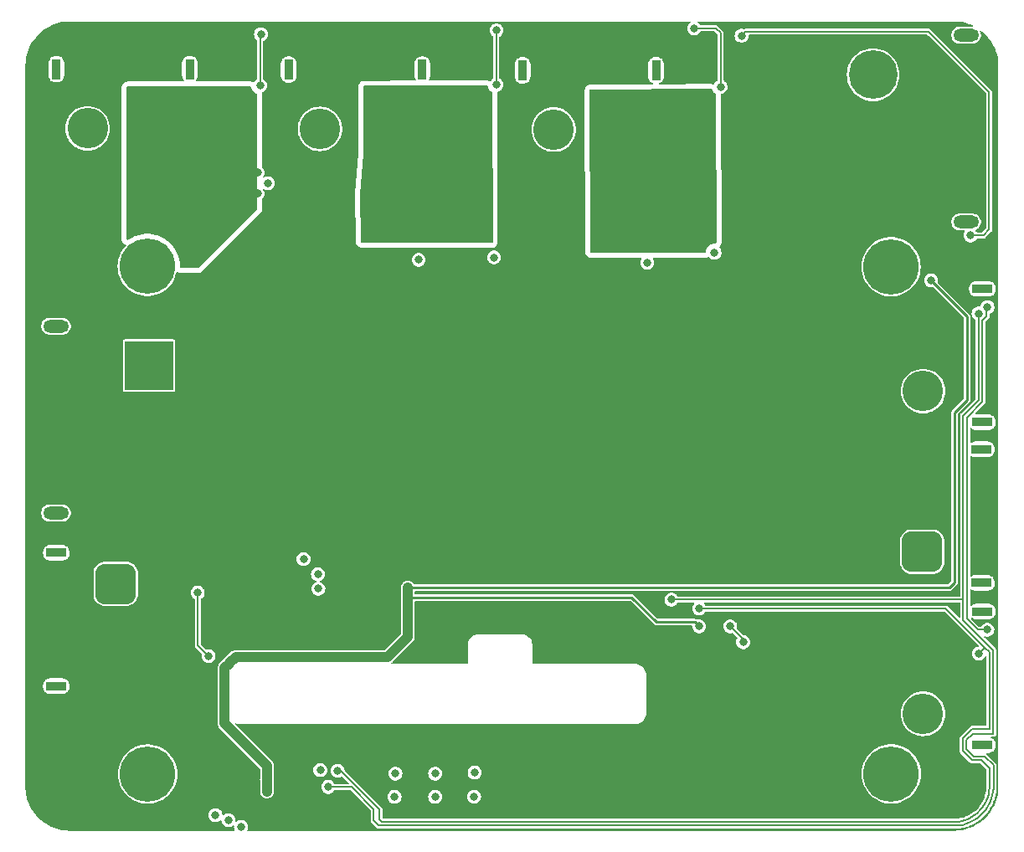
<source format=gbr>
%TF.GenerationSoftware,KiCad,Pcbnew,8.0.0*%
%TF.CreationDate,2024-05-13T21:34:14+10:00*%
%TF.ProjectId,rear_screen,72656172-5f73-4637-9265-656e2e6b6963,v0.3*%
%TF.SameCoordinates,Original*%
%TF.FileFunction,Copper,L2,Inr*%
%TF.FilePolarity,Positive*%
%FSLAX46Y46*%
G04 Gerber Fmt 4.6, Leading zero omitted, Abs format (unit mm)*
G04 Created by KiCad (PCBNEW 8.0.0) date 2024-05-13 21:34:14*
%MOMM*%
%LPD*%
G01*
G04 APERTURE LIST*
G04 Aperture macros list*
%AMRoundRect*
0 Rectangle with rounded corners*
0 $1 Rounding radius*
0 $2 $3 $4 $5 $6 $7 $8 $9 X,Y pos of 4 corners*
0 Add a 4 corners polygon primitive as box body*
4,1,4,$2,$3,$4,$5,$6,$7,$8,$9,$2,$3,0*
0 Add four circle primitives for the rounded corners*
1,1,$1+$1,$2,$3*
1,1,$1+$1,$4,$5*
1,1,$1+$1,$6,$7*
1,1,$1+$1,$8,$9*
0 Add four rect primitives between the rounded corners*
20,1,$1+$1,$2,$3,$4,$5,0*
20,1,$1+$1,$4,$5,$6,$7,0*
20,1,$1+$1,$6,$7,$8,$9,0*
20,1,$1+$1,$8,$9,$2,$3,0*%
G04 Aperture macros list end*
%TA.AperFunction,ComponentPad*%
%ADD10C,5.600000*%
%TD*%
%TA.AperFunction,ComponentPad*%
%ADD11R,0.900000X2.000000*%
%TD*%
%TA.AperFunction,ComponentPad*%
%ADD12RoundRect,1.025000X-1.025000X-1.025000X1.025000X-1.025000X1.025000X1.025000X-1.025000X1.025000X0*%
%TD*%
%TA.AperFunction,ComponentPad*%
%ADD13C,4.100000*%
%TD*%
%TA.AperFunction,ComponentPad*%
%ADD14R,2.000000X0.900000*%
%TD*%
%TA.AperFunction,ComponentPad*%
%ADD15RoundRect,1.025000X-1.025000X1.025000X-1.025000X-1.025000X1.025000X-1.025000X1.025000X1.025000X0*%
%TD*%
%TA.AperFunction,ComponentPad*%
%ADD16RoundRect,1.025000X1.025000X-1.025000X1.025000X1.025000X-1.025000X1.025000X-1.025000X-1.025000X0*%
%TD*%
%TA.AperFunction,ComponentPad*%
%ADD17C,5.500000*%
%TD*%
%TA.AperFunction,ComponentPad*%
%ADD18R,4.916000X4.916000*%
%TD*%
%TA.AperFunction,ComponentPad*%
%ADD19O,2.600000X1.300000*%
%TD*%
%TA.AperFunction,ComponentPad*%
%ADD20C,4.916000*%
%TD*%
%TA.AperFunction,ViaPad*%
%ADD21C,0.800000*%
%TD*%
%TA.AperFunction,Conductor*%
%ADD22C,0.250000*%
%TD*%
%TA.AperFunction,Conductor*%
%ADD23C,0.200000*%
%TD*%
%TA.AperFunction,Conductor*%
%ADD24C,1.000000*%
%TD*%
G04 APERTURE END LIST*
D10*
%TO.N,N/C*%
%TO.C,H1*%
X172122855Y-131217541D03*
%TD*%
D11*
%TO.N,*%
%TO.C,J4*%
X111212742Y-59976559D03*
X124712742Y-59976559D03*
D12*
%TO.N,Net-(D4-A)*%
X121562742Y-65976559D03*
D13*
%TO.N,B+*%
X114362742Y-65976559D03*
%TD*%
D14*
%TO.N,*%
%TO.C,J2*%
X181350000Y-114800000D03*
X181350000Y-128300000D03*
D15*
%TO.N,GND*%
X175350000Y-117950000D03*
D13*
%TO.N,S*%
X175350000Y-125150000D03*
%TD*%
D11*
%TO.N,*%
%TO.C,J5*%
X134850000Y-60050000D03*
X148350000Y-60050000D03*
D12*
%TO.N,Net-(D5-A)*%
X145200000Y-66050000D03*
D13*
%TO.N,B+*%
X138000000Y-66050000D03*
%TD*%
D14*
%TO.N,*%
%TO.C,J11*%
X87700000Y-122350000D03*
X87700000Y-108850000D03*
D16*
%TO.N,V-*%
X93700000Y-112000000D03*
D13*
%TO.N,GND*%
X93700000Y-119200000D03*
%TD*%
D14*
%TO.N,*%
%TO.C,J9*%
X181350000Y-82150000D03*
X181350000Y-95650000D03*
D15*
%TO.N,GND*%
X175350000Y-85300000D03*
D13*
%TO.N,B+*%
X175350000Y-92500000D03*
%TD*%
D17*
%TO.N,GND*%
%TO.C,J6*%
X97072855Y-100827541D03*
D18*
%TO.N,V*%
X97072855Y-89927541D03*
D19*
%TO.N,N/C*%
X87672855Y-85927541D03*
X87672855Y-104827541D03*
%TD*%
D10*
%TO.N,N/C*%
%TO.C,H3*%
X96902855Y-79877541D03*
%TD*%
D14*
%TO.N,*%
%TO.C,J1*%
X181250000Y-98400000D03*
X181250000Y-111900000D03*
D15*
%TO.N,S-*%
X175250000Y-108750000D03*
D13*
%TO.N,GND*%
X175250000Y-101550000D03*
%TD*%
D10*
%TO.N,N/C*%
%TO.C,H2*%
X96933324Y-131238010D03*
%TD*%
D11*
%TO.N,*%
%TO.C,J3*%
X87712742Y-59926559D03*
X101212742Y-59926559D03*
D12*
%TO.N,Net-(D3-A)*%
X98062742Y-65926559D03*
D13*
%TO.N,B+*%
X90862742Y-65926559D03*
%TD*%
D10*
%TO.N,N/C*%
%TO.C,H4*%
X172112855Y-79917541D03*
%TD*%
D20*
%TO.N,B*%
%TO.C,J10*%
X170300000Y-60500000D03*
D18*
%TO.N,GND*%
X170300000Y-71400000D03*
D19*
%TO.N,N/C*%
X179700000Y-75400000D03*
X179700000Y-56500000D03*
%TD*%
D21*
%TO.N,GPIO13*%
X180950000Y-84650000D03*
X149900000Y-113600000D03*
X115200000Y-132550000D03*
%TO.N,GPIO14*%
X181000000Y-119050000D03*
X116150000Y-130900000D03*
X114400000Y-130850000D03*
X181856347Y-84000000D03*
X181850000Y-116650000D03*
X152700000Y-114500000D03*
%TO.N,Net-(D3-A)*%
X102856726Y-73406841D03*
X101400000Y-62600000D03*
X105923403Y-72537219D03*
X106600000Y-66000000D03*
X108044724Y-72537219D03*
X99400000Y-72400000D03*
X103917386Y-76588820D03*
X106984064Y-69355239D03*
X101796066Y-76588820D03*
X104978045Y-75528160D03*
X106600000Y-62600000D03*
X103917386Y-74467501D03*
X102400000Y-69600000D03*
X104862742Y-71476559D03*
X106984063Y-73597880D03*
X109105384Y-71476559D03*
X100735404Y-75528160D03*
X102200000Y-65800000D03*
X102856724Y-77649481D03*
X105923403Y-70415899D03*
X95800000Y-62600000D03*
X96600000Y-75000000D03*
X101796066Y-74467500D03*
X98400000Y-69600000D03*
X106984064Y-71476560D03*
X96600000Y-72200000D03*
X108044724Y-70415899D03*
X102856726Y-75528161D03*
%TO.N,Net-(D4-A)*%
X128743442Y-75188841D03*
X130372742Y-73676558D03*
X119819447Y-75217495D03*
X126500000Y-62500000D03*
X128743442Y-76688840D03*
X127243442Y-76688841D03*
X121319447Y-75217495D03*
X119500000Y-62500000D03*
X121319447Y-76717495D03*
X121319447Y-73717495D03*
X119500000Y-71500000D03*
X130372742Y-76676559D03*
X129900000Y-71700000D03*
X122819446Y-73717495D03*
X129900000Y-65700000D03*
X126700000Y-65700000D03*
X122900000Y-62500000D03*
X130372743Y-75176559D03*
X121500000Y-69700000D03*
X119819447Y-73717496D03*
X119819447Y-76717494D03*
X123300000Y-71500000D03*
X127243443Y-75188841D03*
X122819447Y-75217495D03*
X129900000Y-68700000D03*
X122819446Y-76717495D03*
X126700000Y-68700000D03*
X129900000Y-62500000D03*
X128743442Y-73688841D03*
X127243442Y-73688841D03*
X126700000Y-71700000D03*
%TO.N,Net-(D5-A)*%
X149738464Y-75440383D03*
X146037258Y-62973441D03*
X149637258Y-71773441D03*
X144625533Y-75720000D03*
X151238464Y-73940384D03*
X142837258Y-71773441D03*
X152738464Y-76940385D03*
X153437258Y-71773441D03*
X143125534Y-74220000D03*
X146125534Y-74220000D03*
X149637258Y-62973441D03*
X152738464Y-73940384D03*
X146125535Y-75719999D03*
X149738464Y-73940384D03*
X146125534Y-77220001D03*
X153237258Y-62973441D03*
X143125534Y-75720000D03*
X153237258Y-66373441D03*
X151238463Y-76940385D03*
X146637258Y-71773441D03*
X144625534Y-77219999D03*
X149738464Y-76940384D03*
X144625534Y-74220000D03*
X153437258Y-69573441D03*
X142637258Y-62973441D03*
X149637258Y-66373441D03*
X152738464Y-75440384D03*
X151238464Y-75440383D03*
X149637258Y-69573441D03*
X143125534Y-77220000D03*
X145037258Y-69773441D03*
%TO.N,+5V*%
X176150000Y-81300000D03*
X109000000Y-133000000D03*
X105200000Y-120050000D03*
X123243917Y-112388343D03*
X123243917Y-113388343D03*
X152700000Y-116300000D03*
X123243917Y-114388343D03*
X109000000Y-130600000D03*
X109000000Y-131800000D03*
%TO.N,Net-(Q1-G)*%
X130000000Y-131100000D03*
X154867258Y-61703441D03*
X106377541Y-136577541D03*
X147450000Y-79500000D03*
X154255204Y-78487437D03*
X152200000Y-55800000D03*
%TO.N,Net-(Q3-G)*%
X131962742Y-78976559D03*
X124342742Y-79226559D03*
X126000000Y-131200000D03*
X132212742Y-56012742D03*
X105100000Y-135900000D03*
X132212742Y-61500000D03*
%TO.N,Net-(Q11-G)*%
X103800000Y-135400000D03*
X122000000Y-131200000D03*
X108400000Y-56400000D03*
X108314652Y-61600000D03*
%TO.N,B+*%
X112699998Y-109500000D03*
X114199999Y-112500000D03*
X121900000Y-133550000D03*
X114149999Y-111025001D03*
X129950000Y-133525001D03*
X125999999Y-133550000D03*
%TO.N,ABFET*%
X180150000Y-76750000D03*
X157000000Y-56550000D03*
%TO.N,ASFET*%
X155850000Y-116300000D03*
X157150000Y-117900000D03*
%TO.N,AVFET*%
X102000000Y-112900000D03*
X103100000Y-119300000D03*
%TD*%
D22*
%TO.N,+5V*%
X178550000Y-94650000D02*
X179800000Y-93400000D01*
X179800000Y-93400000D02*
X179800000Y-84950000D01*
X178011657Y-112388343D02*
X178550000Y-111850000D01*
X178550000Y-111850000D02*
X178550000Y-94650000D01*
X123243917Y-112388343D02*
X178011657Y-112388343D01*
X179800000Y-84950000D02*
X176150000Y-81300000D01*
D23*
%TO.N,GPIO13*%
X179400000Y-115100000D02*
X179400000Y-115700000D01*
X180450000Y-129450000D02*
X181550000Y-129450000D01*
X182465822Y-132648658D02*
X182435153Y-132999168D01*
X182133248Y-134075259D02*
X182017770Y-134322896D01*
X180400000Y-127150000D02*
X179750000Y-127800000D01*
X182450000Y-118750000D02*
X182450000Y-127150000D01*
X181094938Y-135489376D02*
X180905758Y-135648114D01*
X179750000Y-127800000D02*
X179750000Y-128750000D01*
X181643473Y-134910412D02*
X181484764Y-135099550D01*
X182133248Y-134066752D02*
X182133248Y-134075259D01*
X182017770Y-134322896D02*
X181843456Y-134624810D01*
X181550000Y-129450000D02*
X182465822Y-130365822D01*
X182465822Y-130365822D02*
X182465822Y-132648658D01*
X182374608Y-133342522D02*
X182284368Y-133679289D01*
X182284368Y-133679289D02*
X182165126Y-134006896D01*
X182450000Y-127150000D02*
X180400000Y-127150000D01*
X179750000Y-128750000D02*
X180450000Y-129450000D01*
X180620156Y-135848091D02*
X180318232Y-136022403D01*
X182435153Y-132999168D02*
X182374608Y-133342522D01*
X182165126Y-134006896D02*
X182140680Y-134059320D01*
X182140680Y-134059320D02*
X182133248Y-134066752D01*
X119800000Y-134818629D02*
X117531371Y-132550000D01*
X181484764Y-135099550D02*
X181094938Y-135489376D01*
X181843456Y-134624810D02*
X181643473Y-134910412D01*
X179400000Y-115700000D02*
X182450000Y-118750000D01*
X180905758Y-135648114D02*
X180620156Y-135848091D01*
X117531371Y-132550000D02*
X115200000Y-132550000D01*
X180318232Y-136022403D02*
X180002248Y-136169746D01*
X180002248Y-136169746D02*
X179674610Y-136288993D01*
X179674610Y-136288993D02*
X179337870Y-136379219D01*
X179337870Y-136379219D02*
X178994501Y-136439762D01*
X178994501Y-136439762D02*
X178877476Y-136450000D01*
X178877476Y-136450000D02*
X120300000Y-136450000D01*
X120300000Y-136450000D02*
X119800000Y-135950000D01*
X119800000Y-135950000D02*
X119800000Y-134818629D01*
X149900000Y-113600000D02*
X179400000Y-113600000D01*
X179400000Y-113600000D02*
X179400000Y-115100000D01*
X180950000Y-84650000D02*
X180950000Y-93434314D01*
X180950000Y-93434314D02*
X179400000Y-94984315D01*
X179400000Y-94984315D02*
X179400000Y-115100000D01*
%TO.N,GPIO14*%
X179350000Y-128915685D02*
X179350000Y-127634314D01*
X116447057Y-130900000D02*
X120400000Y-134852943D01*
X182038197Y-132946905D02*
X182065822Y-132631186D01*
X180405035Y-135510410D02*
X180662030Y-135330464D01*
X181856347Y-84000000D02*
X181643859Y-84212488D01*
X182050000Y-118915686D02*
X181592157Y-118457843D01*
X181350000Y-85381371D02*
X181350000Y-93600000D01*
X181643859Y-84212488D02*
X181750000Y-84318629D01*
X179800000Y-115534314D02*
X180915686Y-116650000D01*
X181325828Y-134666678D02*
X181505782Y-134409679D01*
X181733248Y-133901067D02*
X181803568Y-133830747D01*
X181250000Y-129850000D02*
X180284315Y-129850000D01*
X181350000Y-93600000D02*
X179800000Y-95150000D01*
X180662030Y-135330464D02*
X180824440Y-135194188D01*
X178860012Y-136050000D02*
X178942239Y-136042806D01*
X179251224Y-135988326D02*
X179554213Y-135907143D01*
X116150000Y-130900000D02*
X116447057Y-130900000D01*
X182065822Y-132631186D02*
X182065822Y-130665822D01*
X180133352Y-135667263D02*
X180405035Y-135510410D01*
X181000000Y-119050000D02*
X181592157Y-118457843D01*
X178942239Y-136042806D02*
X179251224Y-135988326D01*
X179800000Y-95150000D02*
X179800000Y-115534314D01*
X181189578Y-134829050D02*
X181325828Y-134666678D01*
X179350000Y-127634314D02*
X180334314Y-126650000D01*
X120400000Y-134852943D02*
X120400000Y-135800000D01*
X177634314Y-114500000D02*
X181592157Y-118457843D01*
X180824440Y-135194188D02*
X181189578Y-134829050D01*
X181750000Y-84318629D02*
X181750000Y-84981371D01*
X181983716Y-133255871D02*
X182038197Y-132946905D01*
X180334314Y-126650000D02*
X182050000Y-126650000D01*
X181902521Y-133558884D02*
X181983716Y-133255871D01*
X181662631Y-134138016D02*
X181733248Y-133986579D01*
X179849030Y-135799842D02*
X180133352Y-135667263D01*
X120400000Y-135800000D02*
X120650000Y-136050000D01*
X120650000Y-136050000D02*
X178860012Y-136050000D01*
X182065822Y-130665822D02*
X181250000Y-129850000D01*
X181505782Y-134409679D02*
X181662631Y-134138016D01*
X180915686Y-116650000D02*
X181850000Y-116650000D01*
X180284315Y-129850000D02*
X179350000Y-128915685D01*
X179554213Y-135907143D02*
X179849030Y-135799842D01*
X181733248Y-133986579D02*
X181733248Y-133901067D01*
X181750000Y-84981371D02*
X181350000Y-85381371D01*
X181803568Y-133830747D02*
X181902521Y-133558884D01*
X152700000Y-114500000D02*
X177634314Y-114500000D01*
X182050000Y-126650000D02*
X182050000Y-118915686D01*
D22*
%TO.N,+5V*%
X148375000Y-115875000D02*
X145888343Y-113388343D01*
D24*
X104689159Y-126089159D02*
X104689159Y-120543292D01*
X123243917Y-113388343D02*
X123243917Y-112388343D01*
X123243917Y-117388343D02*
X123243917Y-113388343D01*
X121243917Y-119388343D02*
X123243917Y-117388343D01*
X105182451Y-120050000D02*
X105200000Y-120050000D01*
X105200000Y-126600000D02*
X104689159Y-126089159D01*
X109000000Y-133000000D02*
X109000000Y-130400000D01*
D23*
X176150000Y-81300000D02*
X176200000Y-81300000D01*
D24*
X105200000Y-120032451D02*
X105844108Y-119388343D01*
X105844108Y-119388343D02*
X121243917Y-119388343D01*
X105200000Y-120050000D02*
X105200000Y-120032451D01*
X109000000Y-130400000D02*
X105200000Y-126600000D01*
D22*
X145888343Y-113388343D02*
X123243917Y-113388343D01*
D24*
X104689159Y-120543292D02*
X105182451Y-120050000D01*
D22*
X152275000Y-115875000D02*
X148375000Y-115875000D01*
X152700000Y-116300000D02*
X152275000Y-115875000D01*
D23*
%TO.N,Net-(Q1-G)*%
X152200000Y-55800000D02*
X154400000Y-55800000D01*
X154400000Y-55800000D02*
X154867258Y-56267258D01*
X154867258Y-56267258D02*
X154867258Y-61703441D01*
%TO.N,Net-(Q3-G)*%
X132212742Y-56012742D02*
X132190722Y-56034762D01*
X132190722Y-61477980D02*
X132212742Y-61500000D01*
X132190722Y-56034762D02*
X132190722Y-61477980D01*
%TO.N,Net-(Q11-G)*%
X108400000Y-56400000D02*
X108315870Y-56484130D01*
X108315870Y-61598782D02*
X108314652Y-61600000D01*
X108315870Y-56484130D02*
X108315870Y-61598782D01*
%TO.N,ABFET*%
X157400000Y-56150000D02*
X175918630Y-56150000D01*
X157000000Y-56550000D02*
X157400000Y-56150000D01*
X175918630Y-56150000D02*
X182033512Y-62264883D01*
X181450000Y-76750000D02*
X180150000Y-76750000D01*
X182033512Y-76166488D02*
X181450000Y-76750000D01*
X182033512Y-62264883D02*
X182033512Y-76166488D01*
%TO.N,ASFET*%
X157150000Y-117900000D02*
X157150000Y-117600000D01*
X157150000Y-117600000D02*
X155850000Y-116300000D01*
%TO.N,AVFET*%
X103100000Y-119300000D02*
X102000000Y-118200000D01*
X102000000Y-118200000D02*
X102000000Y-112900000D01*
%TD*%
%TA.AperFunction,Conductor*%
%TO.N,GND*%
G36*
X151811082Y-55119245D02*
G01*
X151829827Y-55164500D01*
X151811082Y-55209755D01*
X151802183Y-55217171D01*
X151799150Y-55219264D01*
X151671816Y-55332071D01*
X151671814Y-55332073D01*
X151575182Y-55472068D01*
X151514859Y-55631129D01*
X151494355Y-55799996D01*
X151494355Y-55800003D01*
X151514859Y-55968870D01*
X151575182Y-56127931D01*
X151671814Y-56267926D01*
X151671816Y-56267928D01*
X151671817Y-56267929D01*
X151799148Y-56380734D01*
X151949775Y-56459790D01*
X151949777Y-56459791D01*
X152114937Y-56500499D01*
X152114942Y-56500499D01*
X152114944Y-56500500D01*
X152114946Y-56500500D01*
X152285054Y-56500500D01*
X152285056Y-56500500D01*
X152285058Y-56500499D01*
X152285062Y-56500499D01*
X152450222Y-56459791D01*
X152450222Y-56459790D01*
X152450225Y-56459790D01*
X152600852Y-56380734D01*
X152728183Y-56267929D01*
X152824670Y-56128143D01*
X152865805Y-56101548D01*
X152877341Y-56100500D01*
X154249019Y-56100500D01*
X154294274Y-56119245D01*
X154548013Y-56372984D01*
X154566758Y-56418239D01*
X154566758Y-61031347D01*
X154548013Y-61076602D01*
X154532502Y-61088016D01*
X154466404Y-61122708D01*
X154339074Y-61235512D01*
X154339072Y-61235514D01*
X154242440Y-61375510D01*
X154217365Y-61441626D01*
X154183789Y-61477292D01*
X154134828Y-61478771D01*
X154131165Y-61477250D01*
X154112744Y-61468924D01*
X154045641Y-61449504D01*
X154045636Y-61449503D01*
X154045635Y-61449503D01*
X154045629Y-61449502D01*
X153969326Y-61438834D01*
X153903137Y-61429581D01*
X153903135Y-61429581D01*
X148712145Y-61449824D01*
X148666818Y-61431256D01*
X148647896Y-61386075D01*
X148666465Y-61340747D01*
X148687400Y-61326699D01*
X148729179Y-61309394D01*
X148805708Y-61258258D01*
X148828774Y-61248704D01*
X148878231Y-61238867D01*
X148944552Y-61194552D01*
X148988867Y-61128231D01*
X148998704Y-61078774D01*
X149008260Y-61055706D01*
X149059394Y-60979179D01*
X149103367Y-60873018D01*
X149119736Y-60833501D01*
X149119737Y-60833495D01*
X149150500Y-60678844D01*
X149150500Y-59421155D01*
X149119737Y-59266504D01*
X149119736Y-59266498D01*
X149085711Y-59184356D01*
X149059394Y-59120821D01*
X149008259Y-59044292D01*
X148998704Y-59021223D01*
X148988867Y-58971769D01*
X148988254Y-58970852D01*
X148972839Y-58947782D01*
X148944552Y-58905448D01*
X148878231Y-58861133D01*
X148828775Y-58851295D01*
X148805706Y-58841739D01*
X148729184Y-58790609D01*
X148729181Y-58790607D01*
X148729179Y-58790606D01*
X148698393Y-58777854D01*
X148583501Y-58730263D01*
X148583495Y-58730262D01*
X148428845Y-58699500D01*
X148428842Y-58699500D01*
X148271158Y-58699500D01*
X148271155Y-58699500D01*
X148116504Y-58730262D01*
X148116498Y-58730263D01*
X147970823Y-58790605D01*
X147970814Y-58790609D01*
X147894293Y-58841739D01*
X147871224Y-58851295D01*
X147821768Y-58861133D01*
X147821767Y-58861133D01*
X147755448Y-58905448D01*
X147711133Y-58971767D01*
X147711133Y-58971768D01*
X147701295Y-59021224D01*
X147691739Y-59044293D01*
X147640609Y-59120814D01*
X147640605Y-59120823D01*
X147580263Y-59266498D01*
X147580262Y-59266504D01*
X147549500Y-59421155D01*
X147549500Y-60678844D01*
X147580262Y-60833495D01*
X147580263Y-60833501D01*
X147632897Y-60960568D01*
X147640606Y-60979179D01*
X147640607Y-60979181D01*
X147640609Y-60979184D01*
X147691739Y-61055706D01*
X147701295Y-61078775D01*
X147711133Y-61128231D01*
X147711133Y-61128232D01*
X147724217Y-61147813D01*
X147755448Y-61194552D01*
X147821769Y-61238867D01*
X147871223Y-61248704D01*
X147894293Y-61258260D01*
X147945046Y-61292172D01*
X147970821Y-61309394D01*
X148019346Y-61329493D01*
X148053982Y-61364129D01*
X148053983Y-61413112D01*
X148019346Y-61447749D01*
X147995104Y-61452621D01*
X142376470Y-61474532D01*
X141744306Y-61476998D01*
X141715441Y-61480221D01*
X141636690Y-61489014D01*
X141585145Y-61500460D01*
X141585139Y-61500462D01*
X141482573Y-61535112D01*
X141361899Y-61613469D01*
X141309314Y-61659468D01*
X141309312Y-61659470D01*
X141309310Y-61659472D01*
X141301242Y-61668872D01*
X141215608Y-61768637D01*
X141215604Y-61768644D01*
X141156453Y-61899786D01*
X141156449Y-61899796D01*
X141137081Y-61966916D01*
X141137076Y-61966934D01*
X141117268Y-62109451D01*
X141193921Y-78428150D01*
X141193922Y-78428168D01*
X141206073Y-78535976D01*
X141206077Y-78536000D01*
X141217612Y-78587633D01*
X141217617Y-78587653D01*
X141252499Y-78690389D01*
X141252500Y-78690392D01*
X141331064Y-78810922D01*
X141331068Y-78810928D01*
X141374365Y-78860249D01*
X141374553Y-78860493D01*
X141377165Y-78863439D01*
X141486509Y-78956956D01*
X141617770Y-79015880D01*
X141684935Y-79035131D01*
X141827476Y-79054686D01*
X146806023Y-79022566D01*
X146851398Y-79041019D01*
X146870435Y-79086152D01*
X146859107Y-79122921D01*
X146825182Y-79172068D01*
X146764859Y-79331129D01*
X146744355Y-79499996D01*
X146744355Y-79500003D01*
X146764859Y-79668870D01*
X146825182Y-79827931D01*
X146921814Y-79967926D01*
X146921816Y-79967928D01*
X146921817Y-79967929D01*
X147049148Y-80080734D01*
X147199775Y-80159790D01*
X147199777Y-80159791D01*
X147364937Y-80200499D01*
X147364942Y-80200499D01*
X147364944Y-80200500D01*
X147364946Y-80200500D01*
X147535054Y-80200500D01*
X147535056Y-80200500D01*
X147535058Y-80200499D01*
X147535062Y-80200499D01*
X147700222Y-80159791D01*
X147700222Y-80159790D01*
X147700225Y-80159790D01*
X147850852Y-80080734D01*
X147978183Y-79967929D01*
X148012964Y-79917541D01*
X169107270Y-79917541D01*
X169127593Y-80266472D01*
X169188285Y-80610671D01*
X169188290Y-80610691D01*
X169276550Y-80905499D01*
X169288529Y-80945512D01*
X169409712Y-81226445D01*
X169426966Y-81266445D01*
X169593821Y-81555448D01*
X169601725Y-81569137D01*
X169810443Y-81849494D01*
X169952910Y-82000500D01*
X170050301Y-82103728D01*
X170318036Y-82328384D01*
X170318039Y-82328386D01*
X170318044Y-82328390D01*
X170610062Y-82520454D01*
X170922404Y-82677318D01*
X171250844Y-82796860D01*
X171590941Y-82877464D01*
X171938096Y-82918041D01*
X171938098Y-82918041D01*
X172287612Y-82918041D01*
X172287614Y-82918041D01*
X172634769Y-82877464D01*
X172974866Y-82796860D01*
X173303306Y-82677318D01*
X173615648Y-82520454D01*
X173907666Y-82328390D01*
X174175413Y-82103724D01*
X174415267Y-81849494D01*
X174623985Y-81569137D01*
X174798744Y-81266445D01*
X174937181Y-80945512D01*
X175037424Y-80610677D01*
X175098117Y-80266468D01*
X175118440Y-79917541D01*
X175098117Y-79568614D01*
X175037424Y-79224405D01*
X174937181Y-78889570D01*
X174798744Y-78568637D01*
X174623985Y-78265945D01*
X174415267Y-77985588D01*
X174175413Y-77731358D01*
X174175411Y-77731356D01*
X174175408Y-77731353D01*
X173907673Y-77506697D01*
X173907668Y-77506694D01*
X173907666Y-77506692D01*
X173615648Y-77314628D01*
X173303306Y-77157764D01*
X173303301Y-77157762D01*
X172974870Y-77038223D01*
X172940263Y-77030021D01*
X172634769Y-76957618D01*
X172634765Y-76957617D01*
X172634763Y-76957617D01*
X172437078Y-76934511D01*
X172287614Y-76917041D01*
X171938096Y-76917041D01*
X171813121Y-76931648D01*
X171590946Y-76957617D01*
X171590942Y-76957617D01*
X171590941Y-76957618D01*
X171452377Y-76990458D01*
X171250839Y-77038223D01*
X170922408Y-77157762D01*
X170610062Y-77314628D01*
X170318044Y-77506692D01*
X170318036Y-77506697D01*
X170050301Y-77731353D01*
X169810440Y-77985591D01*
X169601723Y-78265947D01*
X169426966Y-78568636D01*
X169288530Y-78889568D01*
X169288525Y-78889582D01*
X169188290Y-79224390D01*
X169188285Y-79224410D01*
X169127593Y-79568609D01*
X169107270Y-79917541D01*
X148012964Y-79917541D01*
X148074818Y-79827930D01*
X148135140Y-79668872D01*
X148148688Y-79557293D01*
X148155645Y-79500003D01*
X148155645Y-79499996D01*
X148135140Y-79331129D01*
X148125037Y-79304490D01*
X148074818Y-79172070D01*
X148035185Y-79114653D01*
X148024905Y-79066762D01*
X148051501Y-79025627D01*
X148087441Y-79014299D01*
X149448541Y-79005519D01*
X149449511Y-79005520D01*
X153226504Y-79043289D01*
X153310517Y-79037109D01*
X153323031Y-79035130D01*
X153351185Y-79030678D01*
X153351187Y-79030677D01*
X153351196Y-79030676D01*
X153433018Y-79010630D01*
X153561525Y-78945920D01*
X153616063Y-78907859D01*
X153663902Y-78897333D01*
X153705173Y-78923716D01*
X153705335Y-78923949D01*
X153727021Y-78955366D01*
X153854352Y-79068171D01*
X154001553Y-79145429D01*
X154004981Y-79147228D01*
X154170141Y-79187936D01*
X154170146Y-79187936D01*
X154170148Y-79187937D01*
X154170150Y-79187937D01*
X154340258Y-79187937D01*
X154340260Y-79187937D01*
X154340262Y-79187936D01*
X154340266Y-79187936D01*
X154505426Y-79147228D01*
X154505426Y-79147227D01*
X154505429Y-79147227D01*
X154656056Y-79068171D01*
X154783387Y-78955366D01*
X154880022Y-78815367D01*
X154940344Y-78656309D01*
X154951216Y-78566769D01*
X154960849Y-78487440D01*
X154960849Y-78487433D01*
X154940344Y-78318566D01*
X154939662Y-78316769D01*
X154880022Y-78159507D01*
X154880021Y-78159505D01*
X154783389Y-78019510D01*
X154783382Y-78019503D01*
X154764884Y-78003115D01*
X154743441Y-77959075D01*
X154759224Y-77913337D01*
X154759065Y-77913199D01*
X154759410Y-77912799D01*
X154759420Y-77912771D01*
X154759603Y-77912576D01*
X154760560Y-77911469D01*
X154854645Y-77802618D01*
X154914254Y-77671666D01*
X154933856Y-77604602D01*
X154933856Y-77604601D01*
X154934037Y-77603325D01*
X154934493Y-77600149D01*
X154934496Y-77600110D01*
X154940918Y-77555048D01*
X154954157Y-77462160D01*
X154935749Y-62561418D01*
X154927006Y-62468430D01*
X154927004Y-62468424D01*
X154926867Y-62466957D01*
X154927790Y-62466870D01*
X154939374Y-62421959D01*
X154975195Y-62398301D01*
X155034777Y-62383616D01*
X155117480Y-62363232D01*
X155117480Y-62363231D01*
X155117483Y-62363231D01*
X155268110Y-62284175D01*
X155395441Y-62171370D01*
X155492076Y-62031371D01*
X155552398Y-61872313D01*
X155564958Y-61768872D01*
X155572903Y-61703444D01*
X155572903Y-61703437D01*
X155552398Y-61534570D01*
X155539462Y-61500461D01*
X155492076Y-61375511D01*
X155492075Y-61375509D01*
X155395443Y-61235514D01*
X155395441Y-61235512D01*
X155358303Y-61202611D01*
X155268110Y-61122707D01*
X155222836Y-61098945D01*
X155202014Y-61088016D01*
X155170655Y-61050386D01*
X155167758Y-61031347D01*
X155167758Y-60500004D01*
X167636641Y-60500004D01*
X167656059Y-60821023D01*
X167656060Y-60821034D01*
X167714033Y-61137385D01*
X167805607Y-61431256D01*
X167809716Y-61444440D01*
X167837106Y-61505298D01*
X167941711Y-61737722D01*
X168108093Y-62012951D01*
X168108096Y-62012956D01*
X168108099Y-62012960D01*
X168306447Y-62266134D01*
X168533866Y-62493553D01*
X168787040Y-62691901D01*
X169062275Y-62858287D01*
X169355560Y-62990284D01*
X169662616Y-63085967D01*
X169978968Y-63143940D01*
X170192989Y-63156886D01*
X170299996Y-63163359D01*
X170300000Y-63163359D01*
X170300004Y-63163359D01*
X170398779Y-63157383D01*
X170621032Y-63143940D01*
X170937384Y-63085967D01*
X171244440Y-62990284D01*
X171537725Y-62858287D01*
X171812960Y-62691901D01*
X172066134Y-62493553D01*
X172293553Y-62266134D01*
X172491901Y-62012960D01*
X172658287Y-61737725D01*
X172790284Y-61444440D01*
X172885967Y-61137384D01*
X172943940Y-60821032D01*
X172963359Y-60500000D01*
X172943940Y-60178968D01*
X172885967Y-59862616D01*
X172790284Y-59555560D01*
X172658287Y-59262275D01*
X172512566Y-59021224D01*
X172491906Y-58987048D01*
X172491904Y-58987046D01*
X172491901Y-58987040D01*
X172293553Y-58733866D01*
X172066134Y-58506447D01*
X171812960Y-58308099D01*
X171812956Y-58308096D01*
X171812951Y-58308093D01*
X171537722Y-58141711D01*
X171351978Y-58058115D01*
X171244440Y-58009716D01*
X171244432Y-58009713D01*
X171244425Y-58009711D01*
X170937385Y-57914033D01*
X170621034Y-57856060D01*
X170621023Y-57856059D01*
X170300004Y-57836641D01*
X170299996Y-57836641D01*
X169978976Y-57856059D01*
X169978965Y-57856060D01*
X169662614Y-57914033D01*
X169355574Y-58009711D01*
X169355560Y-58009716D01*
X169062277Y-58141711D01*
X168787048Y-58308093D01*
X168787041Y-58308098D01*
X168533867Y-58506446D01*
X168306446Y-58733867D01*
X168108098Y-58987041D01*
X168108093Y-58987048D01*
X167941711Y-59262277D01*
X167809716Y-59555560D01*
X167809711Y-59555574D01*
X167714033Y-59862614D01*
X167656060Y-60178965D01*
X167656059Y-60178976D01*
X167636641Y-60499995D01*
X167636641Y-60500004D01*
X155167758Y-60500004D01*
X155167758Y-56550003D01*
X156294355Y-56550003D01*
X156314859Y-56718870D01*
X156375182Y-56877931D01*
X156471814Y-57017926D01*
X156471816Y-57017928D01*
X156471817Y-57017929D01*
X156599148Y-57130734D01*
X156749775Y-57209790D01*
X156749777Y-57209791D01*
X156914937Y-57250499D01*
X156914942Y-57250499D01*
X156914944Y-57250500D01*
X156914946Y-57250500D01*
X157085054Y-57250500D01*
X157085056Y-57250500D01*
X157085058Y-57250499D01*
X157085062Y-57250499D01*
X157250222Y-57209791D01*
X157250222Y-57209790D01*
X157250225Y-57209790D01*
X157400852Y-57130734D01*
X157528183Y-57017929D01*
X157624818Y-56877930D01*
X157685140Y-56718872D01*
X157695374Y-56634588D01*
X157705645Y-56550003D01*
X157705645Y-56549998D01*
X157702271Y-56522216D01*
X157715423Y-56475031D01*
X157758088Y-56450967D01*
X157765804Y-56450500D01*
X175767649Y-56450500D01*
X175812904Y-56469245D01*
X181714267Y-62370608D01*
X181733012Y-62415863D01*
X181733012Y-76015507D01*
X181714267Y-76060762D01*
X181344274Y-76430755D01*
X181299019Y-76449500D01*
X180827341Y-76449500D01*
X180782086Y-76430755D01*
X180774670Y-76421856D01*
X180725761Y-76351000D01*
X180678183Y-76282071D01*
X180678181Y-76282068D01*
X180675613Y-76279169D01*
X180677084Y-76277865D01*
X180658404Y-76239511D01*
X180674378Y-76193205D01*
X180697791Y-76176514D01*
X180752863Y-76153703D01*
X180892162Y-76060626D01*
X181010626Y-75942162D01*
X181103703Y-75802863D01*
X181167816Y-75648082D01*
X181200500Y-75483767D01*
X181200500Y-75316233D01*
X181200500Y-75316230D01*
X181167817Y-75151925D01*
X181167816Y-75151918D01*
X181103703Y-74997137D01*
X181010626Y-74857838D01*
X180892162Y-74739374D01*
X180752863Y-74646297D01*
X180752862Y-74646296D01*
X180752860Y-74646295D01*
X180598084Y-74582185D01*
X180598085Y-74582185D01*
X180598082Y-74582184D01*
X180598078Y-74582183D01*
X180598074Y-74582182D01*
X180433770Y-74549500D01*
X180433767Y-74549500D01*
X178966233Y-74549500D01*
X178966230Y-74549500D01*
X178801925Y-74582182D01*
X178801915Y-74582185D01*
X178647139Y-74646295D01*
X178507836Y-74739375D01*
X178389375Y-74857836D01*
X178296295Y-74997139D01*
X178232185Y-75151915D01*
X178232182Y-75151925D01*
X178199500Y-75316230D01*
X178199500Y-75483769D01*
X178232182Y-75648074D01*
X178232185Y-75648084D01*
X178296295Y-75802860D01*
X178296296Y-75802862D01*
X178296297Y-75802863D01*
X178389374Y-75942162D01*
X178507838Y-76060626D01*
X178647137Y-76153703D01*
X178801918Y-76217816D01*
X178867104Y-76230782D01*
X178966230Y-76250500D01*
X178966233Y-76250500D01*
X179521667Y-76250500D01*
X179566922Y-76269245D01*
X179585667Y-76314500D01*
X179574338Y-76350855D01*
X179568518Y-76359286D01*
X179525182Y-76422068D01*
X179464859Y-76581129D01*
X179444355Y-76749996D01*
X179444355Y-76750003D01*
X179464859Y-76918870D01*
X179525182Y-77077931D01*
X179621814Y-77217926D01*
X179621816Y-77217928D01*
X179621817Y-77217929D01*
X179749148Y-77330734D01*
X179864856Y-77391463D01*
X179899777Y-77409791D01*
X180064937Y-77450499D01*
X180064942Y-77450499D01*
X180064944Y-77450500D01*
X180064946Y-77450500D01*
X180235054Y-77450500D01*
X180235056Y-77450500D01*
X180235058Y-77450499D01*
X180235062Y-77450499D01*
X180400222Y-77409791D01*
X180400222Y-77409790D01*
X180400225Y-77409790D01*
X180550852Y-77330734D01*
X180678183Y-77217929D01*
X180774670Y-77078143D01*
X180815805Y-77051548D01*
X180827341Y-77050500D01*
X181489559Y-77050500D01*
X181489562Y-77050500D01*
X181565989Y-77030021D01*
X181634511Y-76990460D01*
X181690460Y-76934511D01*
X182273972Y-76350999D01*
X182313534Y-76282476D01*
X182330859Y-76217817D01*
X182334012Y-76206051D01*
X182334012Y-62225323D01*
X182334011Y-62225316D01*
X182322065Y-62180735D01*
X182322065Y-62180734D01*
X182313534Y-62148895D01*
X182273972Y-62080372D01*
X176103141Y-55909540D01*
X176048877Y-55878211D01*
X176048877Y-55878210D01*
X176048875Y-55878210D01*
X176034619Y-55869979D01*
X176019333Y-55865883D01*
X175958196Y-55849500D01*
X175958192Y-55849500D01*
X157360438Y-55849500D01*
X157360433Y-55849500D01*
X157284011Y-55869979D01*
X157271652Y-55877114D01*
X157224336Y-55883829D01*
X157085061Y-55849500D01*
X157085056Y-55849500D01*
X156914944Y-55849500D01*
X156914937Y-55849500D01*
X156749777Y-55890208D01*
X156599148Y-55969266D01*
X156471816Y-56082071D01*
X156471814Y-56082073D01*
X156375182Y-56222068D01*
X156314859Y-56381129D01*
X156294355Y-56549996D01*
X156294355Y-56550003D01*
X155167758Y-56550003D01*
X155167758Y-56227694D01*
X155147796Y-56153195D01*
X155147280Y-56151270D01*
X155107718Y-56082747D01*
X154584511Y-55559540D01*
X154559005Y-55544814D01*
X154559002Y-55544812D01*
X154559002Y-55544811D01*
X154515993Y-55519981D01*
X154515991Y-55519980D01*
X154515989Y-55519979D01*
X154500703Y-55515883D01*
X154439566Y-55499500D01*
X154439562Y-55499500D01*
X152877341Y-55499500D01*
X152832086Y-55480755D01*
X152824670Y-55471856D01*
X152728185Y-55332073D01*
X152728183Y-55332071D01*
X152600852Y-55219266D01*
X152600850Y-55219265D01*
X152600849Y-55219264D01*
X152597817Y-55217171D01*
X152571221Y-55176037D01*
X152581502Y-55128144D01*
X152622636Y-55101548D01*
X152634173Y-55100500D01*
X178400478Y-55100500D01*
X178402600Y-55100638D01*
X178405722Y-55100638D01*
X178405726Y-55100639D01*
X178470225Y-55100638D01*
X178473015Y-55100698D01*
X178860997Y-55117631D01*
X178866525Y-55118114D01*
X179250194Y-55168619D01*
X179255687Y-55169588D01*
X179633463Y-55253333D01*
X179638845Y-55254775D01*
X180007885Y-55371128D01*
X180013125Y-55373034D01*
X180370644Y-55521119D01*
X180375684Y-55523470D01*
X180385793Y-55528732D01*
X180417278Y-55566256D01*
X180413008Y-55615053D01*
X180375484Y-55646538D01*
X180356240Y-55649500D01*
X178966230Y-55649500D01*
X178801925Y-55682182D01*
X178801915Y-55682185D01*
X178647139Y-55746295D01*
X178507836Y-55839375D01*
X178389375Y-55957836D01*
X178296295Y-56097139D01*
X178232185Y-56251915D01*
X178232182Y-56251925D01*
X178199500Y-56416230D01*
X178199500Y-56583769D01*
X178232182Y-56748074D01*
X178232185Y-56748084D01*
X178296295Y-56902860D01*
X178296296Y-56902862D01*
X178296297Y-56902863D01*
X178389374Y-57042162D01*
X178507838Y-57160626D01*
X178647137Y-57253703D01*
X178801918Y-57317816D01*
X178867104Y-57330782D01*
X178966230Y-57350500D01*
X178966233Y-57350500D01*
X180433770Y-57350500D01*
X180516298Y-57334083D01*
X180598082Y-57317816D01*
X180752863Y-57253703D01*
X180892162Y-57160626D01*
X181010626Y-57042162D01*
X181103703Y-56902863D01*
X181167816Y-56748082D01*
X181200500Y-56583767D01*
X181200500Y-56416233D01*
X181200500Y-56416230D01*
X181180782Y-56317104D01*
X181167816Y-56251918D01*
X181126220Y-56151498D01*
X181107986Y-56107476D01*
X181107986Y-56058492D01*
X181142622Y-56023856D01*
X181191606Y-56023856D01*
X181206068Y-56032205D01*
X181361665Y-56151597D01*
X181365936Y-56155182D01*
X181448818Y-56231128D01*
X181650824Y-56416230D01*
X181651223Y-56416595D01*
X181655156Y-56420527D01*
X181916593Y-56705832D01*
X181920172Y-56710097D01*
X182127840Y-56980735D01*
X182155740Y-57017094D01*
X182158939Y-57021664D01*
X182171998Y-57042162D01*
X182366841Y-57348004D01*
X182369633Y-57352839D01*
X182548310Y-57696073D01*
X182550669Y-57701133D01*
X182698743Y-58058616D01*
X182700653Y-58063863D01*
X182817009Y-58432903D01*
X182818454Y-58438296D01*
X182902203Y-58816065D01*
X182903173Y-58821564D01*
X182953679Y-59205210D01*
X182954165Y-59210772D01*
X182971047Y-59597516D01*
X182971108Y-59600307D01*
X182971108Y-59666026D01*
X182971656Y-59670190D01*
X182971186Y-59670251D01*
X182972355Y-59679107D01*
X182972355Y-132476141D01*
X182972294Y-132478933D01*
X182955351Y-132866902D01*
X182954864Y-132872464D01*
X182904357Y-133256080D01*
X182903388Y-133261579D01*
X182819635Y-133639351D01*
X182818190Y-133644744D01*
X182701830Y-134013780D01*
X182699920Y-134019026D01*
X182551842Y-134376508D01*
X182549482Y-134381568D01*
X182370818Y-134724771D01*
X182368027Y-134729607D01*
X182160112Y-135055963D01*
X182156909Y-135060536D01*
X181921358Y-135367506D01*
X181917770Y-135371783D01*
X181891914Y-135400000D01*
X181690940Y-135619322D01*
X181656357Y-135657062D01*
X181652408Y-135661010D01*
X181367125Y-135922418D01*
X181362848Y-135926007D01*
X181055865Y-136161559D01*
X181051292Y-136164761D01*
X180724949Y-136372660D01*
X180720114Y-136375452D01*
X180376900Y-136554115D01*
X180371839Y-136556475D01*
X180014344Y-136704550D01*
X180009098Y-136706459D01*
X179640070Y-136822809D01*
X179634677Y-136824254D01*
X179256916Y-136907999D01*
X179251417Y-136908969D01*
X178867777Y-136959473D01*
X178862215Y-136959959D01*
X178472276Y-136976979D01*
X178469485Y-136977040D01*
X178403051Y-136977040D01*
X178403035Y-136977041D01*
X107067936Y-136977041D01*
X107022681Y-136958296D01*
X107003936Y-136913041D01*
X107008095Y-136890346D01*
X107033708Y-136822809D01*
X107062681Y-136746413D01*
X107073025Y-136661223D01*
X107083186Y-136577544D01*
X107083186Y-136577537D01*
X107065103Y-136428614D01*
X107062681Y-136408669D01*
X107002359Y-136249611D01*
X107002358Y-136249609D01*
X106905726Y-136109614D01*
X106905724Y-136109612D01*
X106895439Y-136100500D01*
X106778393Y-135996807D01*
X106627763Y-135917749D01*
X106462603Y-135877041D01*
X106462597Y-135877041D01*
X106292485Y-135877041D01*
X106292478Y-135877041D01*
X106127318Y-135917749D01*
X106007315Y-135980733D01*
X105976689Y-135996807D01*
X105898599Y-136065989D01*
X105898171Y-136066368D01*
X105851867Y-136082346D01*
X105807826Y-136060903D01*
X105791848Y-136014599D01*
X105792198Y-136010749D01*
X105805645Y-135900003D01*
X105805645Y-135899996D01*
X105785789Y-135736472D01*
X105785140Y-135731128D01*
X105724818Y-135572070D01*
X105722611Y-135568872D01*
X105628185Y-135432073D01*
X105628183Y-135432071D01*
X105611172Y-135417001D01*
X105500852Y-135319266D01*
X105350222Y-135240208D01*
X105185062Y-135199500D01*
X105185056Y-135199500D01*
X105014944Y-135199500D01*
X105014937Y-135199500D01*
X104849777Y-135240208D01*
X104699147Y-135319266D01*
X104699143Y-135319269D01*
X104606861Y-135401023D01*
X104560557Y-135417001D01*
X104516517Y-135395557D01*
X104500889Y-135360832D01*
X104496831Y-135327413D01*
X104485140Y-135231128D01*
X104424818Y-135072070D01*
X104424817Y-135072068D01*
X104328185Y-134932073D01*
X104328183Y-134932071D01*
X104286776Y-134895388D01*
X104200852Y-134819266D01*
X104050222Y-134740208D01*
X103885062Y-134699500D01*
X103885056Y-134699500D01*
X103714944Y-134699500D01*
X103714937Y-134699500D01*
X103549777Y-134740208D01*
X103399148Y-134819266D01*
X103271816Y-134932071D01*
X103271814Y-134932073D01*
X103175182Y-135072068D01*
X103114859Y-135231129D01*
X103094355Y-135399996D01*
X103094355Y-135400003D01*
X103114859Y-135568870D01*
X103175182Y-135727931D01*
X103271814Y-135867926D01*
X103271816Y-135867928D01*
X103271817Y-135867929D01*
X103399148Y-135980734D01*
X103549775Y-136059790D01*
X103549777Y-136059791D01*
X103714937Y-136100499D01*
X103714942Y-136100499D01*
X103714944Y-136100500D01*
X103714946Y-136100500D01*
X103885054Y-136100500D01*
X103885056Y-136100500D01*
X103885058Y-136100499D01*
X103885062Y-136100499D01*
X104050222Y-136059791D01*
X104050222Y-136059790D01*
X104050225Y-136059790D01*
X104200852Y-135980734D01*
X104293138Y-135898975D01*
X104339441Y-135882998D01*
X104383482Y-135904441D01*
X104399110Y-135939166D01*
X104414859Y-136068870D01*
X104475182Y-136227931D01*
X104571814Y-136367926D01*
X104571816Y-136367928D01*
X104571817Y-136367929D01*
X104699148Y-136480734D01*
X104849775Y-136559790D01*
X104849777Y-136559791D01*
X105014937Y-136600499D01*
X105014942Y-136600499D01*
X105014944Y-136600500D01*
X105014946Y-136600500D01*
X105185054Y-136600500D01*
X105185056Y-136600500D01*
X105185058Y-136600499D01*
X105185062Y-136600499D01*
X105350222Y-136559791D01*
X105350222Y-136559790D01*
X105350225Y-136559790D01*
X105500852Y-136480734D01*
X105579371Y-136411172D01*
X105625673Y-136395194D01*
X105669713Y-136416637D01*
X105685692Y-136462941D01*
X105685342Y-136466791D01*
X105671896Y-136577537D01*
X105671896Y-136577544D01*
X105692400Y-136746411D01*
X105746987Y-136890346D01*
X105745508Y-136939308D01*
X105709841Y-136972882D01*
X105687146Y-136977041D01*
X89074255Y-136977041D01*
X89071463Y-136976980D01*
X88683490Y-136960037D01*
X88677928Y-136959550D01*
X88294306Y-136909042D01*
X88288807Y-136908073D01*
X87911033Y-136824320D01*
X87905641Y-136822875D01*
X87536607Y-136706517D01*
X87531360Y-136704607D01*
X87173881Y-136556532D01*
X87168821Y-136554173D01*
X86946796Y-136438593D01*
X86825589Y-136375495D01*
X86820756Y-136372705D01*
X86494419Y-136164804D01*
X86489849Y-136161605D01*
X86454540Y-136134511D01*
X86182855Y-135926039D01*
X86178590Y-135922460D01*
X86057308Y-135811325D01*
X85893303Y-135661042D01*
X85889355Y-135657094D01*
X85758648Y-135514453D01*
X85627934Y-135371804D01*
X85624359Y-135367543D01*
X85388784Y-135060536D01*
X85385596Y-135055982D01*
X85177687Y-134729631D01*
X85174905Y-134724815D01*
X84996220Y-134381568D01*
X84993865Y-134376515D01*
X84993862Y-134376508D01*
X84845787Y-134019026D01*
X84843881Y-134013789D01*
X84843878Y-134013780D01*
X84727520Y-133644744D01*
X84726078Y-133639362D01*
X84724869Y-133633910D01*
X84642322Y-133261572D01*
X84641358Y-133256100D01*
X84590848Y-132872461D01*
X84590362Y-132866905D01*
X84589691Y-132851548D01*
X84573416Y-132478841D01*
X84573355Y-132476049D01*
X84573355Y-131238010D01*
X93927739Y-131238010D01*
X93948062Y-131586941D01*
X94008754Y-131931140D01*
X94008759Y-131931160D01*
X94095788Y-132221856D01*
X94108998Y-132265981D01*
X94231510Y-132549996D01*
X94247435Y-132586914D01*
X94410695Y-132869690D01*
X94422194Y-132889606D01*
X94630912Y-133169963D01*
X94857744Y-133410390D01*
X94870770Y-133424197D01*
X95138505Y-133648853D01*
X95138508Y-133648855D01*
X95138513Y-133648859D01*
X95430531Y-133840923D01*
X95742873Y-133997787D01*
X96071313Y-134117329D01*
X96411410Y-134197933D01*
X96758565Y-134238510D01*
X96758567Y-134238510D01*
X97108081Y-134238510D01*
X97108083Y-134238510D01*
X97455238Y-134197933D01*
X97795335Y-134117329D01*
X98123775Y-133997787D01*
X98436117Y-133840923D01*
X98728135Y-133648859D01*
X98995882Y-133424193D01*
X99235736Y-133169963D01*
X99444454Y-132889606D01*
X99619213Y-132586914D01*
X99757650Y-132265981D01*
X99857893Y-131931146D01*
X99918586Y-131586937D01*
X99938909Y-131238010D01*
X99918586Y-130889083D01*
X99857893Y-130544874D01*
X99757650Y-130210039D01*
X99619213Y-129889106D01*
X99444454Y-129586414D01*
X99235736Y-129306057D01*
X98995882Y-129051827D01*
X98995880Y-129051825D01*
X98995877Y-129051822D01*
X98728142Y-128827166D01*
X98728137Y-128827163D01*
X98728135Y-128827161D01*
X98436117Y-128635097D01*
X98123775Y-128478233D01*
X98067537Y-128457764D01*
X97795339Y-128358692D01*
X97708973Y-128338223D01*
X97455238Y-128278087D01*
X97455234Y-128278086D01*
X97455232Y-128278086D01*
X97260491Y-128255324D01*
X97108083Y-128237510D01*
X96758565Y-128237510D01*
X96633590Y-128252117D01*
X96411415Y-128278086D01*
X96411411Y-128278086D01*
X96411410Y-128278087D01*
X96241361Y-128318389D01*
X96071308Y-128358692D01*
X95742877Y-128478231D01*
X95430531Y-128635097D01*
X95138513Y-128827161D01*
X95138505Y-128827166D01*
X94870770Y-129051822D01*
X94630909Y-129306060D01*
X94422192Y-129586416D01*
X94247435Y-129889105D01*
X94170186Y-130068189D01*
X94117828Y-130189570D01*
X94108999Y-130210037D01*
X94108994Y-130210051D01*
X94008759Y-130544859D01*
X94008754Y-130544879D01*
X93948062Y-130889078D01*
X93927739Y-131238010D01*
X84573355Y-131238010D01*
X84573355Y-126158155D01*
X103988659Y-126158155D01*
X104015577Y-126293482D01*
X104015578Y-126293484D01*
X104015579Y-126293487D01*
X104068384Y-126420970D01*
X104068385Y-126420972D01*
X104068387Y-126420975D01*
X104145044Y-126535701D01*
X108280755Y-130671412D01*
X108299500Y-130716667D01*
X108299500Y-131753758D01*
X108299033Y-131761473D01*
X108294355Y-131799998D01*
X108294355Y-131800001D01*
X108299033Y-131838526D01*
X108299500Y-131846241D01*
X108299500Y-132953758D01*
X108299033Y-132961473D01*
X108294355Y-132999998D01*
X108294355Y-133000001D01*
X108299033Y-133038526D01*
X108299500Y-133046241D01*
X108299500Y-133068995D01*
X108307325Y-133108334D01*
X108308088Y-133113106D01*
X108314858Y-133168867D01*
X108314860Y-133168875D01*
X108322449Y-133188885D01*
X108325378Y-133199090D01*
X108326420Y-133204329D01*
X108326421Y-133204333D01*
X108348394Y-133257378D01*
X108349102Y-133259163D01*
X108350019Y-133261579D01*
X108375182Y-133327931D01*
X108420229Y-133393192D01*
X108420772Y-133393991D01*
X108455886Y-133446542D01*
X108455887Y-133446543D01*
X108455890Y-133446547D01*
X108457882Y-133448975D01*
X108457867Y-133448987D01*
X108462960Y-133455098D01*
X108471815Y-133467927D01*
X108471816Y-133467928D01*
X108471817Y-133467929D01*
X108518185Y-133509007D01*
X108518195Y-133509016D01*
X108521010Y-133511666D01*
X108553461Y-133544117D01*
X108562271Y-133550003D01*
X108567546Y-133553528D01*
X108567551Y-133553531D01*
X108574431Y-133558837D01*
X108599148Y-133580734D01*
X108638656Y-133601469D01*
X108644445Y-133604910D01*
X108668189Y-133620775D01*
X108668190Y-133620775D01*
X108668191Y-133620776D01*
X108699901Y-133633911D01*
X108705152Y-133636370D01*
X108728936Y-133648853D01*
X108749775Y-133659790D01*
X108776205Y-133666303D01*
X108785382Y-133669317D01*
X108795672Y-133673580D01*
X108846389Y-133683667D01*
X108849141Y-133684280D01*
X108914944Y-133700500D01*
X108914945Y-133700500D01*
X109085055Y-133700500D01*
X109085056Y-133700500D01*
X109150876Y-133684276D01*
X109153608Y-133683667D01*
X109204328Y-133673580D01*
X109214618Y-133669317D01*
X109223797Y-133666302D01*
X109250225Y-133659790D01*
X109294861Y-133636362D01*
X109300079Y-133633918D01*
X109331811Y-133620775D01*
X109355551Y-133604911D01*
X109361344Y-133601468D01*
X109400852Y-133580734D01*
X109425570Y-133558835D01*
X109432448Y-133553531D01*
X109446542Y-133544114D01*
X109479012Y-133511642D01*
X109481792Y-133509026D01*
X109528183Y-133467929D01*
X109537035Y-133455103D01*
X109542131Y-133448988D01*
X109542116Y-133448976D01*
X109544108Y-133446547D01*
X109544114Y-133446542D01*
X109579282Y-133393908D01*
X109579728Y-133393252D01*
X109624818Y-133327930D01*
X109650902Y-133259148D01*
X109651576Y-133257448D01*
X109673580Y-133204328D01*
X109674620Y-133199095D01*
X109677549Y-133188884D01*
X109685140Y-133168872D01*
X109691915Y-133113066D01*
X109692665Y-133108372D01*
X109700500Y-133068993D01*
X109700500Y-133046241D01*
X109700967Y-133038526D01*
X109705645Y-133000001D01*
X109705645Y-132999998D01*
X109700967Y-132961473D01*
X109700500Y-132953758D01*
X109700500Y-132550003D01*
X114494355Y-132550003D01*
X114514859Y-132718870D01*
X114575182Y-132877931D01*
X114671814Y-133017926D01*
X114671816Y-133017928D01*
X114671817Y-133017929D01*
X114799148Y-133130734D01*
X114925541Y-133197071D01*
X114949777Y-133209791D01*
X115114937Y-133250499D01*
X115114942Y-133250499D01*
X115114944Y-133250500D01*
X115114946Y-133250500D01*
X115285054Y-133250500D01*
X115285056Y-133250500D01*
X115285058Y-133250499D01*
X115285062Y-133250499D01*
X115450222Y-133209791D01*
X115450222Y-133209790D01*
X115450225Y-133209790D01*
X115600852Y-133130734D01*
X115728183Y-133017929D01*
X115824670Y-132878143D01*
X115865805Y-132851548D01*
X115877341Y-132850500D01*
X117380390Y-132850500D01*
X117425645Y-132869245D01*
X119480755Y-134924355D01*
X119499500Y-134969610D01*
X119499500Y-135989566D01*
X119519978Y-136065986D01*
X119519979Y-136065989D01*
X119555943Y-136128280D01*
X119555942Y-136128280D01*
X119555945Y-136128284D01*
X119559540Y-136134511D01*
X120115489Y-136690460D01*
X120184012Y-136730022D01*
X120184014Y-136730022D01*
X120184015Y-136730023D01*
X120260437Y-136750500D01*
X120260438Y-136750500D01*
X120339562Y-136750500D01*
X178845581Y-136750500D01*
X178856693Y-136751472D01*
X178858908Y-136751862D01*
X178864254Y-136752805D01*
X178864254Y-136752804D01*
X178864255Y-136752805D01*
X178876092Y-136751769D01*
X178887812Y-136750743D01*
X178893390Y-136750500D01*
X178917035Y-136750500D01*
X178917038Y-136750500D01*
X178924448Y-136748513D01*
X178935421Y-136746577D01*
X178988931Y-136741897D01*
X179000074Y-136741897D01*
X179007719Y-136742567D01*
X179031000Y-136738461D01*
X179036529Y-136737732D01*
X179060102Y-136735671D01*
X179067315Y-136733044D01*
X179078078Y-136730160D01*
X179358647Y-136680689D01*
X179369756Y-136679718D01*
X179377428Y-136679719D01*
X179400295Y-136673591D01*
X179405700Y-136672393D01*
X179429011Y-136668284D01*
X179435971Y-136665037D01*
X179446442Y-136661226D01*
X179721577Y-136587507D01*
X179732557Y-136585570D01*
X179740208Y-136584902D01*
X179762437Y-136576810D01*
X179767741Y-136575138D01*
X179790597Y-136569015D01*
X179797242Y-136565178D01*
X179807343Y-136560466D01*
X180075061Y-136463028D01*
X180085832Y-136460143D01*
X180093387Y-136458812D01*
X180114826Y-136448813D01*
X180119962Y-136446686D01*
X180142199Y-136438594D01*
X180148486Y-136434190D01*
X180158140Y-136428616D01*
X180416328Y-136308224D01*
X180426798Y-136304413D01*
X180434218Y-136302426D01*
X180454713Y-136290592D01*
X180459634Y-136288030D01*
X180481083Y-136278030D01*
X180486968Y-136273090D01*
X180496090Y-136266703D01*
X180742790Y-136124274D01*
X180752889Y-136119565D01*
X180760106Y-136116939D01*
X180779492Y-136103364D01*
X180784176Y-136100380D01*
X180804665Y-136088552D01*
X180810086Y-136083129D01*
X180818632Y-136075958D01*
X181051994Y-135912559D01*
X181061646Y-135906987D01*
X181068607Y-135903742D01*
X181086730Y-135888533D01*
X181091138Y-135885150D01*
X181110523Y-135871579D01*
X181115455Y-135865700D01*
X181123334Y-135857820D01*
X181263671Y-135740065D01*
X181272795Y-135733676D01*
X181279449Y-135729836D01*
X181296183Y-135713100D01*
X181300274Y-135709351D01*
X181318400Y-135694144D01*
X181322801Y-135687857D01*
X181329965Y-135679318D01*
X181674702Y-135334581D01*
X181683247Y-135327413D01*
X181689528Y-135323016D01*
X181704737Y-135304889D01*
X181708487Y-135300796D01*
X181725224Y-135284061D01*
X181729059Y-135277417D01*
X181735455Y-135268281D01*
X181853168Y-135127999D01*
X181861057Y-135120112D01*
X181866931Y-135115183D01*
X181866935Y-135115180D01*
X181880502Y-135095803D01*
X181883887Y-135091391D01*
X181899097Y-135073266D01*
X181902343Y-135066303D01*
X181907912Y-135056657D01*
X182071323Y-134823285D01*
X182078480Y-134814757D01*
X182083914Y-134809324D01*
X182095747Y-134788825D01*
X182098727Y-134784148D01*
X182112302Y-134764764D01*
X182114928Y-134757547D01*
X182119633Y-134747454D01*
X182262062Y-134500767D01*
X182268462Y-134491629D01*
X182273390Y-134485756D01*
X182273393Y-134485752D01*
X182273392Y-134485752D01*
X182273394Y-134485751D01*
X182283397Y-134464296D01*
X182285956Y-134459380D01*
X182297790Y-134438887D01*
X182299776Y-134431470D01*
X182303588Y-134420998D01*
X182398874Y-134216664D01*
X182401434Y-134211745D01*
X182413269Y-134191248D01*
X182413272Y-134191236D01*
X182414872Y-134187375D01*
X182415175Y-134187500D01*
X182419017Y-134178223D01*
X182420701Y-134175308D01*
X182421905Y-134170813D01*
X182431301Y-134150664D01*
X182433972Y-134146851D01*
X182442066Y-134124611D01*
X182444200Y-134119462D01*
X182445196Y-134117327D01*
X182454191Y-134098038D01*
X182455523Y-134090480D01*
X182458408Y-134079713D01*
X182555837Y-133812033D01*
X182560552Y-133801925D01*
X182564386Y-133795284D01*
X182564385Y-133795284D01*
X182564388Y-133795281D01*
X182570515Y-133772413D01*
X182572184Y-133767122D01*
X182580276Y-133744892D01*
X182580944Y-133737245D01*
X182582882Y-133726260D01*
X182584862Y-133718870D01*
X182656617Y-133451090D01*
X182660430Y-133440616D01*
X182663672Y-133433666D01*
X182667778Y-133410373D01*
X182668985Y-133404934D01*
X182675107Y-133382090D01*
X182675108Y-133382084D01*
X182675108Y-133374412D01*
X182676080Y-133363298D01*
X182682316Y-133327931D01*
X182725548Y-133082754D01*
X182728436Y-133071980D01*
X182731061Y-133064773D01*
X182733123Y-133041193D01*
X182733853Y-133035660D01*
X182737957Y-133012391D01*
X182737288Y-133004748D01*
X182737288Y-132993591D01*
X182762399Y-132706611D01*
X182764333Y-132695638D01*
X182766322Y-132688220D01*
X182766322Y-132664573D01*
X182766566Y-132658993D01*
X182768627Y-132635441D01*
X182768627Y-132635440D01*
X182767294Y-132627878D01*
X182766322Y-132616767D01*
X182766322Y-130326262D01*
X182766321Y-130326255D01*
X182751050Y-130269266D01*
X182745843Y-130249833D01*
X182706282Y-130181311D01*
X182650333Y-130125362D01*
X181734726Y-129209755D01*
X181715981Y-129164500D01*
X181734726Y-129119245D01*
X181779981Y-129100500D01*
X181978845Y-129100500D01*
X182071635Y-129082042D01*
X182133497Y-129069737D01*
X182133498Y-129069736D01*
X182133501Y-129069736D01*
X182183875Y-129048869D01*
X182279179Y-129009394D01*
X182355708Y-128958258D01*
X182378774Y-128948704D01*
X182428231Y-128938867D01*
X182494552Y-128894552D01*
X182538867Y-128828231D01*
X182548704Y-128778774D01*
X182558258Y-128755708D01*
X182609394Y-128679179D01*
X182649500Y-128582353D01*
X182669736Y-128533501D01*
X182669737Y-128533495D01*
X182700500Y-128378844D01*
X182700500Y-128221155D01*
X182669737Y-128066504D01*
X182669736Y-128066498D01*
X182635711Y-127984356D01*
X182609394Y-127920821D01*
X182558259Y-127844292D01*
X182548704Y-127821223D01*
X182538867Y-127771769D01*
X182494552Y-127705448D01*
X182428231Y-127661133D01*
X182378775Y-127651295D01*
X182355706Y-127641739D01*
X182279184Y-127590609D01*
X182279181Y-127590607D01*
X182279179Y-127590606D01*
X182238189Y-127573627D01*
X182203554Y-127538992D01*
X182203554Y-127490008D01*
X182238190Y-127455372D01*
X182262682Y-127450500D01*
X182489559Y-127450500D01*
X182489562Y-127450500D01*
X182565989Y-127430021D01*
X182634511Y-127390460D01*
X182690460Y-127334511D01*
X182730021Y-127265989D01*
X182750500Y-127189562D01*
X182750500Y-118710438D01*
X182730021Y-118634011D01*
X182690460Y-118565489D01*
X182634511Y-118509540D01*
X181543122Y-117418151D01*
X181524377Y-117372896D01*
X181543122Y-117327641D01*
X181588377Y-117308896D01*
X181603693Y-117310756D01*
X181764937Y-117350499D01*
X181764942Y-117350499D01*
X181764944Y-117350500D01*
X181764946Y-117350500D01*
X181935054Y-117350500D01*
X181935056Y-117350500D01*
X181935058Y-117350499D01*
X181935062Y-117350499D01*
X182100222Y-117309791D01*
X182100222Y-117309790D01*
X182100225Y-117309790D01*
X182250852Y-117230734D01*
X182378183Y-117117929D01*
X182474818Y-116977930D01*
X182535140Y-116818872D01*
X182555645Y-116650000D01*
X182552965Y-116627931D01*
X182535140Y-116481129D01*
X182485220Y-116349500D01*
X182474818Y-116322070D01*
X182474817Y-116322068D01*
X182378185Y-116182073D01*
X182378183Y-116182071D01*
X182373947Y-116178318D01*
X182250852Y-116069266D01*
X182100222Y-115990208D01*
X181935062Y-115949500D01*
X181935056Y-115949500D01*
X181764944Y-115949500D01*
X181764937Y-115949500D01*
X181599777Y-115990208D01*
X181449148Y-116069266D01*
X181321816Y-116182071D01*
X181321814Y-116182073D01*
X181225330Y-116321856D01*
X181184195Y-116348452D01*
X181172659Y-116349500D01*
X181066667Y-116349500D01*
X181021412Y-116330755D01*
X180243389Y-115552732D01*
X180224644Y-115507477D01*
X180243389Y-115462222D01*
X180288644Y-115443477D01*
X180301126Y-115444706D01*
X180321225Y-115448704D01*
X180344293Y-115458260D01*
X180350223Y-115462222D01*
X180420821Y-115509394D01*
X180484356Y-115535711D01*
X180566498Y-115569736D01*
X180566502Y-115569736D01*
X180566503Y-115569737D01*
X180605166Y-115577427D01*
X180721155Y-115600500D01*
X180721158Y-115600500D01*
X181978845Y-115600500D01*
X182071635Y-115582042D01*
X182133497Y-115569737D01*
X182133498Y-115569736D01*
X182133501Y-115569736D01*
X182183875Y-115548869D01*
X182279179Y-115509394D01*
X182355708Y-115458258D01*
X182378774Y-115448704D01*
X182428231Y-115438867D01*
X182494552Y-115394552D01*
X182538867Y-115328231D01*
X182548704Y-115278774D01*
X182558258Y-115255708D01*
X182609394Y-115179179D01*
X182658578Y-115060438D01*
X182669736Y-115033501D01*
X182669737Y-115033495D01*
X182700500Y-114878844D01*
X182700500Y-114721155D01*
X182669737Y-114566504D01*
X182669736Y-114566498D01*
X182635711Y-114484356D01*
X182609394Y-114420821D01*
X182558259Y-114344292D01*
X182548704Y-114321223D01*
X182544582Y-114300500D01*
X182538867Y-114271769D01*
X182530863Y-114259791D01*
X182517842Y-114240304D01*
X182494552Y-114205448D01*
X182428231Y-114161133D01*
X182378775Y-114151295D01*
X182355706Y-114141739D01*
X182279184Y-114090609D01*
X182279181Y-114090607D01*
X182279179Y-114090606D01*
X182260568Y-114082897D01*
X182133501Y-114030263D01*
X182133495Y-114030262D01*
X181978845Y-113999500D01*
X181978842Y-113999500D01*
X180721158Y-113999500D01*
X180721155Y-113999500D01*
X180566504Y-114030262D01*
X180566498Y-114030263D01*
X180420823Y-114090605D01*
X180420814Y-114090609D01*
X180344293Y-114141739D01*
X180321224Y-114151295D01*
X180271768Y-114161133D01*
X180271767Y-114161133D01*
X180200207Y-114208950D01*
X180198189Y-114205931D01*
X180164500Y-114219886D01*
X180119245Y-114201141D01*
X180100500Y-114155886D01*
X180100500Y-112602674D01*
X180119245Y-112557419D01*
X180164500Y-112538674D01*
X180176977Y-112539903D01*
X180221225Y-112548704D01*
X180244293Y-112558260D01*
X180310764Y-112602674D01*
X180320821Y-112609394D01*
X180384356Y-112635711D01*
X180466498Y-112669736D01*
X180466502Y-112669736D01*
X180466503Y-112669737D01*
X180505166Y-112677427D01*
X180621155Y-112700500D01*
X180621158Y-112700500D01*
X181878845Y-112700500D01*
X181971635Y-112682042D01*
X182033497Y-112669737D01*
X182033498Y-112669736D01*
X182033501Y-112669736D01*
X182084029Y-112648806D01*
X182179179Y-112609394D01*
X182255708Y-112558258D01*
X182278774Y-112548704D01*
X182328231Y-112538867D01*
X182394552Y-112494552D01*
X182438867Y-112428231D01*
X182448704Y-112378774D01*
X182458258Y-112355708D01*
X182509394Y-112279179D01*
X182553760Y-112172070D01*
X182569736Y-112133501D01*
X182569737Y-112133495D01*
X182570245Y-112130945D01*
X182597262Y-111995120D01*
X182600500Y-111978844D01*
X182600500Y-111821155D01*
X182573375Y-111684791D01*
X182569737Y-111666503D01*
X182569736Y-111666502D01*
X182569736Y-111666498D01*
X182535711Y-111584356D01*
X182509394Y-111520821D01*
X182458259Y-111444292D01*
X182448704Y-111421223D01*
X182438867Y-111371769D01*
X182394552Y-111305448D01*
X182328231Y-111261133D01*
X182323013Y-111260095D01*
X182278775Y-111251295D01*
X182255706Y-111241739D01*
X182179184Y-111190609D01*
X182179181Y-111190607D01*
X182179179Y-111190606D01*
X182160568Y-111182897D01*
X182033501Y-111130263D01*
X182033495Y-111130262D01*
X181878845Y-111099500D01*
X181878842Y-111099500D01*
X180621158Y-111099500D01*
X180621155Y-111099500D01*
X180466504Y-111130262D01*
X180466498Y-111130263D01*
X180320823Y-111190605D01*
X180320814Y-111190609D01*
X180244293Y-111241739D01*
X180221224Y-111251295D01*
X180176987Y-111260095D01*
X180128944Y-111250540D01*
X180101730Y-111209812D01*
X180100500Y-111197325D01*
X180100500Y-99102674D01*
X180119245Y-99057419D01*
X180164500Y-99038674D01*
X180176977Y-99039903D01*
X180221225Y-99048704D01*
X180244293Y-99058260D01*
X180310764Y-99102674D01*
X180320821Y-99109394D01*
X180384356Y-99135711D01*
X180466498Y-99169736D01*
X180466502Y-99169736D01*
X180466503Y-99169737D01*
X180505166Y-99177427D01*
X180621155Y-99200500D01*
X180621158Y-99200500D01*
X181878845Y-99200500D01*
X181971635Y-99182042D01*
X182033497Y-99169737D01*
X182033498Y-99169736D01*
X182033501Y-99169736D01*
X182083875Y-99148869D01*
X182179179Y-99109394D01*
X182255708Y-99058258D01*
X182278774Y-99048704D01*
X182328231Y-99038867D01*
X182394552Y-98994552D01*
X182438867Y-98928231D01*
X182448704Y-98878774D01*
X182458258Y-98855708D01*
X182509394Y-98779179D01*
X182548869Y-98683875D01*
X182569736Y-98633501D01*
X182569737Y-98633495D01*
X182600500Y-98478844D01*
X182600500Y-98321155D01*
X182569737Y-98166504D01*
X182569736Y-98166498D01*
X182535711Y-98084356D01*
X182509394Y-98020821D01*
X182458259Y-97944292D01*
X182448704Y-97921223D01*
X182438867Y-97871769D01*
X182394552Y-97805448D01*
X182328231Y-97761133D01*
X182323013Y-97760095D01*
X182278775Y-97751295D01*
X182255706Y-97741739D01*
X182179184Y-97690609D01*
X182179181Y-97690607D01*
X182179179Y-97690606D01*
X182160568Y-97682897D01*
X182033501Y-97630263D01*
X182033495Y-97630262D01*
X181878845Y-97599500D01*
X181878842Y-97599500D01*
X180621158Y-97599500D01*
X180621155Y-97599500D01*
X180466504Y-97630262D01*
X180466498Y-97630263D01*
X180320823Y-97690605D01*
X180320814Y-97690609D01*
X180244293Y-97741739D01*
X180221224Y-97751295D01*
X180176987Y-97760095D01*
X180128944Y-97750540D01*
X180101730Y-97709812D01*
X180100500Y-97697325D01*
X180100500Y-96294114D01*
X180119245Y-96248859D01*
X180164500Y-96230114D01*
X180198189Y-96244068D01*
X180200207Y-96241050D01*
X180205447Y-96244551D01*
X180205448Y-96244552D01*
X180271769Y-96288867D01*
X180321223Y-96298704D01*
X180344293Y-96308260D01*
X180420815Y-96359390D01*
X180420821Y-96359394D01*
X180484356Y-96385711D01*
X180566498Y-96419736D01*
X180566502Y-96419736D01*
X180566503Y-96419737D01*
X180605166Y-96427427D01*
X180721155Y-96450500D01*
X180721158Y-96450500D01*
X181978845Y-96450500D01*
X182071635Y-96432042D01*
X182133497Y-96419737D01*
X182133498Y-96419736D01*
X182133501Y-96419736D01*
X182183875Y-96398869D01*
X182279179Y-96359394D01*
X182355708Y-96308258D01*
X182378774Y-96298704D01*
X182428231Y-96288867D01*
X182494552Y-96244552D01*
X182538867Y-96178231D01*
X182548704Y-96128774D01*
X182558258Y-96105708D01*
X182609394Y-96029179D01*
X182648869Y-95933875D01*
X182669736Y-95883501D01*
X182669737Y-95883495D01*
X182700500Y-95728844D01*
X182700500Y-95571155D01*
X182669737Y-95416504D01*
X182669736Y-95416498D01*
X182635711Y-95334356D01*
X182609394Y-95270821D01*
X182558259Y-95194292D01*
X182548704Y-95171223D01*
X182538867Y-95121769D01*
X182494552Y-95055448D01*
X182428231Y-95011133D01*
X182378775Y-95001295D01*
X182355706Y-94991739D01*
X182279184Y-94940609D01*
X182279181Y-94940607D01*
X182279179Y-94940606D01*
X182256058Y-94931029D01*
X182133501Y-94880263D01*
X182133495Y-94880262D01*
X181978845Y-94849500D01*
X181978842Y-94849500D01*
X180721158Y-94849500D01*
X180721155Y-94849500D01*
X180683807Y-94856929D01*
X180635764Y-94847373D01*
X180608551Y-94806645D01*
X180618107Y-94758602D01*
X180626066Y-94748904D01*
X180924834Y-94450136D01*
X181590460Y-93784511D01*
X181605836Y-93757877D01*
X181619153Y-93734814D01*
X181619153Y-93734811D01*
X181630021Y-93715989D01*
X181650500Y-93639562D01*
X181650500Y-85532352D01*
X181669245Y-85487097D01*
X181770965Y-85385377D01*
X181990460Y-85165882D01*
X182004877Y-85140911D01*
X182030021Y-85097360D01*
X182050500Y-85020933D01*
X182050500Y-84723751D01*
X182069245Y-84678496D01*
X182099184Y-84661610D01*
X182106572Y-84659790D01*
X182257199Y-84580734D01*
X182384530Y-84467929D01*
X182481165Y-84327930D01*
X182541487Y-84168872D01*
X182549689Y-84101323D01*
X182561992Y-84000003D01*
X182561992Y-83999996D01*
X182541487Y-83831129D01*
X182481164Y-83672068D01*
X182384532Y-83532073D01*
X182384530Y-83532071D01*
X182257199Y-83419266D01*
X182106569Y-83340208D01*
X181941409Y-83299500D01*
X181941403Y-83299500D01*
X181771291Y-83299500D01*
X181771284Y-83299500D01*
X181606124Y-83340208D01*
X181455495Y-83419266D01*
X181328163Y-83532071D01*
X181328161Y-83532073D01*
X181231529Y-83672068D01*
X181171206Y-83831128D01*
X181171205Y-83831132D01*
X181162002Y-83906929D01*
X181137939Y-83949594D01*
X181090754Y-83962747D01*
X181083153Y-83961354D01*
X181035062Y-83949501D01*
X181035058Y-83949500D01*
X181035056Y-83949500D01*
X180864944Y-83949500D01*
X180864937Y-83949500D01*
X180699777Y-83990208D01*
X180549148Y-84069266D01*
X180421816Y-84182071D01*
X180421814Y-84182073D01*
X180325182Y-84322068D01*
X180264859Y-84481129D01*
X180244355Y-84649996D01*
X180244355Y-84650003D01*
X180264859Y-84818870D01*
X180325182Y-84977931D01*
X180421814Y-85117926D01*
X180421816Y-85117928D01*
X180421817Y-85117929D01*
X180549148Y-85230734D01*
X180615244Y-85265424D01*
X180646602Y-85303050D01*
X180649500Y-85322091D01*
X180649500Y-93283333D01*
X180630755Y-93328588D01*
X179215489Y-94743855D01*
X179159541Y-94799802D01*
X179119979Y-94868325D01*
X179119979Y-94868326D01*
X179099500Y-94944748D01*
X179099500Y-113235500D01*
X179080755Y-113280755D01*
X179035500Y-113299500D01*
X150577341Y-113299500D01*
X150532086Y-113280755D01*
X150524670Y-113271856D01*
X150428185Y-113132073D01*
X150428183Y-113132071D01*
X150378351Y-113087924D01*
X150300852Y-113019266D01*
X150150222Y-112940208D01*
X149985062Y-112899500D01*
X149985056Y-112899500D01*
X149814944Y-112899500D01*
X149814937Y-112899500D01*
X149649777Y-112940208D01*
X149499148Y-113019266D01*
X149371816Y-113132071D01*
X149371814Y-113132073D01*
X149275182Y-113272068D01*
X149214859Y-113431129D01*
X149194355Y-113599996D01*
X149194355Y-113600003D01*
X149214859Y-113768870D01*
X149275182Y-113927931D01*
X149371814Y-114067926D01*
X149371816Y-114067928D01*
X149371817Y-114067929D01*
X149499148Y-114180734D01*
X149612644Y-114240302D01*
X149649777Y-114259791D01*
X149814937Y-114300499D01*
X149814942Y-114300499D01*
X149814944Y-114300500D01*
X149814946Y-114300500D01*
X149985054Y-114300500D01*
X149985056Y-114300500D01*
X149985058Y-114300499D01*
X149985062Y-114300499D01*
X150150222Y-114259791D01*
X150150222Y-114259790D01*
X150150225Y-114259790D01*
X150300852Y-114180734D01*
X150428183Y-114067929D01*
X150524670Y-113928143D01*
X150565805Y-113901548D01*
X150577341Y-113900500D01*
X152151576Y-113900500D01*
X152196831Y-113919245D01*
X152215576Y-113964500D01*
X152196831Y-114009755D01*
X152194025Y-114012396D01*
X152185763Y-114019715D01*
X152171816Y-114032071D01*
X152171814Y-114032073D01*
X152075182Y-114172068D01*
X152014859Y-114331129D01*
X151994355Y-114499996D01*
X151994355Y-114500003D01*
X152014859Y-114668870D01*
X152075182Y-114827931D01*
X152171814Y-114967926D01*
X152171816Y-114967928D01*
X152171817Y-114967929D01*
X152299148Y-115080734D01*
X152449775Y-115159790D01*
X152449777Y-115159791D01*
X152614937Y-115200499D01*
X152614942Y-115200499D01*
X152614944Y-115200500D01*
X152614946Y-115200500D01*
X152785054Y-115200500D01*
X152785056Y-115200500D01*
X152785058Y-115200499D01*
X152785062Y-115200499D01*
X152950222Y-115159791D01*
X152950222Y-115159790D01*
X152950225Y-115159790D01*
X153100852Y-115080734D01*
X153228183Y-114967929D01*
X153324670Y-114828143D01*
X153365805Y-114801548D01*
X153377341Y-114800500D01*
X177483333Y-114800500D01*
X177528588Y-114819245D01*
X180950317Y-118240974D01*
X180969062Y-118286229D01*
X180950317Y-118331484D01*
X180918331Y-118347065D01*
X180918703Y-118348573D01*
X180749777Y-118390208D01*
X180599148Y-118469266D01*
X180471816Y-118582071D01*
X180471814Y-118582073D01*
X180375182Y-118722068D01*
X180314859Y-118881129D01*
X180294355Y-119049996D01*
X180294355Y-119050003D01*
X180314859Y-119218870D01*
X180375182Y-119377931D01*
X180471814Y-119517926D01*
X180471816Y-119517928D01*
X180471817Y-119517929D01*
X180599148Y-119630734D01*
X180749775Y-119709790D01*
X180749777Y-119709791D01*
X180914937Y-119750499D01*
X180914942Y-119750499D01*
X180914944Y-119750500D01*
X180914946Y-119750500D01*
X181085054Y-119750500D01*
X181085056Y-119750500D01*
X181085058Y-119750499D01*
X181085062Y-119750499D01*
X181250222Y-119709791D01*
X181250222Y-119709790D01*
X181250225Y-119709790D01*
X181400852Y-119630734D01*
X181528183Y-119517929D01*
X181624818Y-119377930D01*
X181625659Y-119375711D01*
X181626389Y-119374936D01*
X181626616Y-119374504D01*
X181626736Y-119374567D01*
X181659233Y-119340045D01*
X181708194Y-119338565D01*
X181743861Y-119372139D01*
X181749500Y-119398406D01*
X181749500Y-126285500D01*
X181730755Y-126330755D01*
X181685500Y-126349500D01*
X180294747Y-126349500D01*
X180218325Y-126369979D01*
X180218324Y-126369979D01*
X180149801Y-126409541D01*
X179109541Y-127449801D01*
X179069979Y-127518324D01*
X179069979Y-127518325D01*
X179049500Y-127594747D01*
X179049500Y-128955251D01*
X179064009Y-129009393D01*
X179069979Y-129031674D01*
X179091955Y-129069737D01*
X179109537Y-129100192D01*
X179109538Y-129100194D01*
X179109540Y-129100196D01*
X180043855Y-130034511D01*
X180099804Y-130090460D01*
X180168326Y-130130021D01*
X180225366Y-130145305D01*
X180244748Y-130150499D01*
X180244750Y-130150499D01*
X180244753Y-130150500D01*
X180323877Y-130150500D01*
X181099019Y-130150500D01*
X181144274Y-130169245D01*
X181746577Y-130771548D01*
X181765322Y-130816803D01*
X181765322Y-132615271D01*
X181765078Y-132620850D01*
X181740227Y-132904855D01*
X181739499Y-132910390D01*
X181690542Y-133188024D01*
X181689333Y-133193475D01*
X181616378Y-133465737D01*
X181614699Y-133471062D01*
X181548828Y-133652035D01*
X181533944Y-133675399D01*
X181492787Y-133716556D01*
X181453227Y-133785077D01*
X181453227Y-133785078D01*
X181432748Y-133861500D01*
X181432748Y-133905770D01*
X181426751Y-133932819D01*
X181397010Y-133996595D01*
X181394432Y-134001547D01*
X181253499Y-134245644D01*
X181250500Y-134250352D01*
X181088797Y-134481285D01*
X181085397Y-134485715D01*
X180969614Y-134623696D01*
X180965843Y-134627812D01*
X180623205Y-134970450D01*
X180619088Y-134974222D01*
X180481075Y-135090027D01*
X180476646Y-135093426D01*
X180245718Y-135255121D01*
X180241009Y-135258121D01*
X179996883Y-135399065D01*
X179991930Y-135401643D01*
X179736462Y-135520767D01*
X179731304Y-135522904D01*
X179466389Y-135619322D01*
X179461064Y-135621000D01*
X179188834Y-135693942D01*
X179183383Y-135695151D01*
X178905719Y-135744109D01*
X178900185Y-135744837D01*
X178867838Y-135747667D01*
X178849680Y-135749256D01*
X178844104Y-135749500D01*
X120800981Y-135749500D01*
X120755726Y-135730755D01*
X120719245Y-135694274D01*
X120700500Y-135649019D01*
X120700500Y-134813381D01*
X120694098Y-134789489D01*
X120694098Y-134789488D01*
X120680022Y-134736955D01*
X120640460Y-134668432D01*
X119522031Y-133550003D01*
X121194355Y-133550003D01*
X121214859Y-133718870D01*
X121275182Y-133877931D01*
X121371814Y-134017926D01*
X121371816Y-134017928D01*
X121371817Y-134017929D01*
X121499148Y-134130734D01*
X121627184Y-134197933D01*
X121649777Y-134209791D01*
X121814937Y-134250499D01*
X121814942Y-134250499D01*
X121814944Y-134250500D01*
X121814946Y-134250500D01*
X121985054Y-134250500D01*
X121985056Y-134250500D01*
X121985058Y-134250499D01*
X121985062Y-134250499D01*
X122150222Y-134209791D01*
X122150222Y-134209790D01*
X122150225Y-134209790D01*
X122300852Y-134130734D01*
X122428183Y-134017929D01*
X122524818Y-133877930D01*
X122585140Y-133718872D01*
X122595158Y-133636370D01*
X122605645Y-133550003D01*
X125294354Y-133550003D01*
X125314858Y-133718870D01*
X125375181Y-133877931D01*
X125471813Y-134017926D01*
X125471815Y-134017928D01*
X125471816Y-134017929D01*
X125599147Y-134130734D01*
X125727183Y-134197933D01*
X125749776Y-134209791D01*
X125914936Y-134250499D01*
X125914941Y-134250499D01*
X125914943Y-134250500D01*
X125914945Y-134250500D01*
X126085053Y-134250500D01*
X126085055Y-134250500D01*
X126085057Y-134250499D01*
X126085061Y-134250499D01*
X126250221Y-134209791D01*
X126250221Y-134209790D01*
X126250224Y-134209790D01*
X126400851Y-134130734D01*
X126528182Y-134017929D01*
X126624817Y-133877930D01*
X126685139Y-133718872D01*
X126695157Y-133636370D01*
X126705644Y-133550003D01*
X126705644Y-133549996D01*
X126702609Y-133525004D01*
X129244355Y-133525004D01*
X129264859Y-133693871D01*
X129325182Y-133852932D01*
X129421814Y-133992927D01*
X129421816Y-133992929D01*
X129421817Y-133992930D01*
X129549148Y-134105735D01*
X129681699Y-134175304D01*
X129699777Y-134184792D01*
X129864937Y-134225500D01*
X129864942Y-134225500D01*
X129864944Y-134225501D01*
X129864946Y-134225501D01*
X130035054Y-134225501D01*
X130035056Y-134225501D01*
X130035058Y-134225500D01*
X130035062Y-134225500D01*
X130200222Y-134184792D01*
X130200222Y-134184791D01*
X130200225Y-134184791D01*
X130350852Y-134105735D01*
X130478183Y-133992930D01*
X130574818Y-133852931D01*
X130635140Y-133693873D01*
X130645653Y-133607293D01*
X130655645Y-133525004D01*
X130655645Y-133524997D01*
X130635140Y-133356130D01*
X130624445Y-133327930D01*
X130574818Y-133197071D01*
X130572336Y-133193475D01*
X130478185Y-133057074D01*
X130478183Y-133057072D01*
X130454014Y-133035660D01*
X130350852Y-132944267D01*
X130200222Y-132865209D01*
X130035062Y-132824501D01*
X130035056Y-132824501D01*
X129864944Y-132824501D01*
X129864937Y-132824501D01*
X129699777Y-132865209D01*
X129549148Y-132944267D01*
X129421816Y-133057072D01*
X129421814Y-133057074D01*
X129325182Y-133197069D01*
X129264859Y-133356130D01*
X129244355Y-133524997D01*
X129244355Y-133525004D01*
X126702609Y-133525004D01*
X126687883Y-133403724D01*
X126685139Y-133381128D01*
X126624817Y-133222070D01*
X126624816Y-133222068D01*
X126528184Y-133082073D01*
X126528182Y-133082071D01*
X126513419Y-133068992D01*
X126400851Y-132969266D01*
X126250221Y-132890208D01*
X126085061Y-132849500D01*
X126085055Y-132849500D01*
X125914943Y-132849500D01*
X125914936Y-132849500D01*
X125749776Y-132890208D01*
X125599147Y-132969266D01*
X125471815Y-133082071D01*
X125471813Y-133082073D01*
X125375181Y-133222068D01*
X125314858Y-133381129D01*
X125294354Y-133549996D01*
X125294354Y-133550003D01*
X122605645Y-133550003D01*
X122605645Y-133549996D01*
X122587884Y-133403724D01*
X122585140Y-133381128D01*
X122524818Y-133222070D01*
X122524817Y-133222068D01*
X122428185Y-133082073D01*
X122428183Y-133082071D01*
X122413420Y-133068992D01*
X122300852Y-132969266D01*
X122150222Y-132890208D01*
X121985062Y-132849500D01*
X121985056Y-132849500D01*
X121814944Y-132849500D01*
X121814937Y-132849500D01*
X121649777Y-132890208D01*
X121499148Y-132969266D01*
X121371816Y-133082071D01*
X121371814Y-133082073D01*
X121275182Y-133222068D01*
X121214859Y-133381129D01*
X121194355Y-133549996D01*
X121194355Y-133550003D01*
X119522031Y-133550003D01*
X117172031Y-131200003D01*
X121294355Y-131200003D01*
X121314859Y-131368870D01*
X121375182Y-131527931D01*
X121471814Y-131667926D01*
X121471816Y-131667928D01*
X121471817Y-131667929D01*
X121599148Y-131780734D01*
X121716588Y-131842372D01*
X121749777Y-131859791D01*
X121914937Y-131900499D01*
X121914942Y-131900499D01*
X121914944Y-131900500D01*
X121914946Y-131900500D01*
X122085054Y-131900500D01*
X122085056Y-131900500D01*
X122085058Y-131900499D01*
X122085062Y-131900499D01*
X122250222Y-131859791D01*
X122250222Y-131859790D01*
X122250225Y-131859790D01*
X122400852Y-131780734D01*
X122528183Y-131667929D01*
X122624818Y-131527930D01*
X122685140Y-131368872D01*
X122705645Y-131200003D01*
X125294355Y-131200003D01*
X125314859Y-131368870D01*
X125375182Y-131527931D01*
X125471814Y-131667926D01*
X125471816Y-131667928D01*
X125471817Y-131667929D01*
X125599148Y-131780734D01*
X125716588Y-131842372D01*
X125749777Y-131859791D01*
X125914937Y-131900499D01*
X125914942Y-131900499D01*
X125914944Y-131900500D01*
X125914946Y-131900500D01*
X126085054Y-131900500D01*
X126085056Y-131900500D01*
X126085058Y-131900499D01*
X126085062Y-131900499D01*
X126250222Y-131859791D01*
X126250222Y-131859790D01*
X126250225Y-131859790D01*
X126400852Y-131780734D01*
X126528183Y-131667929D01*
X126624818Y-131527930D01*
X126685140Y-131368872D01*
X126705645Y-131200000D01*
X126702965Y-131177931D01*
X126693503Y-131100003D01*
X129294355Y-131100003D01*
X129314859Y-131268870D01*
X129375182Y-131427931D01*
X129471814Y-131567926D01*
X129471816Y-131567928D01*
X129471817Y-131567929D01*
X129599148Y-131680734D01*
X129738282Y-131753758D01*
X129749777Y-131759791D01*
X129914937Y-131800499D01*
X129914942Y-131800499D01*
X129914944Y-131800500D01*
X129914946Y-131800500D01*
X130085054Y-131800500D01*
X130085056Y-131800500D01*
X130085058Y-131800499D01*
X130085062Y-131800499D01*
X130250222Y-131759791D01*
X130250222Y-131759790D01*
X130250225Y-131759790D01*
X130400852Y-131680734D01*
X130528183Y-131567929D01*
X130624818Y-131427930D01*
X130685140Y-131268872D01*
X130691373Y-131217541D01*
X169117270Y-131217541D01*
X169137593Y-131566472D01*
X169198285Y-131910671D01*
X169198290Y-131910691D01*
X169291447Y-132221856D01*
X169298529Y-132245512D01*
X169390960Y-132459790D01*
X169436966Y-132566445D01*
X169610434Y-132866902D01*
X169611725Y-132869137D01*
X169820443Y-133149494D01*
X170051174Y-133394054D01*
X170060301Y-133403728D01*
X170328036Y-133628384D01*
X170328039Y-133628386D01*
X170328044Y-133628390D01*
X170620062Y-133820454D01*
X170932404Y-133977318D01*
X171260844Y-134096860D01*
X171600941Y-134177464D01*
X171948096Y-134218041D01*
X171948098Y-134218041D01*
X172297612Y-134218041D01*
X172297614Y-134218041D01*
X172644769Y-134177464D01*
X172984866Y-134096860D01*
X173313306Y-133977318D01*
X173625648Y-133820454D01*
X173917666Y-133628390D01*
X174185413Y-133403724D01*
X174425267Y-133149494D01*
X174633985Y-132869137D01*
X174808744Y-132566445D01*
X174947181Y-132245512D01*
X175047424Y-131910677D01*
X175108117Y-131566468D01*
X175128440Y-131217541D01*
X175108117Y-130868614D01*
X175047424Y-130524405D01*
X174947181Y-130189570D01*
X174808744Y-129868637D01*
X174633985Y-129565945D01*
X174425267Y-129285588D01*
X174185413Y-129031358D01*
X174185411Y-129031356D01*
X174185408Y-129031353D01*
X173917673Y-128806697D01*
X173917668Y-128806694D01*
X173917666Y-128806692D01*
X173625648Y-128614628D01*
X173313306Y-128457764D01*
X173313301Y-128457762D01*
X172984870Y-128338223D01*
X172984866Y-128338222D01*
X172644769Y-128257618D01*
X172644765Y-128257617D01*
X172644763Y-128257617D01*
X172450022Y-128234855D01*
X172297614Y-128217041D01*
X171948096Y-128217041D01*
X171823121Y-128231648D01*
X171600946Y-128257617D01*
X171600942Y-128257617D01*
X171600941Y-128257618D01*
X171514575Y-128278087D01*
X171260839Y-128338223D01*
X170932408Y-128457762D01*
X170620062Y-128614628D01*
X170328044Y-128806692D01*
X170328036Y-128806697D01*
X170060301Y-129031353D01*
X169820440Y-129285591D01*
X169611723Y-129565947D01*
X169436966Y-129868636D01*
X169382752Y-129994319D01*
X169302093Y-130181309D01*
X169298530Y-130189568D01*
X169298525Y-130189582D01*
X169198290Y-130524390D01*
X169198285Y-130524410D01*
X169137593Y-130868609D01*
X169117270Y-131217541D01*
X130691373Y-131217541D01*
X130696182Y-131177931D01*
X130705645Y-131100003D01*
X130705645Y-131099996D01*
X130685140Y-130931129D01*
X130673334Y-130900000D01*
X130624818Y-130772070D01*
X130597210Y-130732073D01*
X130528185Y-130632073D01*
X130528183Y-130632071D01*
X130491980Y-130599998D01*
X130400852Y-130519266D01*
X130250222Y-130440208D01*
X130085062Y-130399500D01*
X130085056Y-130399500D01*
X129914944Y-130399500D01*
X129914937Y-130399500D01*
X129749777Y-130440208D01*
X129599148Y-130519266D01*
X129471816Y-130632071D01*
X129471814Y-130632073D01*
X129375182Y-130772068D01*
X129314859Y-130931129D01*
X129294355Y-131099996D01*
X129294355Y-131100003D01*
X126693503Y-131100003D01*
X126685140Y-131031129D01*
X126624817Y-130872068D01*
X126528185Y-130732073D01*
X126528183Y-130732071D01*
X126510795Y-130716667D01*
X126400852Y-130619266D01*
X126250222Y-130540208D01*
X126085062Y-130499500D01*
X126085056Y-130499500D01*
X125914944Y-130499500D01*
X125914937Y-130499500D01*
X125749777Y-130540208D01*
X125599148Y-130619266D01*
X125471816Y-130732071D01*
X125471814Y-130732073D01*
X125375182Y-130872068D01*
X125314859Y-131031129D01*
X125294355Y-131199996D01*
X125294355Y-131200003D01*
X122705645Y-131200003D01*
X122705645Y-131200000D01*
X122702965Y-131177931D01*
X122685140Y-131031129D01*
X122624817Y-130872068D01*
X122528185Y-130732073D01*
X122528183Y-130732071D01*
X122510795Y-130716667D01*
X122400852Y-130619266D01*
X122250222Y-130540208D01*
X122085062Y-130499500D01*
X122085056Y-130499500D01*
X121914944Y-130499500D01*
X121914937Y-130499500D01*
X121749777Y-130540208D01*
X121599148Y-130619266D01*
X121471816Y-130732071D01*
X121471814Y-130732073D01*
X121375182Y-130872068D01*
X121314859Y-131031129D01*
X121294355Y-131199996D01*
X121294355Y-131200003D01*
X117172031Y-131200003D01*
X116868995Y-130896967D01*
X116850717Y-130859426D01*
X116835140Y-130731128D01*
X116774818Y-130572070D01*
X116774817Y-130572068D01*
X116678185Y-130432073D01*
X116678183Y-130432071D01*
X116641418Y-130399500D01*
X116550852Y-130319266D01*
X116400222Y-130240208D01*
X116235062Y-130199500D01*
X116235056Y-130199500D01*
X116064944Y-130199500D01*
X116064937Y-130199500D01*
X115899777Y-130240208D01*
X115749148Y-130319266D01*
X115621816Y-130432071D01*
X115621814Y-130432073D01*
X115525182Y-130572068D01*
X115464859Y-130731129D01*
X115444355Y-130899996D01*
X115444355Y-130900003D01*
X115464859Y-131068870D01*
X115525182Y-131227931D01*
X115621814Y-131367926D01*
X115621816Y-131367928D01*
X115621817Y-131367929D01*
X115749148Y-131480734D01*
X115882073Y-131550499D01*
X115899777Y-131559791D01*
X116064937Y-131600499D01*
X116064942Y-131600499D01*
X116064944Y-131600500D01*
X116064946Y-131600500D01*
X116235054Y-131600500D01*
X116235056Y-131600500D01*
X116235058Y-131600499D01*
X116235062Y-131600499D01*
X116400222Y-131559791D01*
X116400222Y-131559790D01*
X116400225Y-131559790D01*
X116543234Y-131484731D01*
X116592017Y-131480299D01*
X116618232Y-131496146D01*
X117262331Y-132140245D01*
X117281076Y-132185500D01*
X117262331Y-132230755D01*
X117217076Y-132249500D01*
X115877341Y-132249500D01*
X115832086Y-132230755D01*
X115824670Y-132221856D01*
X115728185Y-132082073D01*
X115728183Y-132082071D01*
X115600852Y-131969266D01*
X115450222Y-131890208D01*
X115285062Y-131849500D01*
X115285056Y-131849500D01*
X115114944Y-131849500D01*
X115114937Y-131849500D01*
X114949777Y-131890208D01*
X114799148Y-131969266D01*
X114671816Y-132082071D01*
X114671814Y-132082073D01*
X114575182Y-132222068D01*
X114514859Y-132381129D01*
X114494355Y-132549996D01*
X114494355Y-132550003D01*
X109700500Y-132550003D01*
X109700500Y-131846241D01*
X109700967Y-131838526D01*
X109705645Y-131800001D01*
X109705645Y-131799998D01*
X109700967Y-131761473D01*
X109700500Y-131753758D01*
X109700500Y-130850003D01*
X113694355Y-130850003D01*
X113714859Y-131018870D01*
X113775182Y-131177931D01*
X113871814Y-131317926D01*
X113871816Y-131317928D01*
X113871817Y-131317929D01*
X113999148Y-131430734D01*
X114123779Y-131496146D01*
X114149777Y-131509791D01*
X114314937Y-131550499D01*
X114314942Y-131550499D01*
X114314944Y-131550500D01*
X114314946Y-131550500D01*
X114485054Y-131550500D01*
X114485056Y-131550500D01*
X114485058Y-131550499D01*
X114485062Y-131550499D01*
X114650222Y-131509791D01*
X114650222Y-131509790D01*
X114650225Y-131509790D01*
X114800852Y-131430734D01*
X114928183Y-131317929D01*
X115024818Y-131177930D01*
X115085140Y-131018872D01*
X115095794Y-130931128D01*
X115105645Y-130850003D01*
X115105645Y-130849996D01*
X115085140Y-130681129D01*
X115054372Y-130600000D01*
X115024818Y-130522070D01*
X114968314Y-130440210D01*
X114928185Y-130382073D01*
X114928183Y-130382071D01*
X114865185Y-130326260D01*
X114800852Y-130269266D01*
X114650222Y-130190208D01*
X114485062Y-130149500D01*
X114485056Y-130149500D01*
X114314944Y-130149500D01*
X114314937Y-130149500D01*
X114149777Y-130190208D01*
X113999148Y-130269266D01*
X113871816Y-130382071D01*
X113871814Y-130382073D01*
X113775182Y-130522068D01*
X113714859Y-130681129D01*
X113694355Y-130849996D01*
X113694355Y-130850003D01*
X109700500Y-130850003D01*
X109700500Y-130646241D01*
X109700967Y-130638526D01*
X109705645Y-130600001D01*
X109705645Y-130599998D01*
X109700967Y-130561473D01*
X109700500Y-130553758D01*
X109700500Y-130331004D01*
X109673580Y-130195673D01*
X109673579Y-130195668D01*
X109650226Y-130139292D01*
X109620775Y-130068189D01*
X109571416Y-129994318D01*
X109544114Y-129953457D01*
X105791935Y-126201278D01*
X105773190Y-126156023D01*
X105791935Y-126110768D01*
X105837190Y-126092023D01*
X105859072Y-126095880D01*
X105995879Y-126145665D01*
X106078732Y-126160267D01*
X106179603Y-126178047D01*
X106179608Y-126178047D01*
X106179618Y-126178049D01*
X106272904Y-126178041D01*
X146202751Y-126178041D01*
X146202857Y-126178047D01*
X146207007Y-126178046D01*
X146207013Y-126178048D01*
X146272901Y-126178041D01*
X146272907Y-126178041D01*
X146343242Y-126178041D01*
X146343336Y-126178033D01*
X146366178Y-126178032D01*
X146549886Y-126145625D01*
X146725176Y-126081813D01*
X146886726Y-125988536D01*
X147029626Y-125868626D01*
X147149536Y-125725726D01*
X147242813Y-125564176D01*
X147306625Y-125388886D01*
X147339032Y-125205178D01*
X147339033Y-125182241D01*
X147339040Y-125182161D01*
X147339040Y-125150000D01*
X173094671Y-125150000D01*
X173113965Y-125444373D01*
X173113967Y-125444390D01*
X173171516Y-125733714D01*
X173171519Y-125733726D01*
X173266344Y-126013067D01*
X173266351Y-126013084D01*
X173396827Y-126277664D01*
X173560718Y-126522944D01*
X173560727Y-126522957D01*
X173755242Y-126744758D01*
X173977043Y-126939273D01*
X174222335Y-127103172D01*
X174486923Y-127233652D01*
X174486932Y-127233655D01*
X174766273Y-127328480D01*
X174766285Y-127328483D01*
X175055609Y-127386032D01*
X175055611Y-127386032D01*
X175055620Y-127386034D01*
X175350000Y-127405329D01*
X175644380Y-127386034D01*
X175651905Y-127384537D01*
X175933714Y-127328483D01*
X175933726Y-127328480D01*
X176117819Y-127265988D01*
X176213077Y-127233652D01*
X176477665Y-127103172D01*
X176722957Y-126939273D01*
X176944758Y-126744758D01*
X177139273Y-126522957D01*
X177303172Y-126277665D01*
X177433652Y-126013077D01*
X177528481Y-125733722D01*
X177530072Y-125725726D01*
X177586032Y-125444390D01*
X177586031Y-125444390D01*
X177586034Y-125444380D01*
X177605329Y-125150000D01*
X177586034Y-124855620D01*
X177586032Y-124855609D01*
X177528483Y-124566285D01*
X177528480Y-124566273D01*
X177433655Y-124286930D01*
X177433654Y-124286929D01*
X177433652Y-124286923D01*
X177303172Y-124022336D01*
X177139273Y-123777043D01*
X176944758Y-123555242D01*
X176722957Y-123360727D01*
X176477665Y-123196828D01*
X176477666Y-123196828D01*
X176477664Y-123196827D01*
X176213084Y-123066351D01*
X176213067Y-123066344D01*
X175933726Y-122971519D01*
X175933714Y-122971516D01*
X175644390Y-122913967D01*
X175644373Y-122913965D01*
X175350000Y-122894671D01*
X175055626Y-122913965D01*
X175055609Y-122913967D01*
X174766285Y-122971516D01*
X174766273Y-122971519D01*
X174486930Y-123066344D01*
X174486929Y-123066345D01*
X174222336Y-123196827D01*
X173977055Y-123360718D01*
X173977040Y-123360729D01*
X173755244Y-123555240D01*
X173755240Y-123555244D01*
X173560729Y-123777040D01*
X173560718Y-123777055D01*
X173396827Y-124022336D01*
X173266345Y-124286929D01*
X173266344Y-124286930D01*
X173171519Y-124566273D01*
X173171516Y-124566285D01*
X173113967Y-124855609D01*
X173113965Y-124855626D01*
X173094671Y-125150000D01*
X147339040Y-125150000D01*
X147339040Y-125111807D01*
X147339040Y-125111801D01*
X147339047Y-125046013D01*
X147339045Y-125046007D01*
X147339046Y-125042009D01*
X147339040Y-125041899D01*
X147339040Y-121204091D01*
X147339043Y-121204083D01*
X147339044Y-121177577D01*
X147339049Y-121084293D01*
X147306662Y-120900557D01*
X147271152Y-120802982D01*
X147242860Y-120725238D01*
X147242857Y-120725233D01*
X147149579Y-120563664D01*
X147149578Y-120563662D01*
X147029655Y-120420741D01*
X147029651Y-120420737D01*
X146886740Y-120300823D01*
X146886739Y-120300822D01*
X146886734Y-120300818D01*
X146725158Y-120207539D01*
X146725156Y-120207538D01*
X146725154Y-120207537D01*
X146549839Y-120143736D01*
X146366108Y-120111351D01*
X146366105Y-120111350D01*
X146366101Y-120111350D01*
X146366094Y-120111350D01*
X146272914Y-120111355D01*
X135979860Y-120111355D01*
X135979753Y-120111348D01*
X135975599Y-120111348D01*
X135975598Y-120111348D01*
X135929961Y-120111352D01*
X135918132Y-120111354D01*
X135901561Y-120109173D01*
X135894004Y-120107148D01*
X135855143Y-120077328D01*
X135848750Y-120061894D01*
X135846750Y-120054429D01*
X135844570Y-120037865D01*
X135844570Y-120037590D01*
X135844574Y-119980304D01*
X135844572Y-119980299D01*
X135844573Y-119977868D01*
X135844358Y-119974661D01*
X135844232Y-119932457D01*
X135839016Y-118182185D01*
X135839026Y-118097647D01*
X135806647Y-117913908D01*
X135742850Y-117738585D01*
X135649575Y-117577005D01*
X135649571Y-117577000D01*
X135649570Y-117576998D01*
X135529657Y-117434082D01*
X135527260Y-117432071D01*
X135386735Y-117314154D01*
X135386734Y-117314153D01*
X135386730Y-117314150D01*
X135225170Y-117220876D01*
X135225160Y-117220870D01*
X135189847Y-117208018D01*
X135049840Y-117157066D01*
X134866108Y-117124679D01*
X134866107Y-117124678D01*
X134866102Y-117124678D01*
X134866096Y-117124678D01*
X134772817Y-117124684D01*
X130468762Y-117124684D01*
X130468563Y-117124671D01*
X130425191Y-117124679D01*
X130425014Y-117124606D01*
X130305335Y-117124626D01*
X130305326Y-117124627D01*
X130158362Y-117150565D01*
X130121621Y-117157050D01*
X130056518Y-117180755D01*
X129946335Y-117220874D01*
X129946329Y-117220877D01*
X129784784Y-117314167D01*
X129641892Y-117434086D01*
X129641890Y-117434088D01*
X129521986Y-117577001D01*
X129428713Y-117738564D01*
X129364913Y-117913853D01*
X129332514Y-118097565D01*
X129332513Y-118120862D01*
X129332310Y-118124048D01*
X129332317Y-118126469D01*
X129332317Y-118126470D01*
X129332341Y-118134408D01*
X129332510Y-118191551D01*
X129332510Y-118191743D01*
X129332507Y-118259158D01*
X129332721Y-118262363D01*
X129338012Y-120037590D01*
X129335830Y-120054352D01*
X129333815Y-120061869D01*
X129303991Y-120100727D01*
X129288567Y-120107115D01*
X129280886Y-120109174D01*
X129264319Y-120111356D01*
X121633698Y-120111356D01*
X121588443Y-120092611D01*
X121569698Y-120047356D01*
X121588443Y-120002101D01*
X121598142Y-119994142D01*
X121635970Y-119968865D01*
X121690460Y-119932457D01*
X123788031Y-117834886D01*
X123864692Y-117720154D01*
X123917497Y-117592671D01*
X123921595Y-117572070D01*
X123944417Y-117457336D01*
X123944417Y-114434584D01*
X123944884Y-114426869D01*
X123949562Y-114388344D01*
X123949562Y-114388341D01*
X123944884Y-114349816D01*
X123944417Y-114342101D01*
X123944417Y-113777843D01*
X123963162Y-113732588D01*
X124008417Y-113713843D01*
X145727006Y-113713843D01*
X145772261Y-113732588D01*
X148175138Y-116135465D01*
X148249361Y-116178318D01*
X148249363Y-116178318D01*
X148249364Y-116178319D01*
X148332146Y-116200500D01*
X148332147Y-116200500D01*
X151934196Y-116200500D01*
X151979451Y-116219245D01*
X151998196Y-116264500D01*
X151997729Y-116272216D01*
X151994355Y-116299998D01*
X151994355Y-116300003D01*
X152014859Y-116468870D01*
X152075182Y-116627931D01*
X152171814Y-116767926D01*
X152171816Y-116767928D01*
X152171817Y-116767929D01*
X152299148Y-116880734D01*
X152432075Y-116950500D01*
X152449777Y-116959791D01*
X152614937Y-117000499D01*
X152614942Y-117000499D01*
X152614944Y-117000500D01*
X152614946Y-117000500D01*
X152785054Y-117000500D01*
X152785056Y-117000500D01*
X152785058Y-117000499D01*
X152785062Y-117000499D01*
X152950222Y-116959791D01*
X152950222Y-116959790D01*
X152950225Y-116959790D01*
X153100852Y-116880734D01*
X153228183Y-116767929D01*
X153324818Y-116627930D01*
X153385140Y-116468872D01*
X153402965Y-116322070D01*
X153405645Y-116300003D01*
X155144355Y-116300003D01*
X155164859Y-116468870D01*
X155225182Y-116627931D01*
X155321814Y-116767926D01*
X155321816Y-116767928D01*
X155321817Y-116767929D01*
X155449148Y-116880734D01*
X155582075Y-116950500D01*
X155599777Y-116959791D01*
X155764937Y-117000499D01*
X155764942Y-117000499D01*
X155764944Y-117000500D01*
X155764946Y-117000500D01*
X155935054Y-117000500D01*
X155935056Y-117000500D01*
X156052817Y-116971474D01*
X156101242Y-116978844D01*
X156113388Y-116988359D01*
X156557672Y-117432643D01*
X156576417Y-117477898D01*
X156565089Y-117514253D01*
X156525182Y-117572069D01*
X156464859Y-117731129D01*
X156444355Y-117899996D01*
X156444355Y-117900003D01*
X156464859Y-118068870D01*
X156525182Y-118227931D01*
X156621814Y-118367926D01*
X156621816Y-118367928D01*
X156621817Y-118367929D01*
X156749148Y-118480734D01*
X156804033Y-118509540D01*
X156899777Y-118559791D01*
X157064937Y-118600499D01*
X157064942Y-118600499D01*
X157064944Y-118600500D01*
X157064946Y-118600500D01*
X157235054Y-118600500D01*
X157235056Y-118600500D01*
X157235058Y-118600499D01*
X157235062Y-118600499D01*
X157400222Y-118559791D01*
X157400222Y-118559790D01*
X157400225Y-118559790D01*
X157550852Y-118480734D01*
X157678183Y-118367929D01*
X157774818Y-118227930D01*
X157835140Y-118068872D01*
X157843342Y-118001323D01*
X157855645Y-117900003D01*
X157855645Y-117899996D01*
X157835140Y-117731129D01*
X157782629Y-117592668D01*
X157774818Y-117572070D01*
X157734910Y-117514253D01*
X157678185Y-117432073D01*
X157678183Y-117432071D01*
X157550852Y-117319266D01*
X157400222Y-117240208D01*
X157235062Y-117199500D01*
X157235056Y-117199500D01*
X157200981Y-117199500D01*
X157155726Y-117180755D01*
X156539295Y-116564324D01*
X156520550Y-116519069D01*
X156524710Y-116496373D01*
X156535139Y-116468875D01*
X156535141Y-116468867D01*
X156555645Y-116300003D01*
X156555645Y-116299996D01*
X156535140Y-116131129D01*
X156481697Y-115990210D01*
X156474818Y-115972070D01*
X156459239Y-115949500D01*
X156378185Y-115832073D01*
X156378183Y-115832071D01*
X156250852Y-115719266D01*
X156100222Y-115640208D01*
X155935062Y-115599500D01*
X155935056Y-115599500D01*
X155764944Y-115599500D01*
X155764937Y-115599500D01*
X155599777Y-115640208D01*
X155449148Y-115719266D01*
X155321816Y-115832071D01*
X155321814Y-115832073D01*
X155225182Y-115972068D01*
X155164859Y-116131129D01*
X155144355Y-116299996D01*
X155144355Y-116300003D01*
X153405645Y-116300003D01*
X153405645Y-116299996D01*
X153385140Y-116131129D01*
X153331697Y-115990210D01*
X153324818Y-115972070D01*
X153309239Y-115949500D01*
X153228185Y-115832073D01*
X153228183Y-115832071D01*
X153100852Y-115719266D01*
X152950222Y-115640208D01*
X152785062Y-115599500D01*
X152785056Y-115599500D01*
X152614944Y-115599500D01*
X152614942Y-115599500D01*
X152614937Y-115599501D01*
X152523530Y-115622030D01*
X152476214Y-115615316D01*
X152474862Y-115614535D01*
X152400639Y-115571682D01*
X152400637Y-115571681D01*
X152400635Y-115571680D01*
X152317854Y-115549500D01*
X152317853Y-115549500D01*
X148536337Y-115549500D01*
X148491082Y-115530755D01*
X146088206Y-113127879D01*
X146088205Y-113127878D01*
X146013982Y-113085025D01*
X146013980Y-113085024D01*
X146013978Y-113085023D01*
X145931197Y-113062843D01*
X145931196Y-113062843D01*
X124008417Y-113062843D01*
X123963162Y-113044098D01*
X123944417Y-112998843D01*
X123944417Y-112777843D01*
X123963162Y-112732588D01*
X124008417Y-112713843D01*
X178054511Y-112713843D01*
X178091012Y-112704062D01*
X178137296Y-112691661D01*
X178211519Y-112648808D01*
X178810465Y-112049862D01*
X178853318Y-111975639D01*
X178868115Y-111920414D01*
X178875500Y-111892854D01*
X178875500Y-94811337D01*
X178894245Y-94766082D01*
X179371057Y-94289270D01*
X180060465Y-93599862D01*
X180103318Y-93525639D01*
X180125500Y-93442853D01*
X180125500Y-93357147D01*
X180125500Y-84998018D01*
X180125501Y-84998005D01*
X180125501Y-84907150D01*
X180125500Y-84907143D01*
X180119874Y-84886149D01*
X180103318Y-84824362D01*
X180100147Y-84818870D01*
X180087440Y-84796859D01*
X180087440Y-84796858D01*
X180060467Y-84750140D01*
X179997632Y-84687305D01*
X179997621Y-84687295D01*
X177539171Y-82228844D01*
X179999500Y-82228844D01*
X180030262Y-82383495D01*
X180030263Y-82383501D01*
X180082897Y-82510568D01*
X180090606Y-82529179D01*
X180090607Y-82529181D01*
X180090609Y-82529184D01*
X180141739Y-82605706D01*
X180151295Y-82628775D01*
X180161133Y-82678231D01*
X180161133Y-82678232D01*
X180183290Y-82711391D01*
X180205448Y-82744552D01*
X180271769Y-82788867D01*
X180321223Y-82798704D01*
X180344293Y-82808260D01*
X180388000Y-82837464D01*
X180420821Y-82859394D01*
X180484356Y-82885711D01*
X180566498Y-82919736D01*
X180566502Y-82919736D01*
X180566503Y-82919737D01*
X180605166Y-82927427D01*
X180721155Y-82950500D01*
X180721158Y-82950500D01*
X181978845Y-82950500D01*
X182071635Y-82932042D01*
X182133497Y-82919737D01*
X182133498Y-82919736D01*
X182133501Y-82919736D01*
X182183875Y-82898869D01*
X182279179Y-82859394D01*
X182355708Y-82808258D01*
X182378774Y-82798704D01*
X182428231Y-82788867D01*
X182494552Y-82744552D01*
X182538867Y-82678231D01*
X182548704Y-82628774D01*
X182558260Y-82605706D01*
X182609394Y-82529179D01*
X182648869Y-82433875D01*
X182669736Y-82383501D01*
X182669737Y-82383495D01*
X182680699Y-82328390D01*
X182700500Y-82228842D01*
X182700500Y-82071158D01*
X182700500Y-82071155D01*
X182669737Y-81916504D01*
X182669736Y-81916498D01*
X182635711Y-81834356D01*
X182609394Y-81770821D01*
X182558259Y-81694292D01*
X182548704Y-81671223D01*
X182538867Y-81621769D01*
X182494552Y-81555448D01*
X182428231Y-81511133D01*
X182378775Y-81501295D01*
X182355706Y-81491739D01*
X182279184Y-81440609D01*
X182279181Y-81440607D01*
X182279179Y-81440606D01*
X182260568Y-81432897D01*
X182133501Y-81380263D01*
X182133495Y-81380262D01*
X181978845Y-81349500D01*
X181978842Y-81349500D01*
X180721158Y-81349500D01*
X180721155Y-81349500D01*
X180566504Y-81380262D01*
X180566498Y-81380263D01*
X180420823Y-81440605D01*
X180420814Y-81440609D01*
X180344293Y-81491739D01*
X180321224Y-81501295D01*
X180271768Y-81511133D01*
X180271767Y-81511133D01*
X180205448Y-81555448D01*
X180161133Y-81621767D01*
X180161133Y-81621768D01*
X180151295Y-81671224D01*
X180141739Y-81694293D01*
X180090609Y-81770814D01*
X180090605Y-81770823D01*
X180030263Y-81916498D01*
X180030262Y-81916504D01*
X179999500Y-82071155D01*
X179999500Y-82228844D01*
X177539171Y-82228844D01*
X176849017Y-81538690D01*
X176830272Y-81493435D01*
X176834432Y-81470738D01*
X176835140Y-81468872D01*
X176838573Y-81440606D01*
X176855645Y-81300003D01*
X176855645Y-81299996D01*
X176835140Y-81131129D01*
X176774817Y-80972068D01*
X176678185Y-80832073D01*
X176678183Y-80832071D01*
X176550852Y-80719266D01*
X176400222Y-80640208D01*
X176235062Y-80599500D01*
X176235056Y-80599500D01*
X176064944Y-80599500D01*
X176064937Y-80599500D01*
X175899777Y-80640208D01*
X175749148Y-80719266D01*
X175621816Y-80832071D01*
X175621814Y-80832073D01*
X175525182Y-80972068D01*
X175464859Y-81131129D01*
X175444355Y-81299996D01*
X175444355Y-81300003D01*
X175464859Y-81468870D01*
X175525182Y-81627931D01*
X175621814Y-81767926D01*
X175621816Y-81767928D01*
X175621817Y-81767929D01*
X175749148Y-81880734D01*
X175899775Y-81959790D01*
X175899777Y-81959791D01*
X176064937Y-82000499D01*
X176064942Y-82000499D01*
X176064944Y-82000500D01*
X176064946Y-82000500D01*
X176235055Y-82000500D01*
X176235056Y-82000500D01*
X176324453Y-81978465D01*
X176372877Y-81985834D01*
X176385023Y-81995350D01*
X179455755Y-85066081D01*
X179474500Y-85111336D01*
X179474500Y-93238663D01*
X179455755Y-93283918D01*
X178289536Y-94450136D01*
X178246682Y-94524361D01*
X178244501Y-94532502D01*
X178224500Y-94607145D01*
X178224500Y-111688663D01*
X178205755Y-111733918D01*
X177895575Y-112044098D01*
X177850320Y-112062843D01*
X123904002Y-112062843D01*
X123858747Y-112044098D01*
X123851332Y-112035200D01*
X123823666Y-111995120D01*
X123823122Y-111994319D01*
X123812781Y-111978842D01*
X123788031Y-111941801D01*
X123788029Y-111941799D01*
X123786035Y-111939368D01*
X123786049Y-111939355D01*
X123780953Y-111933240D01*
X123772099Y-111920413D01*
X123725720Y-111879325D01*
X123722905Y-111876675D01*
X123690460Y-111844230D01*
X123684444Y-111840210D01*
X123676356Y-111834805D01*
X123669480Y-111829500D01*
X123644773Y-111807612D01*
X123644771Y-111807610D01*
X123644769Y-111807609D01*
X123610165Y-111789447D01*
X123605269Y-111786877D01*
X123599456Y-111783422D01*
X123575728Y-111767567D01*
X123544009Y-111754429D01*
X123538766Y-111751973D01*
X123507478Y-111735552D01*
X123494139Y-111728551D01*
X123467716Y-111722039D01*
X123458543Y-111719028D01*
X123448245Y-111714763D01*
X123448240Y-111714761D01*
X123397572Y-111704683D01*
X123394742Y-111704053D01*
X123328979Y-111687843D01*
X123328973Y-111687843D01*
X123158861Y-111687843D01*
X123158859Y-111687843D01*
X123158854Y-111687844D01*
X123093090Y-111704053D01*
X123090260Y-111704683D01*
X123039591Y-111714762D01*
X123039589Y-111714762D01*
X123029282Y-111719031D01*
X123020113Y-111722040D01*
X122993696Y-111728551D01*
X122949062Y-111751975D01*
X122943816Y-111754431D01*
X122912108Y-111767566D01*
X122888372Y-111783425D01*
X122882563Y-111786877D01*
X122843065Y-111807609D01*
X122818352Y-111829501D01*
X122811476Y-111834805D01*
X122797374Y-111844229D01*
X122764918Y-111876684D01*
X122762105Y-111879332D01*
X122715731Y-111920416D01*
X122706872Y-111933249D01*
X122701783Y-111939358D01*
X122701798Y-111939370D01*
X122699802Y-111941801D01*
X122664688Y-111994351D01*
X122664147Y-111995148D01*
X122626381Y-112049863D01*
X122619099Y-112060413D01*
X122606504Y-112093620D01*
X122593030Y-112129150D01*
X122592318Y-112130945D01*
X122570336Y-112184015D01*
X122570336Y-112184016D01*
X122569295Y-112189251D01*
X122566366Y-112199460D01*
X122558776Y-112219471D01*
X122558775Y-112219475D01*
X122552005Y-112275237D01*
X122551242Y-112280009D01*
X122543417Y-112319347D01*
X122543417Y-112342101D01*
X122542950Y-112349816D01*
X122538272Y-112388341D01*
X122538272Y-112388344D01*
X122542950Y-112426869D01*
X122543417Y-112434584D01*
X122543417Y-113342101D01*
X122542950Y-113349816D01*
X122538272Y-113388341D01*
X122538272Y-113388344D01*
X122542950Y-113426869D01*
X122543417Y-113434584D01*
X122543417Y-114342101D01*
X122542950Y-114349816D01*
X122538272Y-114388341D01*
X122538272Y-114388344D01*
X122542950Y-114426869D01*
X122543417Y-114434584D01*
X122543417Y-117071676D01*
X122524672Y-117116931D01*
X120972505Y-118669098D01*
X120927250Y-118687843D01*
X105775112Y-118687843D01*
X105666699Y-118709408D01*
X105666698Y-118709408D01*
X105639784Y-118714761D01*
X105639781Y-118714762D01*
X105512296Y-118767567D01*
X105397565Y-118844228D01*
X104145044Y-120096749D01*
X104068387Y-120211475D01*
X104068383Y-120211483D01*
X104015580Y-120338957D01*
X104015577Y-120338967D01*
X103999725Y-120418668D01*
X103999725Y-120418669D01*
X103996036Y-120437212D01*
X103988659Y-120474297D01*
X103988659Y-126158155D01*
X84573355Y-126158155D01*
X84573355Y-122428844D01*
X86349500Y-122428844D01*
X86380262Y-122583495D01*
X86380263Y-122583501D01*
X86432897Y-122710568D01*
X86440606Y-122729179D01*
X86440607Y-122729181D01*
X86440609Y-122729184D01*
X86491739Y-122805706D01*
X86501295Y-122828775D01*
X86511133Y-122878231D01*
X86511133Y-122878232D01*
X86522118Y-122894671D01*
X86555448Y-122944552D01*
X86621769Y-122988867D01*
X86671223Y-122998704D01*
X86694293Y-123008260D01*
X86770815Y-123059390D01*
X86770821Y-123059394D01*
X86834356Y-123085711D01*
X86916498Y-123119736D01*
X86916502Y-123119736D01*
X86916503Y-123119737D01*
X86955166Y-123127427D01*
X87071155Y-123150500D01*
X87071158Y-123150500D01*
X88328845Y-123150500D01*
X88421635Y-123132042D01*
X88483497Y-123119737D01*
X88483498Y-123119736D01*
X88483501Y-123119736D01*
X88533875Y-123098869D01*
X88629179Y-123059394D01*
X88705708Y-123008258D01*
X88728774Y-122998704D01*
X88778231Y-122988867D01*
X88844552Y-122944552D01*
X88888867Y-122878231D01*
X88898704Y-122828774D01*
X88908260Y-122805706D01*
X88959394Y-122729179D01*
X88998869Y-122633875D01*
X89019736Y-122583501D01*
X89019737Y-122583495D01*
X89050500Y-122428844D01*
X89050500Y-122271155D01*
X89019737Y-122116504D01*
X89019736Y-122116498D01*
X88985711Y-122034356D01*
X88959394Y-121970821D01*
X88908259Y-121894292D01*
X88898704Y-121871223D01*
X88888867Y-121821769D01*
X88844552Y-121755448D01*
X88778231Y-121711133D01*
X88728775Y-121701295D01*
X88705706Y-121691739D01*
X88629184Y-121640609D01*
X88629181Y-121640607D01*
X88629179Y-121640606D01*
X88610568Y-121632897D01*
X88483501Y-121580263D01*
X88483495Y-121580262D01*
X88328845Y-121549500D01*
X88328842Y-121549500D01*
X87071158Y-121549500D01*
X87071155Y-121549500D01*
X86916504Y-121580262D01*
X86916498Y-121580263D01*
X86770823Y-121640605D01*
X86770814Y-121640609D01*
X86694293Y-121691739D01*
X86671224Y-121701295D01*
X86621768Y-121711133D01*
X86621767Y-121711133D01*
X86555448Y-121755448D01*
X86511133Y-121821767D01*
X86511133Y-121821768D01*
X86501295Y-121871224D01*
X86491739Y-121894293D01*
X86440609Y-121970814D01*
X86440605Y-121970823D01*
X86380263Y-122116498D01*
X86380262Y-122116504D01*
X86349500Y-122271155D01*
X86349500Y-122428844D01*
X84573355Y-122428844D01*
X84573355Y-113087924D01*
X91449500Y-113087924D01*
X91459696Y-113217488D01*
X91459698Y-113217495D01*
X91513594Y-113431388D01*
X91513595Y-113431391D01*
X91513596Y-113431393D01*
X91604824Y-113632239D01*
X91730449Y-113813567D01*
X91886433Y-113969551D01*
X92067761Y-114095176D01*
X92268607Y-114186404D01*
X92482515Y-114240304D01*
X92612067Y-114250500D01*
X94787932Y-114250499D01*
X94917485Y-114240304D01*
X95131393Y-114186404D01*
X95332239Y-114095176D01*
X95513567Y-113969551D01*
X95669551Y-113813567D01*
X95795176Y-113632239D01*
X95886404Y-113431393D01*
X95940304Y-113217485D01*
X95950500Y-113087933D01*
X95950500Y-112900003D01*
X101294355Y-112900003D01*
X101314859Y-113068870D01*
X101375182Y-113227931D01*
X101471814Y-113367926D01*
X101471816Y-113367928D01*
X101471817Y-113367929D01*
X101599148Y-113480734D01*
X101665244Y-113515424D01*
X101696602Y-113553050D01*
X101699500Y-113572091D01*
X101699500Y-118239566D01*
X101719978Y-118315986D01*
X101719979Y-118315989D01*
X101759244Y-118383998D01*
X101759242Y-118383999D01*
X101759252Y-118384012D01*
X101759540Y-118384511D01*
X101759541Y-118384512D01*
X102410704Y-119035675D01*
X102429449Y-119080930D01*
X102425291Y-119103623D01*
X102414859Y-119131130D01*
X102414858Y-119131133D01*
X102394355Y-119299996D01*
X102394355Y-119300003D01*
X102414859Y-119468870D01*
X102475182Y-119627931D01*
X102571814Y-119767926D01*
X102571816Y-119767928D01*
X102571817Y-119767929D01*
X102699148Y-119880734D01*
X102797697Y-119932457D01*
X102849777Y-119959791D01*
X103014937Y-120000499D01*
X103014942Y-120000499D01*
X103014944Y-120000500D01*
X103014946Y-120000500D01*
X103185054Y-120000500D01*
X103185056Y-120000500D01*
X103185058Y-120000499D01*
X103185062Y-120000499D01*
X103350222Y-119959791D01*
X103350222Y-119959790D01*
X103350225Y-119959790D01*
X103500852Y-119880734D01*
X103628183Y-119767929D01*
X103724818Y-119627930D01*
X103785140Y-119468872D01*
X103796182Y-119377931D01*
X103805645Y-119300003D01*
X103805645Y-119299996D01*
X103789241Y-119164902D01*
X103785140Y-119131128D01*
X103724818Y-118972070D01*
X103662045Y-118881128D01*
X103628185Y-118832073D01*
X103628183Y-118832071D01*
X103500852Y-118719266D01*
X103350222Y-118640208D01*
X103185062Y-118599500D01*
X103185056Y-118599500D01*
X103014944Y-118599500D01*
X103014942Y-118599500D01*
X103014935Y-118599501D01*
X102897180Y-118628524D01*
X102848755Y-118621154D01*
X102836610Y-118611639D01*
X102319245Y-118094274D01*
X102300500Y-118049019D01*
X102300500Y-113572091D01*
X102319245Y-113526836D01*
X102334748Y-113515427D01*
X102400852Y-113480734D01*
X102528183Y-113367929D01*
X102624818Y-113227930D01*
X102685140Y-113068872D01*
X102705645Y-112900000D01*
X102705584Y-112899500D01*
X102685140Y-112731129D01*
X102678584Y-112713843D01*
X102624818Y-112572070D01*
X102614705Y-112557419D01*
X102528185Y-112432073D01*
X102528183Y-112432071D01*
X102523850Y-112428232D01*
X102400852Y-112319266D01*
X102250222Y-112240208D01*
X102085062Y-112199500D01*
X102085056Y-112199500D01*
X101914944Y-112199500D01*
X101914937Y-112199500D01*
X101749777Y-112240208D01*
X101599148Y-112319266D01*
X101471816Y-112432071D01*
X101471814Y-112432073D01*
X101375182Y-112572068D01*
X101314859Y-112731129D01*
X101294355Y-112899996D01*
X101294355Y-112900003D01*
X95950500Y-112900003D01*
X95950499Y-111025004D01*
X113444354Y-111025004D01*
X113464858Y-111193871D01*
X113525181Y-111352932D01*
X113621813Y-111492927D01*
X113621815Y-111492929D01*
X113621816Y-111492930D01*
X113749147Y-111605735D01*
X113899772Y-111684790D01*
X113899776Y-111684792D01*
X113987940Y-111706522D01*
X114027394Y-111735552D01*
X114034764Y-111783978D01*
X114005734Y-111823432D01*
X113987941Y-111830802D01*
X113949775Y-111840209D01*
X113799147Y-111919266D01*
X113671815Y-112032071D01*
X113671813Y-112032073D01*
X113575181Y-112172068D01*
X113514858Y-112331129D01*
X113494354Y-112499996D01*
X113494354Y-112500003D01*
X113514858Y-112668870D01*
X113575181Y-112827931D01*
X113671813Y-112967926D01*
X113671815Y-112967928D01*
X113671816Y-112967929D01*
X113799147Y-113080734D01*
X113949774Y-113159790D01*
X113949776Y-113159791D01*
X114114936Y-113200499D01*
X114114941Y-113200499D01*
X114114943Y-113200500D01*
X114114945Y-113200500D01*
X114285053Y-113200500D01*
X114285055Y-113200500D01*
X114285057Y-113200499D01*
X114285061Y-113200499D01*
X114450221Y-113159791D01*
X114450221Y-113159790D01*
X114450224Y-113159790D01*
X114600851Y-113080734D01*
X114728182Y-112967929D01*
X114824817Y-112827930D01*
X114885139Y-112668872D01*
X114905644Y-112500000D01*
X114904982Y-112494552D01*
X114885139Y-112331129D01*
X114865437Y-112279179D01*
X114824817Y-112172070D01*
X114798192Y-112133497D01*
X114728184Y-112032073D01*
X114728182Y-112032071D01*
X114686504Y-111995148D01*
X114600851Y-111919266D01*
X114450221Y-111840208D01*
X114362057Y-111818478D01*
X114322603Y-111789447D01*
X114315233Y-111741022D01*
X114344264Y-111701568D01*
X114362052Y-111694199D01*
X114400224Y-111684791D01*
X114550851Y-111605735D01*
X114678182Y-111492930D01*
X114774817Y-111352931D01*
X114835139Y-111193873D01*
X114855644Y-111025001D01*
X114844886Y-110936405D01*
X114835139Y-110856130D01*
X114830984Y-110845175D01*
X114774817Y-110697071D01*
X114686147Y-110568611D01*
X114678184Y-110557074D01*
X114678182Y-110557072D01*
X114550851Y-110444267D01*
X114400221Y-110365209D01*
X114235061Y-110324501D01*
X114235055Y-110324501D01*
X114064943Y-110324501D01*
X114064936Y-110324501D01*
X113899776Y-110365209D01*
X113749147Y-110444267D01*
X113621815Y-110557072D01*
X113621813Y-110557074D01*
X113525181Y-110697069D01*
X113464858Y-110856130D01*
X113444354Y-111024997D01*
X113444354Y-111025004D01*
X95950499Y-111025004D01*
X95950499Y-110912068D01*
X95940304Y-110782515D01*
X95886404Y-110568607D01*
X95795176Y-110367761D01*
X95669551Y-110186433D01*
X95513567Y-110030449D01*
X95332239Y-109904824D01*
X95131393Y-109813596D01*
X95131391Y-109813595D01*
X95131388Y-109813594D01*
X95003321Y-109781324D01*
X94917485Y-109759696D01*
X94787933Y-109749500D01*
X94787925Y-109749500D01*
X92612075Y-109749500D01*
X92482511Y-109759696D01*
X92482504Y-109759698D01*
X92268611Y-109813594D01*
X92067760Y-109904824D01*
X91886436Y-110030446D01*
X91730446Y-110186436D01*
X91604824Y-110367760D01*
X91513594Y-110568611D01*
X91475561Y-110719553D01*
X91459696Y-110782515D01*
X91449500Y-110912067D01*
X91449500Y-110912068D01*
X91449500Y-110912074D01*
X91449500Y-113087924D01*
X84573355Y-113087924D01*
X84573355Y-108928844D01*
X86349500Y-108928844D01*
X86380262Y-109083495D01*
X86380263Y-109083501D01*
X86432897Y-109210568D01*
X86440606Y-109229179D01*
X86440607Y-109229181D01*
X86440609Y-109229184D01*
X86491739Y-109305706D01*
X86501295Y-109328775D01*
X86511133Y-109378231D01*
X86511133Y-109378232D01*
X86533290Y-109411391D01*
X86555448Y-109444552D01*
X86621769Y-109488867D01*
X86671223Y-109498704D01*
X86694293Y-109508260D01*
X86770815Y-109559390D01*
X86770821Y-109559394D01*
X86834356Y-109585711D01*
X86916498Y-109619736D01*
X86916502Y-109619736D01*
X86916503Y-109619737D01*
X86955166Y-109627427D01*
X87071155Y-109650500D01*
X87071158Y-109650500D01*
X88328845Y-109650500D01*
X88421635Y-109632042D01*
X88483497Y-109619737D01*
X88483498Y-109619736D01*
X88483501Y-109619736D01*
X88533875Y-109598869D01*
X88629179Y-109559394D01*
X88705708Y-109508258D01*
X88725638Y-109500003D01*
X111994353Y-109500003D01*
X112014857Y-109668870D01*
X112075180Y-109827931D01*
X112171812Y-109967926D01*
X112171814Y-109967928D01*
X112171815Y-109967929D01*
X112299146Y-110080734D01*
X112449773Y-110159790D01*
X112449775Y-110159791D01*
X112614935Y-110200499D01*
X112614940Y-110200499D01*
X112614942Y-110200500D01*
X112614944Y-110200500D01*
X112785052Y-110200500D01*
X112785054Y-110200500D01*
X112785056Y-110200499D01*
X112785060Y-110200499D01*
X112950220Y-110159791D01*
X112950220Y-110159790D01*
X112950223Y-110159790D01*
X113100850Y-110080734D01*
X113228181Y-109967929D01*
X113317918Y-109837924D01*
X172999500Y-109837924D01*
X173009696Y-109967488D01*
X173009698Y-109967495D01*
X173063594Y-110181388D01*
X173063595Y-110181391D01*
X173063596Y-110181393D01*
X173072275Y-110200500D01*
X173154824Y-110382239D01*
X173275950Y-110557074D01*
X173280449Y-110563567D01*
X173436433Y-110719551D01*
X173617761Y-110845176D01*
X173818607Y-110936404D01*
X174032515Y-110990304D01*
X174162067Y-111000500D01*
X176337932Y-111000499D01*
X176467485Y-110990304D01*
X176681393Y-110936404D01*
X176882239Y-110845176D01*
X177063567Y-110719551D01*
X177219551Y-110563567D01*
X177345176Y-110382239D01*
X177436404Y-110181393D01*
X177490304Y-109967485D01*
X177500500Y-109837933D01*
X177500499Y-107662068D01*
X177490304Y-107532515D01*
X177436404Y-107318607D01*
X177345176Y-107117761D01*
X177219551Y-106936433D01*
X177063567Y-106780449D01*
X176882239Y-106654824D01*
X176681393Y-106563596D01*
X176681391Y-106563595D01*
X176681388Y-106563594D01*
X176553321Y-106531324D01*
X176467485Y-106509696D01*
X176337933Y-106499500D01*
X176337925Y-106499500D01*
X174162075Y-106499500D01*
X174032511Y-106509696D01*
X174032504Y-106509698D01*
X173818611Y-106563594D01*
X173617760Y-106654824D01*
X173436436Y-106780446D01*
X173280446Y-106936436D01*
X173154824Y-107117760D01*
X173063594Y-107318611D01*
X173020338Y-107490279D01*
X173009696Y-107532515D01*
X172999500Y-107662067D01*
X172999500Y-107662068D01*
X172999500Y-107662074D01*
X172999500Y-109837924D01*
X113317918Y-109837924D01*
X113324816Y-109827930D01*
X113385138Y-109668872D01*
X113404640Y-109508260D01*
X113405643Y-109500003D01*
X113405643Y-109499996D01*
X113385138Y-109331129D01*
X113384245Y-109328775D01*
X113324816Y-109172070D01*
X113263681Y-109083501D01*
X113228183Y-109032073D01*
X113228181Y-109032071D01*
X113100850Y-108919266D01*
X112950220Y-108840208D01*
X112785060Y-108799500D01*
X112785054Y-108799500D01*
X112614942Y-108799500D01*
X112614935Y-108799500D01*
X112449775Y-108840208D01*
X112299146Y-108919266D01*
X112171814Y-109032071D01*
X112171812Y-109032073D01*
X112075180Y-109172068D01*
X112014857Y-109331129D01*
X111994353Y-109499996D01*
X111994353Y-109500003D01*
X88725638Y-109500003D01*
X88728774Y-109498704D01*
X88778231Y-109488867D01*
X88844552Y-109444552D01*
X88888867Y-109378231D01*
X88898704Y-109328774D01*
X88908260Y-109305706D01*
X88959394Y-109229179D01*
X88998869Y-109133875D01*
X89019736Y-109083501D01*
X89019737Y-109083495D01*
X89050500Y-108928844D01*
X89050500Y-108771155D01*
X89019737Y-108616504D01*
X89019736Y-108616498D01*
X88985711Y-108534356D01*
X88959394Y-108470821D01*
X88908259Y-108394292D01*
X88898704Y-108371223D01*
X88888867Y-108321769D01*
X88844552Y-108255448D01*
X88778231Y-108211133D01*
X88728775Y-108201295D01*
X88705706Y-108191739D01*
X88629184Y-108140609D01*
X88629181Y-108140607D01*
X88629179Y-108140606D01*
X88610568Y-108132897D01*
X88483501Y-108080263D01*
X88483495Y-108080262D01*
X88328845Y-108049500D01*
X88328842Y-108049500D01*
X87071158Y-108049500D01*
X87071155Y-108049500D01*
X86916504Y-108080262D01*
X86916498Y-108080263D01*
X86770823Y-108140605D01*
X86770814Y-108140609D01*
X86694293Y-108191739D01*
X86671224Y-108201295D01*
X86621768Y-108211133D01*
X86621767Y-108211133D01*
X86555448Y-108255448D01*
X86511133Y-108321767D01*
X86511133Y-108321768D01*
X86501295Y-108371224D01*
X86491739Y-108394293D01*
X86440609Y-108470814D01*
X86440605Y-108470823D01*
X86380263Y-108616498D01*
X86380262Y-108616504D01*
X86349500Y-108771155D01*
X86349500Y-108928844D01*
X84573355Y-108928844D01*
X84573355Y-104911310D01*
X86172355Y-104911310D01*
X86205037Y-105075615D01*
X86205040Y-105075625D01*
X86269150Y-105230401D01*
X86269151Y-105230403D01*
X86269152Y-105230404D01*
X86362229Y-105369703D01*
X86480693Y-105488167D01*
X86619992Y-105581244D01*
X86774773Y-105645357D01*
X86839959Y-105658323D01*
X86939085Y-105678041D01*
X86939088Y-105678041D01*
X88406625Y-105678041D01*
X88489153Y-105661624D01*
X88570937Y-105645357D01*
X88725718Y-105581244D01*
X88865017Y-105488167D01*
X88983481Y-105369703D01*
X89076558Y-105230404D01*
X89140671Y-105075623D01*
X89173355Y-104911308D01*
X89173355Y-104743774D01*
X89173355Y-104743771D01*
X89140672Y-104579466D01*
X89140671Y-104579459D01*
X89076558Y-104424678D01*
X88983481Y-104285379D01*
X88865017Y-104166915D01*
X88725718Y-104073838D01*
X88725717Y-104073837D01*
X88725715Y-104073836D01*
X88570939Y-104009726D01*
X88570940Y-104009726D01*
X88570937Y-104009725D01*
X88570933Y-104009724D01*
X88570929Y-104009723D01*
X88406625Y-103977041D01*
X88406622Y-103977041D01*
X86939088Y-103977041D01*
X86939085Y-103977041D01*
X86774780Y-104009723D01*
X86774770Y-104009726D01*
X86619994Y-104073836D01*
X86480691Y-104166916D01*
X86362230Y-104285377D01*
X86269150Y-104424680D01*
X86205040Y-104579456D01*
X86205037Y-104579466D01*
X86172355Y-104743771D01*
X86172355Y-104911310D01*
X84573355Y-104911310D01*
X84573355Y-92405290D01*
X94414355Y-92405290D01*
X94425988Y-92463772D01*
X94425988Y-92463773D01*
X94448145Y-92496932D01*
X94470303Y-92530093D01*
X94536624Y-92574408D01*
X94575699Y-92582180D01*
X94595105Y-92586041D01*
X94595107Y-92586041D01*
X99550605Y-92586041D01*
X99567248Y-92582729D01*
X99609086Y-92574408D01*
X99675407Y-92530093D01*
X99695515Y-92500000D01*
X173094671Y-92500000D01*
X173113965Y-92794373D01*
X173113967Y-92794390D01*
X173171516Y-93083714D01*
X173171519Y-93083726D01*
X173266344Y-93363067D01*
X173266351Y-93363084D01*
X173396827Y-93627664D01*
X173501628Y-93784509D01*
X173560727Y-93872957D01*
X173755242Y-94094758D01*
X173977043Y-94289273D01*
X174222335Y-94453172D01*
X174486923Y-94583652D01*
X174486932Y-94583655D01*
X174766273Y-94678480D01*
X174766285Y-94678483D01*
X175055609Y-94736032D01*
X175055611Y-94736032D01*
X175055620Y-94736034D01*
X175350000Y-94755329D01*
X175644380Y-94736034D01*
X175651905Y-94734537D01*
X175933714Y-94678483D01*
X175933726Y-94678480D01*
X176066575Y-94633382D01*
X176213077Y-94583652D01*
X176477665Y-94453172D01*
X176722957Y-94289273D01*
X176944758Y-94094758D01*
X177139273Y-93872957D01*
X177303172Y-93627665D01*
X177433652Y-93363077D01*
X177528481Y-93083722D01*
X177586034Y-92794380D01*
X177605329Y-92500000D01*
X177586034Y-92205620D01*
X177586032Y-92205609D01*
X177528483Y-91916285D01*
X177528480Y-91916273D01*
X177433655Y-91636930D01*
X177433654Y-91636929D01*
X177433652Y-91636923D01*
X177303172Y-91372336D01*
X177139273Y-91127043D01*
X176944758Y-90905242D01*
X176722957Y-90710727D01*
X176477665Y-90546828D01*
X176477666Y-90546828D01*
X176477664Y-90546827D01*
X176213084Y-90416351D01*
X176213067Y-90416344D01*
X175933726Y-90321519D01*
X175933714Y-90321516D01*
X175644390Y-90263967D01*
X175644373Y-90263965D01*
X175350000Y-90244671D01*
X175055626Y-90263965D01*
X175055609Y-90263967D01*
X174766285Y-90321516D01*
X174766273Y-90321519D01*
X174486930Y-90416344D01*
X174486929Y-90416345D01*
X174222336Y-90546827D01*
X173977055Y-90710718D01*
X173977040Y-90710729D01*
X173755244Y-90905240D01*
X173755240Y-90905244D01*
X173560729Y-91127040D01*
X173560718Y-91127055D01*
X173396827Y-91372336D01*
X173266345Y-91636929D01*
X173266344Y-91636930D01*
X173171519Y-91916273D01*
X173171516Y-91916285D01*
X173113967Y-92205609D01*
X173113965Y-92205626D01*
X173094671Y-92500000D01*
X99695515Y-92500000D01*
X99719722Y-92463772D01*
X99731355Y-92405289D01*
X99731355Y-87449793D01*
X99719722Y-87391310D01*
X99675407Y-87324989D01*
X99609086Y-87280674D01*
X99550605Y-87269041D01*
X99550603Y-87269041D01*
X94595107Y-87269041D01*
X94595105Y-87269041D01*
X94536623Y-87280674D01*
X94536622Y-87280674D01*
X94470303Y-87324989D01*
X94425988Y-87391308D01*
X94425988Y-87391309D01*
X94414355Y-87449791D01*
X94414355Y-92405290D01*
X84573355Y-92405290D01*
X84573355Y-86011310D01*
X86172355Y-86011310D01*
X86205037Y-86175615D01*
X86205040Y-86175625D01*
X86269150Y-86330401D01*
X86269151Y-86330403D01*
X86269152Y-86330404D01*
X86362229Y-86469703D01*
X86480693Y-86588167D01*
X86619992Y-86681244D01*
X86774773Y-86745357D01*
X86839959Y-86758323D01*
X86939085Y-86778041D01*
X86939088Y-86778041D01*
X88406625Y-86778041D01*
X88489153Y-86761624D01*
X88570937Y-86745357D01*
X88725718Y-86681244D01*
X88865017Y-86588167D01*
X88983481Y-86469703D01*
X89076558Y-86330404D01*
X89140671Y-86175623D01*
X89173355Y-86011308D01*
X89173355Y-85843774D01*
X89173355Y-85843771D01*
X89140672Y-85679466D01*
X89140671Y-85679459D01*
X89076558Y-85524678D01*
X88983481Y-85385379D01*
X88865017Y-85266915D01*
X88725718Y-85173838D01*
X88725717Y-85173837D01*
X88725715Y-85173836D01*
X88590743Y-85117929D01*
X88570937Y-85109725D01*
X88570933Y-85109724D01*
X88570929Y-85109723D01*
X88406625Y-85077041D01*
X88406622Y-85077041D01*
X86939088Y-85077041D01*
X86939085Y-85077041D01*
X86774780Y-85109723D01*
X86774770Y-85109726D01*
X86619994Y-85173836D01*
X86480691Y-85266916D01*
X86362230Y-85385377D01*
X86269150Y-85524680D01*
X86205040Y-85679456D01*
X86205037Y-85679466D01*
X86172355Y-85843771D01*
X86172355Y-86011310D01*
X84573355Y-86011310D01*
X84573355Y-79877541D01*
X93897270Y-79877541D01*
X93917593Y-80226472D01*
X93978285Y-80570671D01*
X93978290Y-80570691D01*
X94056542Y-80832071D01*
X94078529Y-80905512D01*
X94216966Y-81226445D01*
X94391725Y-81529137D01*
X94600443Y-81809494D01*
X94840297Y-82063724D01*
X94840301Y-82063728D01*
X95108036Y-82288384D01*
X95108039Y-82288386D01*
X95108044Y-82288390D01*
X95400062Y-82480454D01*
X95712404Y-82637318D01*
X96040844Y-82756860D01*
X96380941Y-82837464D01*
X96728096Y-82878041D01*
X96728098Y-82878041D01*
X97077612Y-82878041D01*
X97077614Y-82878041D01*
X97424769Y-82837464D01*
X97764866Y-82756860D01*
X98093306Y-82637318D01*
X98405648Y-82480454D01*
X98697666Y-82288390D01*
X98965413Y-82063724D01*
X99205267Y-81809494D01*
X99413985Y-81529137D01*
X99588744Y-81226445D01*
X99727181Y-80905512D01*
X99827424Y-80570677D01*
X99844067Y-80476284D01*
X99870386Y-80434973D01*
X99918208Y-80424371D01*
X99948927Y-80438963D01*
X99989306Y-80473840D01*
X100120279Y-80533402D01*
X100144746Y-80540544D01*
X100187348Y-80552980D01*
X100191775Y-80553612D01*
X100191833Y-80553617D01*
X100329800Y-80573229D01*
X102023913Y-80570528D01*
X102023928Y-80570527D01*
X102023935Y-80570527D01*
X102047578Y-80569231D01*
X102077551Y-80567589D01*
X102103711Y-80564755D01*
X102156719Y-80556143D01*
X102291528Y-80505861D01*
X102291532Y-80505858D01*
X102291534Y-80505858D01*
X102350170Y-80473840D01*
X102352851Y-80472376D01*
X102468032Y-80386153D01*
X103627623Y-79226562D01*
X123637097Y-79226562D01*
X123657601Y-79395429D01*
X123717924Y-79554490D01*
X123814556Y-79694485D01*
X123814558Y-79694487D01*
X123814559Y-79694488D01*
X123941890Y-79807293D01*
X124075735Y-79877541D01*
X124092519Y-79886350D01*
X124257679Y-79927058D01*
X124257684Y-79927058D01*
X124257686Y-79927059D01*
X124257688Y-79927059D01*
X124427796Y-79927059D01*
X124427798Y-79927059D01*
X124427800Y-79927058D01*
X124427804Y-79927058D01*
X124592964Y-79886350D01*
X124592964Y-79886349D01*
X124592967Y-79886349D01*
X124743594Y-79807293D01*
X124870925Y-79694488D01*
X124967560Y-79554489D01*
X125027882Y-79395431D01*
X125038924Y-79304490D01*
X125048387Y-79226562D01*
X125048387Y-79226555D01*
X125027882Y-79057688D01*
X125026743Y-79054685D01*
X124997115Y-78976562D01*
X131257097Y-78976562D01*
X131277601Y-79145429D01*
X131337924Y-79304490D01*
X131434556Y-79444485D01*
X131434558Y-79444487D01*
X131434559Y-79444488D01*
X131561890Y-79557293D01*
X131712517Y-79636349D01*
X131712519Y-79636350D01*
X131877679Y-79677058D01*
X131877684Y-79677058D01*
X131877686Y-79677059D01*
X131877688Y-79677059D01*
X132047796Y-79677059D01*
X132047798Y-79677059D01*
X132047800Y-79677058D01*
X132047804Y-79677058D01*
X132212964Y-79636350D01*
X132212964Y-79636349D01*
X132212967Y-79636349D01*
X132363594Y-79557293D01*
X132490925Y-79444488D01*
X132587560Y-79304489D01*
X132647882Y-79145431D01*
X132658901Y-79054684D01*
X132668387Y-78976562D01*
X132668387Y-78976555D01*
X132648815Y-78815368D01*
X132647882Y-78807687D01*
X132587560Y-78648629D01*
X132545471Y-78587653D01*
X132490927Y-78508632D01*
X132490925Y-78508630D01*
X132466998Y-78487433D01*
X132363594Y-78395825D01*
X132212964Y-78316767D01*
X132047804Y-78276059D01*
X132047798Y-78276059D01*
X131877686Y-78276059D01*
X131877679Y-78276059D01*
X131712519Y-78316767D01*
X131561890Y-78395825D01*
X131434558Y-78508630D01*
X131434556Y-78508632D01*
X131337924Y-78648627D01*
X131277601Y-78807688D01*
X131257097Y-78976555D01*
X131257097Y-78976562D01*
X124997115Y-78976562D01*
X124967560Y-78898629D01*
X124967559Y-78898627D01*
X124870927Y-78758632D01*
X124870925Y-78758630D01*
X124743594Y-78645825D01*
X124592964Y-78566767D01*
X124427804Y-78526059D01*
X124427798Y-78526059D01*
X124257686Y-78526059D01*
X124257679Y-78526059D01*
X124092519Y-78566767D01*
X123941890Y-78645825D01*
X123814558Y-78758630D01*
X123814556Y-78758632D01*
X123717924Y-78898627D01*
X123657601Y-79057688D01*
X123637097Y-79226555D01*
X123637097Y-79226562D01*
X103627623Y-79226562D01*
X108333865Y-74520321D01*
X108370030Y-74480059D01*
X108370035Y-74480051D01*
X108370041Y-74480046D01*
X108370042Y-74480044D01*
X108386662Y-74459419D01*
X108386664Y-74459417D01*
X108418309Y-74415533D01*
X108478080Y-74284656D01*
X108497765Y-74217617D01*
X108497766Y-74217613D01*
X108518242Y-74075197D01*
X108518242Y-73082380D01*
X108536987Y-73037125D01*
X108539803Y-73034475D01*
X108572907Y-73005148D01*
X108669542Y-72865149D01*
X108729864Y-72706091D01*
X108744342Y-72586856D01*
X117907320Y-72586856D01*
X117956020Y-77359440D01*
X117966431Y-77450500D01*
X117967899Y-77463341D01*
X117967899Y-77463344D01*
X117978907Y-77513163D01*
X118011899Y-77612373D01*
X118089234Y-77733707D01*
X118089238Y-77733711D01*
X118134784Y-77786674D01*
X118134791Y-77786681D01*
X118134792Y-77786682D01*
X118243177Y-77881310D01*
X118373830Y-77941569D01*
X118440795Y-77961504D01*
X118440796Y-77961504D01*
X118583134Y-77982512D01*
X131707968Y-78031589D01*
X131816659Y-78020182D01*
X131868760Y-78008920D01*
X131972460Y-77974417D01*
X132093413Y-77896496D01*
X132144440Y-77852182D01*
X132145332Y-77851461D01*
X132146166Y-77850683D01*
X132146170Y-77850680D01*
X132240270Y-77741838D01*
X132299894Y-77610893D01*
X132319504Y-77543831D01*
X132339822Y-77401394D01*
X132339743Y-77330734D01*
X132327210Y-66050000D01*
X135744671Y-66050000D01*
X135763965Y-66344373D01*
X135763967Y-66344390D01*
X135821516Y-66633714D01*
X135821519Y-66633726D01*
X135916344Y-66913067D01*
X135916351Y-66913084D01*
X136046827Y-67177664D01*
X136210718Y-67422944D01*
X136210727Y-67422957D01*
X136405242Y-67644758D01*
X136627043Y-67839273D01*
X136872335Y-68003172D01*
X137136923Y-68133652D01*
X137136932Y-68133655D01*
X137416273Y-68228480D01*
X137416285Y-68228483D01*
X137705609Y-68286032D01*
X137705611Y-68286032D01*
X137705620Y-68286034D01*
X138000000Y-68305329D01*
X138294380Y-68286034D01*
X138301905Y-68284537D01*
X138583714Y-68228483D01*
X138583726Y-68228480D01*
X138777826Y-68162591D01*
X138863077Y-68133652D01*
X139127665Y-68003172D01*
X139372957Y-67839273D01*
X139594758Y-67644758D01*
X139789273Y-67422957D01*
X139953172Y-67177665D01*
X140083652Y-66913077D01*
X140178481Y-66633722D01*
X140193089Y-66560285D01*
X140236032Y-66344390D01*
X140236031Y-66344390D01*
X140236034Y-66344380D01*
X140255329Y-66050000D01*
X140236034Y-65755620D01*
X140211482Y-65632185D01*
X140178483Y-65466285D01*
X140178480Y-65466273D01*
X140083655Y-65186930D01*
X140083654Y-65186929D01*
X140083652Y-65186923D01*
X139953172Y-64922336D01*
X139789273Y-64677043D01*
X139594758Y-64455242D01*
X139372957Y-64260727D01*
X139263045Y-64187286D01*
X139127664Y-64096827D01*
X138863084Y-63966351D01*
X138863067Y-63966344D01*
X138583726Y-63871519D01*
X138583714Y-63871516D01*
X138294390Y-63813967D01*
X138294373Y-63813965D01*
X138000000Y-63794671D01*
X137705626Y-63813965D01*
X137705609Y-63813967D01*
X137416285Y-63871516D01*
X137416273Y-63871519D01*
X137136930Y-63966344D01*
X137136929Y-63966345D01*
X136872336Y-64096827D01*
X136627055Y-64260718D01*
X136627040Y-64260729D01*
X136405244Y-64455240D01*
X136405240Y-64455244D01*
X136210729Y-64677040D01*
X136210718Y-64677055D01*
X136046827Y-64922336D01*
X135916345Y-65186929D01*
X135916344Y-65186930D01*
X135821519Y-65466273D01*
X135821516Y-65466285D01*
X135763967Y-65755609D01*
X135763965Y-65755626D01*
X135744671Y-66050000D01*
X132327210Y-66050000D01*
X132323142Y-62388319D01*
X132323142Y-62388317D01*
X132320120Y-62363231D01*
X132308815Y-62269380D01*
X132307466Y-62263835D01*
X132314979Y-62215433D01*
X132354335Y-62186565D01*
X132462964Y-62159791D01*
X132462964Y-62159790D01*
X132462967Y-62159790D01*
X132613594Y-62080734D01*
X132740925Y-61967929D01*
X132837560Y-61827930D01*
X132897882Y-61668872D01*
X132918387Y-61500000D01*
X132915985Y-61480221D01*
X132897882Y-61331129D01*
X132897261Y-61329492D01*
X132837560Y-61172070D01*
X132832974Y-61165426D01*
X132740927Y-61032073D01*
X132740925Y-61032071D01*
X132710130Y-61004789D01*
X132613594Y-60919266D01*
X132547770Y-60884718D01*
X132525479Y-60873018D01*
X132494120Y-60835388D01*
X132491222Y-60816349D01*
X132491222Y-60678844D01*
X134049500Y-60678844D01*
X134080262Y-60833495D01*
X134080263Y-60833501D01*
X134132897Y-60960568D01*
X134140606Y-60979179D01*
X134140607Y-60979181D01*
X134140609Y-60979184D01*
X134191739Y-61055706D01*
X134201295Y-61078775D01*
X134211133Y-61128231D01*
X134211133Y-61128232D01*
X134224217Y-61147813D01*
X134255448Y-61194552D01*
X134321769Y-61238867D01*
X134371223Y-61248704D01*
X134394293Y-61258260D01*
X134445046Y-61292172D01*
X134470821Y-61309394D01*
X134534356Y-61335711D01*
X134616498Y-61369736D01*
X134616502Y-61369736D01*
X134616503Y-61369737D01*
X134645521Y-61375509D01*
X134771155Y-61400500D01*
X134771158Y-61400500D01*
X134928845Y-61400500D01*
X135021635Y-61382042D01*
X135083497Y-61369737D01*
X135083498Y-61369736D01*
X135083501Y-61369736D01*
X135133875Y-61348869D01*
X135229179Y-61309394D01*
X135305708Y-61258258D01*
X135328774Y-61248704D01*
X135378231Y-61238867D01*
X135444552Y-61194552D01*
X135488867Y-61128231D01*
X135498704Y-61078774D01*
X135508260Y-61055706D01*
X135559394Y-60979179D01*
X135603367Y-60873018D01*
X135619736Y-60833501D01*
X135619737Y-60833495D01*
X135650500Y-60678844D01*
X135650500Y-59421155D01*
X135619737Y-59266504D01*
X135619736Y-59266498D01*
X135585711Y-59184356D01*
X135559394Y-59120821D01*
X135508259Y-59044292D01*
X135498704Y-59021223D01*
X135488867Y-58971769D01*
X135488254Y-58970852D01*
X135472839Y-58947782D01*
X135444552Y-58905448D01*
X135378231Y-58861133D01*
X135328775Y-58851295D01*
X135305706Y-58841739D01*
X135229184Y-58790609D01*
X135229181Y-58790607D01*
X135229179Y-58790606D01*
X135198393Y-58777854D01*
X135083501Y-58730263D01*
X135083495Y-58730262D01*
X134928845Y-58699500D01*
X134928842Y-58699500D01*
X134771158Y-58699500D01*
X134771155Y-58699500D01*
X134616504Y-58730262D01*
X134616498Y-58730263D01*
X134470823Y-58790605D01*
X134470814Y-58790609D01*
X134394293Y-58841739D01*
X134371224Y-58851295D01*
X134321768Y-58861133D01*
X134321767Y-58861133D01*
X134255448Y-58905448D01*
X134211133Y-58971767D01*
X134211133Y-58971768D01*
X134201295Y-59021224D01*
X134191739Y-59044293D01*
X134140609Y-59120814D01*
X134140605Y-59120823D01*
X134080263Y-59266498D01*
X134080262Y-59266504D01*
X134049500Y-59421155D01*
X134049500Y-60678844D01*
X132491222Y-60678844D01*
X132491222Y-56696390D01*
X132509967Y-56651135D01*
X132525475Y-56639724D01*
X132613594Y-56593476D01*
X132740925Y-56480671D01*
X132837560Y-56340672D01*
X132897882Y-56181614D01*
X132908139Y-56097139D01*
X132918387Y-56012745D01*
X132918387Y-56012738D01*
X132897882Y-55843871D01*
X132881245Y-55800003D01*
X132837560Y-55684812D01*
X132811141Y-55646538D01*
X132740926Y-55544814D01*
X132715398Y-55522198D01*
X132613594Y-55432008D01*
X132462964Y-55352950D01*
X132297804Y-55312242D01*
X132297798Y-55312242D01*
X132127686Y-55312242D01*
X132127679Y-55312242D01*
X131962519Y-55352950D01*
X131811890Y-55432008D01*
X131684557Y-55544814D01*
X131587924Y-55684810D01*
X131527601Y-55843871D01*
X131507097Y-56012738D01*
X131507097Y-56012745D01*
X131527601Y-56181612D01*
X131587924Y-56340673D01*
X131684556Y-56480668D01*
X131684558Y-56480670D01*
X131684559Y-56480671D01*
X131811890Y-56593476D01*
X131855965Y-56616608D01*
X131887324Y-56654235D01*
X131890222Y-56673276D01*
X131890222Y-60839463D01*
X131871477Y-60884718D01*
X131855966Y-60896131D01*
X131811893Y-60919263D01*
X131684559Y-61032071D01*
X131604667Y-61147813D01*
X131563532Y-61174408D01*
X131525563Y-61169742D01*
X131442500Y-61132073D01*
X131412465Y-61118452D01*
X131412463Y-61118451D01*
X131412460Y-61118450D01*
X131345374Y-61098944D01*
X131345364Y-61098941D01*
X131222992Y-61081679D01*
X131202896Y-61078845D01*
X131202895Y-61078845D01*
X125421920Y-61094219D01*
X125376616Y-61075594D01*
X125357750Y-61030389D01*
X125358980Y-61017734D01*
X125361446Y-61005336D01*
X125371002Y-60982265D01*
X125422136Y-60905738D01*
X125461611Y-60810434D01*
X125482478Y-60760060D01*
X125482479Y-60760054D01*
X125513242Y-60605403D01*
X125513242Y-59347714D01*
X125482479Y-59193063D01*
X125482478Y-59193057D01*
X125448453Y-59110915D01*
X125422136Y-59047380D01*
X125371001Y-58970851D01*
X125361446Y-58947782D01*
X125355614Y-58918464D01*
X125351609Y-58898328D01*
X125307294Y-58832007D01*
X125240973Y-58787692D01*
X125191517Y-58777854D01*
X125168448Y-58768298D01*
X125091926Y-58717168D01*
X125091923Y-58717166D01*
X125091921Y-58717165D01*
X125049274Y-58699500D01*
X124946243Y-58656822D01*
X124946237Y-58656821D01*
X124791587Y-58626059D01*
X124791584Y-58626059D01*
X124633900Y-58626059D01*
X124633897Y-58626059D01*
X124479246Y-58656821D01*
X124479240Y-58656822D01*
X124333565Y-58717164D01*
X124333556Y-58717168D01*
X124257035Y-58768298D01*
X124233966Y-58777854D01*
X124184510Y-58787692D01*
X124184509Y-58787692D01*
X124118190Y-58832007D01*
X124073875Y-58898326D01*
X124073875Y-58898327D01*
X124064037Y-58947783D01*
X124054481Y-58970852D01*
X124003351Y-59047373D01*
X124003347Y-59047382D01*
X123943005Y-59193057D01*
X123943004Y-59193063D01*
X123912242Y-59347714D01*
X123912242Y-60605403D01*
X123943004Y-60760054D01*
X123943005Y-60760060D01*
X123989795Y-60873018D01*
X124003348Y-60905738D01*
X124003349Y-60905740D01*
X124003351Y-60905743D01*
X124054481Y-60982265D01*
X124064037Y-61005335D01*
X124067253Y-61021502D01*
X124057697Y-61069544D01*
X124016969Y-61096758D01*
X124004653Y-61097988D01*
X118835058Y-61111738D01*
X118728304Y-61123432D01*
X118728289Y-61123434D01*
X118677117Y-61134638D01*
X118677113Y-61134639D01*
X118575238Y-61168622D01*
X118454195Y-61246413D01*
X118401395Y-61292165D01*
X118401389Y-61292172D01*
X118307173Y-61400902D01*
X118247406Y-61531769D01*
X118247403Y-61531777D01*
X118227719Y-61598813D01*
X118227719Y-61598816D01*
X118227718Y-61598820D01*
X118217647Y-61668870D01*
X118207242Y-61741237D01*
X118207242Y-68455758D01*
X118207071Y-68460428D01*
X117908968Y-72534489D01*
X117907868Y-72555523D01*
X117907544Y-72565787D01*
X117907320Y-72586822D01*
X117907320Y-72586856D01*
X108744342Y-72586856D01*
X108746901Y-72565782D01*
X108750369Y-72537222D01*
X108750369Y-72537215D01*
X108729864Y-72368348D01*
X108669541Y-72209287D01*
X108632653Y-72155847D01*
X108622372Y-72107955D01*
X108648968Y-72066820D01*
X108696860Y-72056539D01*
X108715065Y-72062821D01*
X108855159Y-72136349D01*
X108855161Y-72136350D01*
X109020321Y-72177058D01*
X109020326Y-72177058D01*
X109020328Y-72177059D01*
X109020330Y-72177059D01*
X109190438Y-72177059D01*
X109190440Y-72177059D01*
X109190442Y-72177058D01*
X109190446Y-72177058D01*
X109355606Y-72136350D01*
X109355606Y-72136349D01*
X109355609Y-72136349D01*
X109506236Y-72057293D01*
X109633567Y-71944488D01*
X109730202Y-71804489D01*
X109790524Y-71645431D01*
X109811029Y-71476559D01*
X109790524Y-71307687D01*
X109730202Y-71148629D01*
X109692526Y-71094046D01*
X109633569Y-71008632D01*
X109633567Y-71008630D01*
X109547358Y-70932256D01*
X109506236Y-70895825D01*
X109355606Y-70816767D01*
X109190446Y-70776059D01*
X109190440Y-70776059D01*
X109020328Y-70776059D01*
X109020321Y-70776059D01*
X108855159Y-70816768D01*
X108715066Y-70890295D01*
X108666284Y-70894728D01*
X108628655Y-70863368D01*
X108624222Y-70814586D01*
X108632652Y-70797272D01*
X108669542Y-70743829D01*
X108729864Y-70584771D01*
X108750369Y-70415899D01*
X108729864Y-70247027D01*
X108669542Y-70087969D01*
X108572907Y-69947970D01*
X108572906Y-69947969D01*
X108539802Y-69918641D01*
X108518359Y-69874600D01*
X108518242Y-69870736D01*
X108518242Y-65976559D01*
X112107413Y-65976559D01*
X112126707Y-66270932D01*
X112126709Y-66270949D01*
X112184258Y-66560273D01*
X112184261Y-66560285D01*
X112279086Y-66839626D01*
X112279093Y-66839643D01*
X112409569Y-67104223D01*
X112540051Y-67299503D01*
X112573469Y-67349516D01*
X112767984Y-67571317D01*
X112989785Y-67765832D01*
X113235077Y-67929731D01*
X113499665Y-68060211D01*
X113499674Y-68060214D01*
X113779015Y-68155039D01*
X113779027Y-68155042D01*
X114068351Y-68212591D01*
X114068353Y-68212591D01*
X114068362Y-68212593D01*
X114362742Y-68231888D01*
X114657122Y-68212593D01*
X114664647Y-68211096D01*
X114946456Y-68155042D01*
X114946468Y-68155039D01*
X115093761Y-68105039D01*
X115225819Y-68060211D01*
X115490407Y-67929731D01*
X115735699Y-67765832D01*
X115957500Y-67571317D01*
X116152015Y-67349516D01*
X116315914Y-67104224D01*
X116446394Y-66839636D01*
X116541223Y-66560281D01*
X116551169Y-66510281D01*
X116598774Y-66270949D01*
X116598773Y-66270949D01*
X116598776Y-66270939D01*
X116618071Y-65976559D01*
X116598776Y-65682179D01*
X116588831Y-65632179D01*
X116541225Y-65392844D01*
X116541222Y-65392832D01*
X116446397Y-65113489D01*
X116446396Y-65113488D01*
X116446394Y-65113482D01*
X116315914Y-64848895D01*
X116152015Y-64603602D01*
X115957500Y-64381801D01*
X115735699Y-64187286D01*
X115660869Y-64137286D01*
X115490406Y-64023386D01*
X115225826Y-63892910D01*
X115225809Y-63892903D01*
X114946468Y-63798078D01*
X114946456Y-63798075D01*
X114657132Y-63740526D01*
X114657115Y-63740524D01*
X114362742Y-63721230D01*
X114068368Y-63740524D01*
X114068351Y-63740526D01*
X113779027Y-63798075D01*
X113779015Y-63798078D01*
X113499672Y-63892903D01*
X113499671Y-63892904D01*
X113235078Y-64023386D01*
X112989797Y-64187277D01*
X112989782Y-64187288D01*
X112767986Y-64381799D01*
X112767982Y-64381803D01*
X112573471Y-64603599D01*
X112573460Y-64603614D01*
X112409569Y-64848895D01*
X112279087Y-65113488D01*
X112279086Y-65113489D01*
X112184261Y-65392832D01*
X112184258Y-65392844D01*
X112126709Y-65682168D01*
X112126707Y-65682185D01*
X112107413Y-65976559D01*
X108518242Y-65976559D01*
X108518242Y-62531903D01*
X108518235Y-62529172D01*
X108518235Y-62529171D01*
X108518229Y-62528025D01*
X108518229Y-62528024D01*
X108518213Y-62525836D01*
X108518213Y-62525830D01*
X108509162Y-62466870D01*
X108496382Y-62383617D01*
X108485774Y-62348722D01*
X108490545Y-62299974D01*
X108528391Y-62268876D01*
X108531665Y-62267975D01*
X108564877Y-62259790D01*
X108715504Y-62180734D01*
X108842835Y-62067929D01*
X108939470Y-61927930D01*
X108999792Y-61768872D01*
X109010809Y-61678142D01*
X109020297Y-61600003D01*
X109020297Y-61599996D01*
X109001408Y-61444439D01*
X108999792Y-61431128D01*
X108939470Y-61272070D01*
X108928616Y-61256345D01*
X108842837Y-61132073D01*
X108842835Y-61132071D01*
X108715502Y-61019264D01*
X108650627Y-60985214D01*
X108619267Y-60947584D01*
X108616370Y-60928545D01*
X108616370Y-60605403D01*
X110412242Y-60605403D01*
X110443004Y-60760054D01*
X110443005Y-60760060D01*
X110489795Y-60873018D01*
X110503348Y-60905738D01*
X110503349Y-60905740D01*
X110503351Y-60905743D01*
X110554481Y-60982265D01*
X110564037Y-61005334D01*
X110573875Y-61054790D01*
X110573875Y-61054791D01*
X110589902Y-61078776D01*
X110618190Y-61121111D01*
X110684511Y-61165426D01*
X110729667Y-61174408D01*
X110733965Y-61175263D01*
X110757035Y-61184819D01*
X110826480Y-61231220D01*
X110833563Y-61235953D01*
X110897098Y-61262270D01*
X110979240Y-61296295D01*
X110979244Y-61296295D01*
X110979245Y-61296296D01*
X111017908Y-61303986D01*
X111133897Y-61327059D01*
X111133900Y-61327059D01*
X111291587Y-61327059D01*
X111384377Y-61308601D01*
X111446239Y-61296296D01*
X111446240Y-61296295D01*
X111446243Y-61296295D01*
X111504731Y-61272068D01*
X111591921Y-61235953D01*
X111668450Y-61184817D01*
X111691516Y-61175263D01*
X111740973Y-61165426D01*
X111807294Y-61121111D01*
X111851609Y-61054790D01*
X111861446Y-61005333D01*
X111871002Y-60982265D01*
X111922136Y-60905738D01*
X111961611Y-60810434D01*
X111982478Y-60760060D01*
X111982479Y-60760054D01*
X112013242Y-60605403D01*
X112013242Y-59347714D01*
X111982479Y-59193063D01*
X111982478Y-59193057D01*
X111948453Y-59110915D01*
X111922136Y-59047380D01*
X111871001Y-58970851D01*
X111861446Y-58947782D01*
X111855614Y-58918464D01*
X111851609Y-58898328D01*
X111807294Y-58832007D01*
X111740973Y-58787692D01*
X111691517Y-58777854D01*
X111668448Y-58768298D01*
X111591926Y-58717168D01*
X111591923Y-58717166D01*
X111591921Y-58717165D01*
X111549274Y-58699500D01*
X111446243Y-58656822D01*
X111446237Y-58656821D01*
X111291587Y-58626059D01*
X111291584Y-58626059D01*
X111133900Y-58626059D01*
X111133897Y-58626059D01*
X110979246Y-58656821D01*
X110979240Y-58656822D01*
X110833565Y-58717164D01*
X110833556Y-58717168D01*
X110757035Y-58768298D01*
X110733966Y-58777854D01*
X110684510Y-58787692D01*
X110684509Y-58787692D01*
X110618190Y-58832007D01*
X110573875Y-58898326D01*
X110573875Y-58898327D01*
X110564037Y-58947783D01*
X110554481Y-58970852D01*
X110503351Y-59047373D01*
X110503347Y-59047382D01*
X110443005Y-59193057D01*
X110443004Y-59193063D01*
X110412242Y-59347714D01*
X110412242Y-60605403D01*
X108616370Y-60605403D01*
X108616370Y-57116247D01*
X108635115Y-57070992D01*
X108650625Y-57059579D01*
X108800852Y-56980734D01*
X108928183Y-56867929D01*
X109024818Y-56727930D01*
X109085140Y-56568872D01*
X109095850Y-56480668D01*
X109105645Y-56400003D01*
X109105645Y-56399996D01*
X109085140Y-56231129D01*
X109083837Y-56227694D01*
X109024818Y-56072070D01*
X109015446Y-56058492D01*
X108928185Y-55932073D01*
X108928183Y-55932071D01*
X108800852Y-55819266D01*
X108650222Y-55740208D01*
X108485062Y-55699500D01*
X108485056Y-55699500D01*
X108314944Y-55699500D01*
X108314937Y-55699500D01*
X108149777Y-55740208D01*
X107999148Y-55819266D01*
X107871816Y-55932071D01*
X107871814Y-55932073D01*
X107775182Y-56072068D01*
X107714859Y-56231129D01*
X107694355Y-56399996D01*
X107694355Y-56400003D01*
X107714859Y-56568870D01*
X107775182Y-56727931D01*
X107871814Y-56867926D01*
X107871816Y-56867928D01*
X107871817Y-56867929D01*
X107993810Y-56976005D01*
X108015253Y-57020045D01*
X108015370Y-57023909D01*
X108015370Y-60927267D01*
X107996625Y-60972522D01*
X107981113Y-60983936D01*
X107913800Y-61019266D01*
X107786469Y-61132071D01*
X107700688Y-61256345D01*
X107659553Y-61282940D01*
X107621430Y-61278204D01*
X107518559Y-61231223D01*
X107518551Y-61231220D01*
X107451515Y-61211536D01*
X107451510Y-61211535D01*
X107451509Y-61211535D01*
X107309093Y-61191059D01*
X107309091Y-61191059D01*
X101838759Y-61191059D01*
X101793504Y-61172314D01*
X101774759Y-61127059D01*
X101793504Y-61081804D01*
X101803203Y-61073845D01*
X101805512Y-61072301D01*
X101807294Y-61071111D01*
X101851609Y-61004790D01*
X101861446Y-60955333D01*
X101871002Y-60932265D01*
X101922136Y-60855738D01*
X101961769Y-60760054D01*
X101982478Y-60710060D01*
X101982479Y-60710054D01*
X102013242Y-60555403D01*
X102013242Y-59297714D01*
X101982479Y-59143063D01*
X101982478Y-59143057D01*
X101942847Y-59047382D01*
X101922136Y-58997380D01*
X101871001Y-58920851D01*
X101861446Y-58897782D01*
X101851609Y-58848328D01*
X101847206Y-58841739D01*
X101840453Y-58831632D01*
X101807294Y-58782007D01*
X101740973Y-58737692D01*
X101691517Y-58727854D01*
X101668448Y-58718298D01*
X101591926Y-58667168D01*
X101591923Y-58667166D01*
X101591921Y-58667165D01*
X101566948Y-58656821D01*
X101446243Y-58606822D01*
X101446237Y-58606821D01*
X101291587Y-58576059D01*
X101291584Y-58576059D01*
X101133900Y-58576059D01*
X101133897Y-58576059D01*
X100979246Y-58606821D01*
X100979240Y-58606822D01*
X100833565Y-58667164D01*
X100833556Y-58667168D01*
X100757035Y-58718298D01*
X100733966Y-58727854D01*
X100684510Y-58737692D01*
X100684509Y-58737692D01*
X100618190Y-58782007D01*
X100573875Y-58848326D01*
X100573875Y-58848327D01*
X100564037Y-58897783D01*
X100554481Y-58920852D01*
X100503351Y-58997373D01*
X100503347Y-58997382D01*
X100443005Y-59143057D01*
X100443004Y-59143063D01*
X100412242Y-59297714D01*
X100412242Y-60555403D01*
X100443004Y-60710054D01*
X100443005Y-60710060D01*
X100494137Y-60833501D01*
X100503348Y-60855738D01*
X100503349Y-60855740D01*
X100503351Y-60855743D01*
X100554481Y-60932265D01*
X100564037Y-60955334D01*
X100573875Y-61004790D01*
X100573875Y-61004791D01*
X100618190Y-61071111D01*
X100618191Y-61071112D01*
X100622281Y-61073845D01*
X100649495Y-61114573D01*
X100639939Y-61162615D01*
X100599211Y-61189829D01*
X100586725Y-61191059D01*
X94916728Y-61191059D01*
X94809287Y-61202611D01*
X94809277Y-61202613D01*
X94757781Y-61213816D01*
X94655235Y-61247947D01*
X94534193Y-61325738D01*
X94481397Y-61371486D01*
X94481392Y-61371491D01*
X94387175Y-61480223D01*
X94327407Y-61611090D01*
X94327404Y-61611098D01*
X94308049Y-61677014D01*
X94307785Y-61677854D01*
X94307719Y-61678136D01*
X94307718Y-61678141D01*
X94307718Y-61678142D01*
X94294674Y-61768870D01*
X94287242Y-61820559D01*
X94287242Y-77085707D01*
X94287243Y-77085724D01*
X94303407Y-77212522D01*
X94303409Y-77212534D01*
X94303410Y-77212537D01*
X94307455Y-77228145D01*
X94319018Y-77272761D01*
X94319022Y-77272771D01*
X94353678Y-77359440D01*
X94366484Y-77391465D01*
X94453555Y-77506008D01*
X94453557Y-77506010D01*
X94453558Y-77506011D01*
X94503323Y-77555048D01*
X94570549Y-77604602D01*
X94619137Y-77640418D01*
X94728085Y-77680141D01*
X94764181Y-77713254D01*
X94766290Y-77762192D01*
X94752714Y-77784188D01*
X94600444Y-77945586D01*
X94391723Y-78225947D01*
X94216966Y-78528636D01*
X94078530Y-78849568D01*
X94078525Y-78849582D01*
X93978290Y-79184390D01*
X93978285Y-79184410D01*
X93917593Y-79528609D01*
X93897270Y-79877541D01*
X84573355Y-79877541D01*
X84573355Y-65926559D01*
X88607413Y-65926559D01*
X88626707Y-66220932D01*
X88626709Y-66220949D01*
X88684258Y-66510273D01*
X88684261Y-66510285D01*
X88779086Y-66789626D01*
X88779093Y-66789643D01*
X88909569Y-67054223D01*
X89073460Y-67299503D01*
X89073469Y-67299516D01*
X89267984Y-67521317D01*
X89489785Y-67715832D01*
X89735077Y-67879731D01*
X89999665Y-68010211D01*
X89999674Y-68010214D01*
X90279015Y-68105039D01*
X90279027Y-68105042D01*
X90568351Y-68162591D01*
X90568353Y-68162591D01*
X90568362Y-68162593D01*
X90862742Y-68181888D01*
X91157122Y-68162593D01*
X91195099Y-68155039D01*
X91446456Y-68105042D01*
X91446468Y-68105039D01*
X91579317Y-68059941D01*
X91725819Y-68010211D01*
X91990407Y-67879731D01*
X92235699Y-67715832D01*
X92457500Y-67521317D01*
X92652015Y-67299516D01*
X92815914Y-67054224D01*
X92946394Y-66789636D01*
X93041223Y-66510281D01*
X93074221Y-66344390D01*
X93098774Y-66220949D01*
X93098773Y-66220949D01*
X93098776Y-66220939D01*
X93118071Y-65926559D01*
X93098776Y-65632179D01*
X93051170Y-65392844D01*
X93041225Y-65342844D01*
X93041222Y-65342832D01*
X92946397Y-65063489D01*
X92946396Y-65063488D01*
X92946394Y-65063482D01*
X92815914Y-64798895D01*
X92652015Y-64553602D01*
X92457500Y-64331801D01*
X92235699Y-64137286D01*
X92235686Y-64137277D01*
X91990406Y-63973386D01*
X91725826Y-63842910D01*
X91725809Y-63842903D01*
X91446468Y-63748078D01*
X91446456Y-63748075D01*
X91157132Y-63690526D01*
X91157115Y-63690524D01*
X90862742Y-63671230D01*
X90568368Y-63690524D01*
X90568351Y-63690526D01*
X90279027Y-63748075D01*
X90279015Y-63748078D01*
X89999672Y-63842903D01*
X89999671Y-63842904D01*
X89735078Y-63973386D01*
X89489797Y-64137277D01*
X89489782Y-64137288D01*
X89267986Y-64331799D01*
X89267982Y-64331803D01*
X89073471Y-64553599D01*
X89073460Y-64553614D01*
X88909569Y-64798895D01*
X88779087Y-65063488D01*
X88779086Y-65063489D01*
X88684261Y-65342832D01*
X88684258Y-65342844D01*
X88626709Y-65632168D01*
X88626707Y-65632185D01*
X88607413Y-65926559D01*
X84573355Y-65926559D01*
X84573355Y-60555403D01*
X86912242Y-60555403D01*
X86943004Y-60710054D01*
X86943005Y-60710060D01*
X86994137Y-60833501D01*
X87003348Y-60855738D01*
X87003349Y-60855740D01*
X87003351Y-60855743D01*
X87054481Y-60932265D01*
X87064037Y-60955334D01*
X87073875Y-61004790D01*
X87073875Y-61004791D01*
X87090980Y-61030389D01*
X87118190Y-61071111D01*
X87184511Y-61115426D01*
X87233965Y-61125263D01*
X87257035Y-61134819D01*
X87313151Y-61172314D01*
X87333563Y-61185953D01*
X87395324Y-61211535D01*
X87479240Y-61246295D01*
X87479244Y-61246295D01*
X87479245Y-61246296D01*
X87491351Y-61248704D01*
X87633897Y-61277059D01*
X87633900Y-61277059D01*
X87791587Y-61277059D01*
X87886092Y-61258260D01*
X87946239Y-61246296D01*
X87946240Y-61246295D01*
X87946243Y-61246295D01*
X88024648Y-61213818D01*
X88091921Y-61185953D01*
X88168450Y-61134817D01*
X88191516Y-61125263D01*
X88240973Y-61115426D01*
X88307294Y-61071111D01*
X88351609Y-61004790D01*
X88361446Y-60955333D01*
X88371002Y-60932265D01*
X88422136Y-60855738D01*
X88461769Y-60760054D01*
X88482478Y-60710060D01*
X88482479Y-60710054D01*
X88513242Y-60555403D01*
X88513242Y-59297714D01*
X88482479Y-59143063D01*
X88482478Y-59143057D01*
X88442847Y-59047382D01*
X88422136Y-58997380D01*
X88371001Y-58920851D01*
X88361446Y-58897782D01*
X88351609Y-58848328D01*
X88347206Y-58841739D01*
X88340453Y-58831632D01*
X88307294Y-58782007D01*
X88240973Y-58737692D01*
X88191517Y-58727854D01*
X88168448Y-58718298D01*
X88091926Y-58667168D01*
X88091923Y-58667166D01*
X88091921Y-58667165D01*
X88066948Y-58656821D01*
X87946243Y-58606822D01*
X87946237Y-58606821D01*
X87791587Y-58576059D01*
X87791584Y-58576059D01*
X87633900Y-58576059D01*
X87633897Y-58576059D01*
X87479246Y-58606821D01*
X87479240Y-58606822D01*
X87333565Y-58667164D01*
X87333556Y-58667168D01*
X87257035Y-58718298D01*
X87233966Y-58727854D01*
X87184510Y-58737692D01*
X87184509Y-58737692D01*
X87118190Y-58782007D01*
X87073875Y-58848326D01*
X87073875Y-58848327D01*
X87064037Y-58897783D01*
X87054481Y-58920852D01*
X87003351Y-58997373D01*
X87003347Y-58997382D01*
X86943005Y-59143057D01*
X86943004Y-59143063D01*
X86912242Y-59297714D01*
X86912242Y-60555403D01*
X84573355Y-60555403D01*
X84573355Y-59670314D01*
X84573477Y-59668452D01*
X84573477Y-59600692D01*
X84573538Y-59597900D01*
X84576343Y-59533652D01*
X84590473Y-59210003D01*
X84590960Y-59204450D01*
X84599042Y-59143062D01*
X84641455Y-58820892D01*
X84642418Y-58815428D01*
X84726155Y-58437711D01*
X84727599Y-58432323D01*
X84766766Y-58308099D01*
X84843937Y-58063341D01*
X84845832Y-58058134D01*
X84993886Y-57700693D01*
X84996223Y-57695679D01*
X85174878Y-57352481D01*
X85177656Y-57347670D01*
X85385529Y-57021369D01*
X85388707Y-57016830D01*
X85624227Y-56709888D01*
X85627812Y-56705617D01*
X85636267Y-56696390D01*
X85889180Y-56420376D01*
X85893097Y-56416459D01*
X86178342Y-56155074D01*
X86182598Y-56151502D01*
X86489521Y-55915985D01*
X86494083Y-55912789D01*
X86820378Y-55704909D01*
X86825199Y-55702126D01*
X87168344Y-55523489D01*
X87173403Y-55521130D01*
X87176182Y-55519979D01*
X87530840Y-55373065D01*
X87536033Y-55371175D01*
X87905029Y-55254823D01*
X87910394Y-55253385D01*
X88288111Y-55169640D01*
X88293587Y-55168674D01*
X88677144Y-55118169D01*
X88682695Y-55117683D01*
X89071220Y-55100710D01*
X89073943Y-55100650D01*
X89137878Y-55100650D01*
X89140923Y-55100650D01*
X89143212Y-55100500D01*
X151765827Y-55100500D01*
X151811082Y-55119245D01*
G37*
%TD.AperFunction*%
%TD*%
%TA.AperFunction,NonConductor*%
G36*
X179080755Y-113919245D02*
G01*
X179099500Y-113964500D01*
X179099500Y-115385705D01*
X179080755Y-115430960D01*
X179035500Y-115449705D01*
X178990245Y-115430960D01*
X177818826Y-114259541D01*
X177818825Y-114259540D01*
X177770398Y-114231581D01*
X177770398Y-114231580D01*
X177770396Y-114231580D01*
X177750306Y-114219980D01*
X177750303Y-114219979D01*
X177673880Y-114199500D01*
X177673876Y-114199500D01*
X153377341Y-114199500D01*
X153332086Y-114180755D01*
X153324670Y-114171856D01*
X153317268Y-114161133D01*
X153268587Y-114090606D01*
X153228185Y-114032073D01*
X153228183Y-114032071D01*
X153226141Y-114030262D01*
X153205983Y-114012404D01*
X153184541Y-113968364D01*
X153200519Y-113922060D01*
X153244560Y-113900617D01*
X153248424Y-113900500D01*
X179035500Y-113900500D01*
X179080755Y-113919245D01*
G37*
%TD.AperFunction*%
%TA.AperFunction,Conductor*%
%TO.N,Net-(D5-A)*%
G36*
X153972219Y-61954500D02*
G01*
X154018180Y-62007125D01*
X154023518Y-62020757D01*
X154040077Y-62071721D01*
X154040079Y-62071725D01*
X154134725Y-62235657D01*
X154261387Y-62376329D01*
X154379134Y-62461877D01*
X154421800Y-62517207D01*
X154430249Y-62562042D01*
X154448657Y-77462784D01*
X154429055Y-77529848D01*
X154376308Y-77575668D01*
X154324657Y-77586937D01*
X154160558Y-77586937D01*
X154128101Y-77593835D01*
X153975401Y-77626292D01*
X153975396Y-77626294D01*
X153802474Y-77703285D01*
X153802469Y-77703288D01*
X153649333Y-77814548D01*
X153522670Y-77955222D01*
X153428025Y-78119152D01*
X153428022Y-78119159D01*
X153369531Y-78299177D01*
X153369530Y-78299181D01*
X153356224Y-78425784D01*
X153356119Y-78426782D01*
X153329534Y-78491396D01*
X153272237Y-78531381D01*
X153231558Y-78537814D01*
X149449962Y-78500000D01*
X141824215Y-78549197D01*
X141757050Y-78529946D01*
X141710955Y-78477438D01*
X141699416Y-78425784D01*
X141622763Y-62107071D01*
X141642133Y-62039944D01*
X141694721Y-61993942D01*
X141746277Y-61982494D01*
X153905106Y-61935077D01*
X153972219Y-61954500D01*
G37*
%TD.AperFunction*%
%TD*%
%TA.AperFunction,Conductor*%
%TO.N,Net-(D4-A)*%
G36*
X131271329Y-61603850D02*
G01*
X131317224Y-61656532D01*
X131325856Y-61682557D01*
X131327066Y-61688252D01*
X131385560Y-61868277D01*
X131385563Y-61868284D01*
X131480209Y-62032216D01*
X131606871Y-62172888D01*
X131765269Y-62287971D01*
X131763718Y-62290105D01*
X131803847Y-62332175D01*
X131817642Y-62388877D01*
X131834322Y-77401956D01*
X131814712Y-77469018D01*
X131761959Y-77514831D01*
X131709858Y-77526093D01*
X118585024Y-77477016D01*
X118518059Y-77457081D01*
X118472502Y-77404106D01*
X118461494Y-77354282D01*
X118412794Y-72581698D01*
X118413118Y-72571413D01*
X118712742Y-68476559D01*
X118712742Y-61741236D01*
X118732427Y-61674197D01*
X118785231Y-61628442D01*
X118836411Y-61617236D01*
X131204240Y-61584343D01*
X131271329Y-61603850D01*
G37*
%TD.AperFunction*%
%TD*%
%TA.AperFunction,Conductor*%
%TO.N,Net-(D3-A)*%
G36*
X107376132Y-61716244D02*
G01*
X107421887Y-61769048D01*
X107427024Y-61782241D01*
X107487470Y-61968278D01*
X107487473Y-61968284D01*
X107582119Y-62132216D01*
X107708781Y-62272888D01*
X107861917Y-62384148D01*
X107861919Y-62384149D01*
X107861922Y-62384151D01*
X107939180Y-62418549D01*
X107992414Y-62463796D01*
X108012736Y-62530645D01*
X108012742Y-62531826D01*
X108012742Y-74075197D01*
X107993057Y-74142236D01*
X107976423Y-74162878D01*
X102110590Y-80028710D01*
X102049267Y-80062195D01*
X102023107Y-80065029D01*
X100328994Y-80067730D01*
X100261923Y-80048152D01*
X100216084Y-79995421D01*
X100204978Y-79937016D01*
X100208203Y-79877542D01*
X100208203Y-79877538D01*
X100205723Y-79831807D01*
X100188827Y-79520170D01*
X100130926Y-79166989D01*
X100035179Y-78822138D01*
X99902708Y-78489661D01*
X99735066Y-78173456D01*
X99534220Y-77877230D01*
X99534216Y-77877225D01*
X99534213Y-77877221D01*
X99302523Y-77604455D01*
X99042692Y-77358330D01*
X99042685Y-77358324D01*
X99042682Y-77358322D01*
X98975100Y-77306948D01*
X98757774Y-77141741D01*
X98451108Y-76957226D01*
X98451107Y-76957225D01*
X98451103Y-76957223D01*
X98451099Y-76957221D01*
X98126302Y-76806955D01*
X98126296Y-76806952D01*
X98126290Y-76806950D01*
X97956709Y-76749811D01*
X97787128Y-76692672D01*
X97437599Y-76615735D01*
X97081804Y-76577041D01*
X97081803Y-76577041D01*
X96723907Y-76577041D01*
X96723905Y-76577041D01*
X96368110Y-76615735D01*
X96018581Y-76692672D01*
X95762825Y-76778847D01*
X95679420Y-76806950D01*
X95679418Y-76806951D01*
X95679407Y-76806955D01*
X95354610Y-76957221D01*
X95354605Y-76957223D01*
X95047933Y-77141742D01*
X94991782Y-77184426D01*
X94926500Y-77209325D01*
X94858119Y-77194977D01*
X94808351Y-77145938D01*
X94792742Y-77085713D01*
X94792742Y-61820558D01*
X94812427Y-61753520D01*
X94865231Y-61707765D01*
X94916742Y-61696559D01*
X107309093Y-61696559D01*
X107376132Y-61716244D01*
G37*
%TD.AperFunction*%
%TD*%
M02*

</source>
